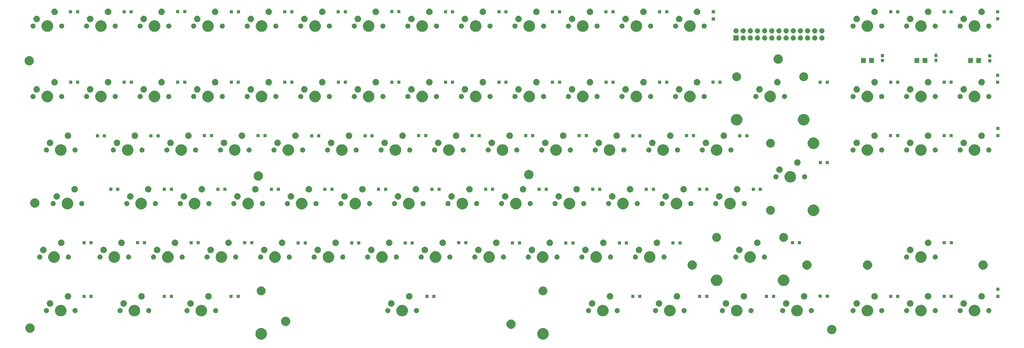
<source format=gts>
G04 #@! TF.GenerationSoftware,KiCad,Pcbnew,(5.1.0)-1*
G04 #@! TF.CreationDate,2022-03-22T21:13:01+01:00*
G04 #@! TF.ProjectId,keyboard,6b657962-6f61-4726-942e-6b696361645f,rev?*
G04 #@! TF.SameCoordinates,Original*
G04 #@! TF.FileFunction,Soldermask,Top*
G04 #@! TF.FilePolarity,Negative*
%FSLAX46Y46*%
G04 Gerber Fmt 4.6, Leading zero omitted, Abs format (unit mm)*
G04 Created by KiCad (PCBNEW (5.1.0)-1) date 2022-03-22 21:13:01*
%MOMM*%
%LPD*%
G04 APERTURE LIST*
%ADD10C,0.100000*%
G04 APERTURE END LIST*
D10*
G36*
X217133254Y-152047818D02*
G01*
X217470604Y-152187553D01*
X217506513Y-152202427D01*
X217842436Y-152426884D01*
X218128116Y-152712564D01*
X218307866Y-152981578D01*
X218352574Y-153048489D01*
X218507182Y-153421746D01*
X218586000Y-153817993D01*
X218586000Y-154222007D01*
X218507182Y-154618254D01*
X218352574Y-154991511D01*
X218352573Y-154991513D01*
X218128116Y-155327436D01*
X217842436Y-155613116D01*
X217506513Y-155837573D01*
X217506512Y-155837574D01*
X217506511Y-155837574D01*
X217133254Y-155992182D01*
X216737007Y-156071000D01*
X216332993Y-156071000D01*
X215936746Y-155992182D01*
X215563489Y-155837574D01*
X215563488Y-155837574D01*
X215563487Y-155837573D01*
X215227564Y-155613116D01*
X214941884Y-155327436D01*
X214717427Y-154991513D01*
X214717426Y-154991511D01*
X214562818Y-154618254D01*
X214484000Y-154222007D01*
X214484000Y-153817993D01*
X214562818Y-153421746D01*
X214717426Y-153048489D01*
X214762135Y-152981578D01*
X214941884Y-152712564D01*
X215227564Y-152426884D01*
X215563487Y-152202427D01*
X215599396Y-152187553D01*
X215936746Y-152047818D01*
X216332993Y-151969000D01*
X216737007Y-151969000D01*
X217133254Y-152047818D01*
X217133254Y-152047818D01*
G37*
G36*
X117133254Y-152047818D02*
G01*
X117470604Y-152187553D01*
X117506513Y-152202427D01*
X117842436Y-152426884D01*
X118128116Y-152712564D01*
X118307866Y-152981578D01*
X118352574Y-153048489D01*
X118507182Y-153421746D01*
X118586000Y-153817993D01*
X118586000Y-154222007D01*
X118507182Y-154618254D01*
X118352574Y-154991511D01*
X118352573Y-154991513D01*
X118128116Y-155327436D01*
X117842436Y-155613116D01*
X117506513Y-155837573D01*
X117506512Y-155837574D01*
X117506511Y-155837574D01*
X117133254Y-155992182D01*
X116737007Y-156071000D01*
X116332993Y-156071000D01*
X115936746Y-155992182D01*
X115563489Y-155837574D01*
X115563488Y-155837574D01*
X115563487Y-155837573D01*
X115227564Y-155613116D01*
X114941884Y-155327436D01*
X114717427Y-154991513D01*
X114717426Y-154991511D01*
X114562818Y-154618254D01*
X114484000Y-154222007D01*
X114484000Y-153817993D01*
X114562818Y-153421746D01*
X114717426Y-153048489D01*
X114762135Y-152981578D01*
X114941884Y-152712564D01*
X115227564Y-152426884D01*
X115563487Y-152202427D01*
X115599396Y-152187553D01*
X115936746Y-152047818D01*
X116332993Y-151969000D01*
X116737007Y-151969000D01*
X117133254Y-152047818D01*
X117133254Y-152047818D01*
G37*
G36*
X319330598Y-150882415D02*
G01*
X319481579Y-150912447D01*
X319782042Y-151036903D01*
X320052451Y-151217585D01*
X320282415Y-151447549D01*
X320463097Y-151717958D01*
X320587553Y-152018421D01*
X320596440Y-152063098D01*
X320651000Y-152337389D01*
X320651000Y-152662611D01*
X320608702Y-152875256D01*
X320587553Y-152981579D01*
X320463097Y-153282042D01*
X320282415Y-153552451D01*
X320052451Y-153782415D01*
X319782042Y-153963097D01*
X319481579Y-154087553D01*
X319375256Y-154108702D01*
X319162611Y-154151000D01*
X318837389Y-154151000D01*
X318624744Y-154108702D01*
X318518421Y-154087553D01*
X318217958Y-153963097D01*
X317947549Y-153782415D01*
X317717585Y-153552451D01*
X317536903Y-153282042D01*
X317412447Y-152981579D01*
X317391298Y-152875256D01*
X317349000Y-152662611D01*
X317349000Y-152337389D01*
X317403560Y-152063098D01*
X317412447Y-152018421D01*
X317536903Y-151717958D01*
X317717585Y-151447549D01*
X317947549Y-151217585D01*
X318217958Y-151036903D01*
X318518421Y-150912447D01*
X318669402Y-150882415D01*
X318837389Y-150849000D01*
X319162611Y-150849000D01*
X319330598Y-150882415D01*
X319330598Y-150882415D01*
G37*
G36*
X34828713Y-150382040D02*
G01*
X34981579Y-150412447D01*
X35282042Y-150536903D01*
X35552451Y-150717585D01*
X35782415Y-150947549D01*
X35963097Y-151217958D01*
X35963098Y-151217960D01*
X35999550Y-151305963D01*
X36058198Y-151447551D01*
X36087553Y-151518422D01*
X36151000Y-151837389D01*
X36151000Y-152162611D01*
X36143080Y-152202426D01*
X36087553Y-152481579D01*
X35963097Y-152782042D01*
X35782415Y-153052451D01*
X35552451Y-153282415D01*
X35282042Y-153463097D01*
X34981579Y-153587553D01*
X34875256Y-153608702D01*
X34662611Y-153651000D01*
X34337389Y-153651000D01*
X34124744Y-153608702D01*
X34018421Y-153587553D01*
X33717958Y-153463097D01*
X33447549Y-153282415D01*
X33217585Y-153052451D01*
X33036903Y-152782042D01*
X32912447Y-152481579D01*
X32856920Y-152202426D01*
X32849000Y-152162611D01*
X32849000Y-151837389D01*
X32912447Y-151518422D01*
X32941803Y-151447551D01*
X33000450Y-151305963D01*
X33036902Y-151217960D01*
X33036903Y-151217958D01*
X33217585Y-150947549D01*
X33447549Y-150717585D01*
X33717958Y-150536903D01*
X34018421Y-150412447D01*
X34171287Y-150382040D01*
X34337389Y-150349000D01*
X34662611Y-150349000D01*
X34828713Y-150382040D01*
X34828713Y-150382040D01*
G37*
G36*
X205575256Y-148991298D02*
G01*
X205681579Y-149012447D01*
X205982042Y-149136903D01*
X206252451Y-149317585D01*
X206482415Y-149547549D01*
X206663097Y-149817958D01*
X206772293Y-150081579D01*
X206787553Y-150118422D01*
X206851000Y-150437389D01*
X206851000Y-150762611D01*
X206814213Y-150947549D01*
X206787553Y-151081579D01*
X206663097Y-151382042D01*
X206482415Y-151652451D01*
X206252451Y-151882415D01*
X205982042Y-152063097D01*
X205681579Y-152187553D01*
X205606807Y-152202426D01*
X205362611Y-152251000D01*
X205037389Y-152251000D01*
X204793193Y-152202426D01*
X204718421Y-152187553D01*
X204417958Y-152063097D01*
X204147549Y-151882415D01*
X203917585Y-151652451D01*
X203736903Y-151382042D01*
X203612447Y-151081579D01*
X203585787Y-150947549D01*
X203549000Y-150762611D01*
X203549000Y-150437389D01*
X203612447Y-150118422D01*
X203627708Y-150081579D01*
X203736903Y-149817958D01*
X203917585Y-149547549D01*
X204147549Y-149317585D01*
X204417958Y-149136903D01*
X204718421Y-149012447D01*
X204824744Y-148991298D01*
X205037389Y-148949000D01*
X205362611Y-148949000D01*
X205575256Y-148991298D01*
X205575256Y-148991298D01*
G37*
G36*
X125575256Y-147991298D02*
G01*
X125681579Y-148012447D01*
X125982042Y-148136903D01*
X126252451Y-148317585D01*
X126482415Y-148547549D01*
X126482416Y-148547551D01*
X126663098Y-148817960D01*
X126787553Y-149118422D01*
X126851000Y-149437389D01*
X126851000Y-149762611D01*
X126839990Y-149817960D01*
X126787553Y-150081579D01*
X126772292Y-150118422D01*
X126676784Y-150349000D01*
X126663097Y-150382042D01*
X126482415Y-150652451D01*
X126252451Y-150882415D01*
X125982042Y-151063097D01*
X125681579Y-151187553D01*
X125575256Y-151208702D01*
X125362611Y-151251000D01*
X125037389Y-151251000D01*
X124824744Y-151208702D01*
X124718421Y-151187553D01*
X124417958Y-151063097D01*
X124147549Y-150882415D01*
X123917585Y-150652451D01*
X123736903Y-150382042D01*
X123723217Y-150349000D01*
X123627708Y-150118422D01*
X123612447Y-150081579D01*
X123560010Y-149817960D01*
X123549000Y-149762611D01*
X123549000Y-149437389D01*
X123612447Y-149118422D01*
X123736902Y-148817960D01*
X123917584Y-148547551D01*
X123917585Y-148547549D01*
X124147549Y-148317585D01*
X124417958Y-148136903D01*
X124718421Y-148012447D01*
X124824744Y-147991298D01*
X125037389Y-147949000D01*
X125362611Y-147949000D01*
X125575256Y-147991298D01*
X125575256Y-147991298D01*
G37*
G36*
X332258254Y-143807818D02*
G01*
X332631511Y-143962426D01*
X332631513Y-143962427D01*
X332967436Y-144186884D01*
X333253116Y-144472564D01*
X333477574Y-144808489D01*
X333632182Y-145181746D01*
X333711000Y-145577993D01*
X333711000Y-145982007D01*
X333632182Y-146378254D01*
X333477574Y-146751511D01*
X333477573Y-146751513D01*
X333253116Y-147087436D01*
X332967436Y-147373116D01*
X332631513Y-147597573D01*
X332631512Y-147597574D01*
X332631511Y-147597574D01*
X332258254Y-147752182D01*
X331862007Y-147831000D01*
X331457993Y-147831000D01*
X331061746Y-147752182D01*
X330688489Y-147597574D01*
X330688488Y-147597574D01*
X330688487Y-147597573D01*
X330352564Y-147373116D01*
X330066884Y-147087436D01*
X329842427Y-146751513D01*
X329842426Y-146751511D01*
X329687818Y-146378254D01*
X329609000Y-145982007D01*
X329609000Y-145577993D01*
X329687818Y-145181746D01*
X329842426Y-144808489D01*
X330066884Y-144472564D01*
X330352564Y-144186884D01*
X330688487Y-143962427D01*
X330688489Y-143962426D01*
X331061746Y-143807818D01*
X331457993Y-143729000D01*
X331862007Y-143729000D01*
X332258254Y-143807818D01*
X332258254Y-143807818D01*
G37*
G36*
X285883254Y-143807818D02*
G01*
X286256511Y-143962426D01*
X286256513Y-143962427D01*
X286592436Y-144186884D01*
X286878116Y-144472564D01*
X287102574Y-144808489D01*
X287257182Y-145181746D01*
X287336000Y-145577993D01*
X287336000Y-145982007D01*
X287257182Y-146378254D01*
X287102574Y-146751511D01*
X287102573Y-146751513D01*
X286878116Y-147087436D01*
X286592436Y-147373116D01*
X286256513Y-147597573D01*
X286256512Y-147597574D01*
X286256511Y-147597574D01*
X285883254Y-147752182D01*
X285487007Y-147831000D01*
X285082993Y-147831000D01*
X284686746Y-147752182D01*
X284313489Y-147597574D01*
X284313488Y-147597574D01*
X284313487Y-147597573D01*
X283977564Y-147373116D01*
X283691884Y-147087436D01*
X283467427Y-146751513D01*
X283467426Y-146751511D01*
X283312818Y-146378254D01*
X283234000Y-145982007D01*
X283234000Y-145577993D01*
X283312818Y-145181746D01*
X283467426Y-144808489D01*
X283691884Y-144472564D01*
X283977564Y-144186884D01*
X284313487Y-143962427D01*
X284313489Y-143962426D01*
X284686746Y-143807818D01*
X285082993Y-143729000D01*
X285487007Y-143729000D01*
X285883254Y-143807818D01*
X285883254Y-143807818D01*
G37*
G36*
X351258254Y-143807818D02*
G01*
X351631511Y-143962426D01*
X351631513Y-143962427D01*
X351967436Y-144186884D01*
X352253116Y-144472564D01*
X352477574Y-144808489D01*
X352632182Y-145181746D01*
X352711000Y-145577993D01*
X352711000Y-145982007D01*
X352632182Y-146378254D01*
X352477574Y-146751511D01*
X352477573Y-146751513D01*
X352253116Y-147087436D01*
X351967436Y-147373116D01*
X351631513Y-147597573D01*
X351631512Y-147597574D01*
X351631511Y-147597574D01*
X351258254Y-147752182D01*
X350862007Y-147831000D01*
X350457993Y-147831000D01*
X350061746Y-147752182D01*
X349688489Y-147597574D01*
X349688488Y-147597574D01*
X349688487Y-147597573D01*
X349352564Y-147373116D01*
X349066884Y-147087436D01*
X348842427Y-146751513D01*
X348842426Y-146751511D01*
X348687818Y-146378254D01*
X348609000Y-145982007D01*
X348609000Y-145577993D01*
X348687818Y-145181746D01*
X348842426Y-144808489D01*
X349066884Y-144472564D01*
X349352564Y-144186884D01*
X349688487Y-143962427D01*
X349688489Y-143962426D01*
X350061746Y-143807818D01*
X350457993Y-143729000D01*
X350862007Y-143729000D01*
X351258254Y-143807818D01*
X351258254Y-143807818D01*
G37*
G36*
X307258254Y-143807818D02*
G01*
X307631511Y-143962426D01*
X307631513Y-143962427D01*
X307967436Y-144186884D01*
X308253116Y-144472564D01*
X308477574Y-144808489D01*
X308632182Y-145181746D01*
X308711000Y-145577993D01*
X308711000Y-145982007D01*
X308632182Y-146378254D01*
X308477574Y-146751511D01*
X308477573Y-146751513D01*
X308253116Y-147087436D01*
X307967436Y-147373116D01*
X307631513Y-147597573D01*
X307631512Y-147597574D01*
X307631511Y-147597574D01*
X307258254Y-147752182D01*
X306862007Y-147831000D01*
X306457993Y-147831000D01*
X306061746Y-147752182D01*
X305688489Y-147597574D01*
X305688488Y-147597574D01*
X305688487Y-147597573D01*
X305352564Y-147373116D01*
X305066884Y-147087436D01*
X304842427Y-146751513D01*
X304842426Y-146751511D01*
X304687818Y-146378254D01*
X304609000Y-145982007D01*
X304609000Y-145577993D01*
X304687818Y-145181746D01*
X304842426Y-144808489D01*
X305066884Y-144472564D01*
X305352564Y-144186884D01*
X305688487Y-143962427D01*
X305688489Y-143962426D01*
X306061746Y-143807818D01*
X306457993Y-143729000D01*
X306862007Y-143729000D01*
X307258254Y-143807818D01*
X307258254Y-143807818D01*
G37*
G36*
X238383254Y-143807818D02*
G01*
X238756511Y-143962426D01*
X238756513Y-143962427D01*
X239092436Y-144186884D01*
X239378116Y-144472564D01*
X239602574Y-144808489D01*
X239757182Y-145181746D01*
X239836000Y-145577993D01*
X239836000Y-145982007D01*
X239757182Y-146378254D01*
X239602574Y-146751511D01*
X239602573Y-146751513D01*
X239378116Y-147087436D01*
X239092436Y-147373116D01*
X238756513Y-147597573D01*
X238756512Y-147597574D01*
X238756511Y-147597574D01*
X238383254Y-147752182D01*
X237987007Y-147831000D01*
X237582993Y-147831000D01*
X237186746Y-147752182D01*
X236813489Y-147597574D01*
X236813488Y-147597574D01*
X236813487Y-147597573D01*
X236477564Y-147373116D01*
X236191884Y-147087436D01*
X235967427Y-146751513D01*
X235967426Y-146751511D01*
X235812818Y-146378254D01*
X235734000Y-145982007D01*
X235734000Y-145577993D01*
X235812818Y-145181746D01*
X235967426Y-144808489D01*
X236191884Y-144472564D01*
X236477564Y-144186884D01*
X236813487Y-143962427D01*
X236813489Y-143962426D01*
X237186746Y-143807818D01*
X237582993Y-143729000D01*
X237987007Y-143729000D01*
X238383254Y-143807818D01*
X238383254Y-143807818D01*
G37*
G36*
X95883254Y-143807818D02*
G01*
X96256511Y-143962426D01*
X96256513Y-143962427D01*
X96592436Y-144186884D01*
X96878116Y-144472564D01*
X97102574Y-144808489D01*
X97257182Y-145181746D01*
X97336000Y-145577993D01*
X97336000Y-145982007D01*
X97257182Y-146378254D01*
X97102574Y-146751511D01*
X97102573Y-146751513D01*
X96878116Y-147087436D01*
X96592436Y-147373116D01*
X96256513Y-147597573D01*
X96256512Y-147597574D01*
X96256511Y-147597574D01*
X95883254Y-147752182D01*
X95487007Y-147831000D01*
X95082993Y-147831000D01*
X94686746Y-147752182D01*
X94313489Y-147597574D01*
X94313488Y-147597574D01*
X94313487Y-147597573D01*
X93977564Y-147373116D01*
X93691884Y-147087436D01*
X93467427Y-146751513D01*
X93467426Y-146751511D01*
X93312818Y-146378254D01*
X93234000Y-145982007D01*
X93234000Y-145577993D01*
X93312818Y-145181746D01*
X93467426Y-144808489D01*
X93691884Y-144472564D01*
X93977564Y-144186884D01*
X94313487Y-143962427D01*
X94313489Y-143962426D01*
X94686746Y-143807818D01*
X95082993Y-143729000D01*
X95487007Y-143729000D01*
X95883254Y-143807818D01*
X95883254Y-143807818D01*
G37*
G36*
X72133254Y-143807818D02*
G01*
X72506511Y-143962426D01*
X72506513Y-143962427D01*
X72842436Y-144186884D01*
X73128116Y-144472564D01*
X73352574Y-144808489D01*
X73507182Y-145181746D01*
X73586000Y-145577993D01*
X73586000Y-145982007D01*
X73507182Y-146378254D01*
X73352574Y-146751511D01*
X73352573Y-146751513D01*
X73128116Y-147087436D01*
X72842436Y-147373116D01*
X72506513Y-147597573D01*
X72506512Y-147597574D01*
X72506511Y-147597574D01*
X72133254Y-147752182D01*
X71737007Y-147831000D01*
X71332993Y-147831000D01*
X70936746Y-147752182D01*
X70563489Y-147597574D01*
X70563488Y-147597574D01*
X70563487Y-147597573D01*
X70227564Y-147373116D01*
X69941884Y-147087436D01*
X69717427Y-146751513D01*
X69717426Y-146751511D01*
X69562818Y-146378254D01*
X69484000Y-145982007D01*
X69484000Y-145577993D01*
X69562818Y-145181746D01*
X69717426Y-144808489D01*
X69941884Y-144472564D01*
X70227564Y-144186884D01*
X70563487Y-143962427D01*
X70563489Y-143962426D01*
X70936746Y-143807818D01*
X71332993Y-143729000D01*
X71737007Y-143729000D01*
X72133254Y-143807818D01*
X72133254Y-143807818D01*
G37*
G36*
X167133254Y-143807818D02*
G01*
X167506511Y-143962426D01*
X167506513Y-143962427D01*
X167842436Y-144186884D01*
X168128116Y-144472564D01*
X168352574Y-144808489D01*
X168507182Y-145181746D01*
X168586000Y-145577993D01*
X168586000Y-145982007D01*
X168507182Y-146378254D01*
X168352574Y-146751511D01*
X168352573Y-146751513D01*
X168128116Y-147087436D01*
X167842436Y-147373116D01*
X167506513Y-147597573D01*
X167506512Y-147597574D01*
X167506511Y-147597574D01*
X167133254Y-147752182D01*
X166737007Y-147831000D01*
X166332993Y-147831000D01*
X165936746Y-147752182D01*
X165563489Y-147597574D01*
X165563488Y-147597574D01*
X165563487Y-147597573D01*
X165227564Y-147373116D01*
X164941884Y-147087436D01*
X164717427Y-146751513D01*
X164717426Y-146751511D01*
X164562818Y-146378254D01*
X164484000Y-145982007D01*
X164484000Y-145577993D01*
X164562818Y-145181746D01*
X164717426Y-144808489D01*
X164941884Y-144472564D01*
X165227564Y-144186884D01*
X165563487Y-143962427D01*
X165563489Y-143962426D01*
X165936746Y-143807818D01*
X166332993Y-143729000D01*
X166737007Y-143729000D01*
X167133254Y-143807818D01*
X167133254Y-143807818D01*
G37*
G36*
X262133254Y-143807818D02*
G01*
X262506511Y-143962426D01*
X262506513Y-143962427D01*
X262842436Y-144186884D01*
X263128116Y-144472564D01*
X263352574Y-144808489D01*
X263507182Y-145181746D01*
X263586000Y-145577993D01*
X263586000Y-145982007D01*
X263507182Y-146378254D01*
X263352574Y-146751511D01*
X263352573Y-146751513D01*
X263128116Y-147087436D01*
X262842436Y-147373116D01*
X262506513Y-147597573D01*
X262506512Y-147597574D01*
X262506511Y-147597574D01*
X262133254Y-147752182D01*
X261737007Y-147831000D01*
X261332993Y-147831000D01*
X260936746Y-147752182D01*
X260563489Y-147597574D01*
X260563488Y-147597574D01*
X260563487Y-147597573D01*
X260227564Y-147373116D01*
X259941884Y-147087436D01*
X259717427Y-146751513D01*
X259717426Y-146751511D01*
X259562818Y-146378254D01*
X259484000Y-145982007D01*
X259484000Y-145577993D01*
X259562818Y-145181746D01*
X259717426Y-144808489D01*
X259941884Y-144472564D01*
X260227564Y-144186884D01*
X260563487Y-143962427D01*
X260563489Y-143962426D01*
X260936746Y-143807818D01*
X261332993Y-143729000D01*
X261737007Y-143729000D01*
X262133254Y-143807818D01*
X262133254Y-143807818D01*
G37*
G36*
X370258254Y-143807818D02*
G01*
X370631511Y-143962426D01*
X370631513Y-143962427D01*
X370967436Y-144186884D01*
X371253116Y-144472564D01*
X371477574Y-144808489D01*
X371632182Y-145181746D01*
X371711000Y-145577993D01*
X371711000Y-145982007D01*
X371632182Y-146378254D01*
X371477574Y-146751511D01*
X371477573Y-146751513D01*
X371253116Y-147087436D01*
X370967436Y-147373116D01*
X370631513Y-147597573D01*
X370631512Y-147597574D01*
X370631511Y-147597574D01*
X370258254Y-147752182D01*
X369862007Y-147831000D01*
X369457993Y-147831000D01*
X369061746Y-147752182D01*
X368688489Y-147597574D01*
X368688488Y-147597574D01*
X368688487Y-147597573D01*
X368352564Y-147373116D01*
X368066884Y-147087436D01*
X367842427Y-146751513D01*
X367842426Y-146751511D01*
X367687818Y-146378254D01*
X367609000Y-145982007D01*
X367609000Y-145577993D01*
X367687818Y-145181746D01*
X367842426Y-144808489D01*
X368066884Y-144472564D01*
X368352564Y-144186884D01*
X368688487Y-143962427D01*
X368688489Y-143962426D01*
X369061746Y-143807818D01*
X369457993Y-143729000D01*
X369862007Y-143729000D01*
X370258254Y-143807818D01*
X370258254Y-143807818D01*
G37*
G36*
X46008254Y-143807818D02*
G01*
X46381511Y-143962426D01*
X46381513Y-143962427D01*
X46717436Y-144186884D01*
X47003116Y-144472564D01*
X47227574Y-144808489D01*
X47382182Y-145181746D01*
X47461000Y-145577993D01*
X47461000Y-145982007D01*
X47382182Y-146378254D01*
X47227574Y-146751511D01*
X47227573Y-146751513D01*
X47003116Y-147087436D01*
X46717436Y-147373116D01*
X46381513Y-147597573D01*
X46381512Y-147597574D01*
X46381511Y-147597574D01*
X46008254Y-147752182D01*
X45612007Y-147831000D01*
X45207993Y-147831000D01*
X44811746Y-147752182D01*
X44438489Y-147597574D01*
X44438488Y-147597574D01*
X44438487Y-147597573D01*
X44102564Y-147373116D01*
X43816884Y-147087436D01*
X43592427Y-146751513D01*
X43592426Y-146751511D01*
X43437818Y-146378254D01*
X43359000Y-145982007D01*
X43359000Y-145577993D01*
X43437818Y-145181746D01*
X43592426Y-144808489D01*
X43816884Y-144472564D01*
X44102564Y-144186884D01*
X44438487Y-143962427D01*
X44438489Y-143962426D01*
X44811746Y-143807818D01*
X45207993Y-143729000D01*
X45612007Y-143729000D01*
X46008254Y-143807818D01*
X46008254Y-143807818D01*
G37*
G36*
X50603512Y-144883927D02*
G01*
X50752812Y-144913624D01*
X50916784Y-144981544D01*
X51064354Y-145080147D01*
X51189853Y-145205646D01*
X51288456Y-145353216D01*
X51356376Y-145517188D01*
X51391000Y-145691259D01*
X51391000Y-145868741D01*
X51356376Y-146042812D01*
X51288456Y-146206784D01*
X51189853Y-146354354D01*
X51064354Y-146479853D01*
X50916784Y-146578456D01*
X50752812Y-146646376D01*
X50603512Y-146676073D01*
X50578742Y-146681000D01*
X50401258Y-146681000D01*
X50376488Y-146676073D01*
X50227188Y-146646376D01*
X50063216Y-146578456D01*
X49915646Y-146479853D01*
X49790147Y-146354354D01*
X49691544Y-146206784D01*
X49623624Y-146042812D01*
X49589000Y-145868741D01*
X49589000Y-145691259D01*
X49623624Y-145517188D01*
X49691544Y-145353216D01*
X49790147Y-145205646D01*
X49915646Y-145080147D01*
X50063216Y-144981544D01*
X50227188Y-144913624D01*
X50376488Y-144883927D01*
X50401258Y-144879000D01*
X50578742Y-144879000D01*
X50603512Y-144883927D01*
X50603512Y-144883927D01*
G37*
G36*
X40443512Y-144883927D02*
G01*
X40592812Y-144913624D01*
X40756784Y-144981544D01*
X40904354Y-145080147D01*
X41029853Y-145205646D01*
X41128456Y-145353216D01*
X41196376Y-145517188D01*
X41231000Y-145691259D01*
X41231000Y-145868741D01*
X41196376Y-146042812D01*
X41128456Y-146206784D01*
X41029853Y-146354354D01*
X40904354Y-146479853D01*
X40756784Y-146578456D01*
X40592812Y-146646376D01*
X40443512Y-146676073D01*
X40418742Y-146681000D01*
X40241258Y-146681000D01*
X40216488Y-146676073D01*
X40067188Y-146646376D01*
X39903216Y-146578456D01*
X39755646Y-146479853D01*
X39630147Y-146354354D01*
X39531544Y-146206784D01*
X39463624Y-146042812D01*
X39429000Y-145868741D01*
X39429000Y-145691259D01*
X39463624Y-145517188D01*
X39531544Y-145353216D01*
X39630147Y-145205646D01*
X39755646Y-145080147D01*
X39903216Y-144981544D01*
X40067188Y-144913624D01*
X40216488Y-144883927D01*
X40241258Y-144879000D01*
X40418742Y-144879000D01*
X40443512Y-144883927D01*
X40443512Y-144883927D01*
G37*
G36*
X290478512Y-144883927D02*
G01*
X290627812Y-144913624D01*
X290791784Y-144981544D01*
X290939354Y-145080147D01*
X291064853Y-145205646D01*
X291163456Y-145353216D01*
X291231376Y-145517188D01*
X291266000Y-145691259D01*
X291266000Y-145868741D01*
X291231376Y-146042812D01*
X291163456Y-146206784D01*
X291064853Y-146354354D01*
X290939354Y-146479853D01*
X290791784Y-146578456D01*
X290627812Y-146646376D01*
X290478512Y-146676073D01*
X290453742Y-146681000D01*
X290276258Y-146681000D01*
X290251488Y-146676073D01*
X290102188Y-146646376D01*
X289938216Y-146578456D01*
X289790646Y-146479853D01*
X289665147Y-146354354D01*
X289566544Y-146206784D01*
X289498624Y-146042812D01*
X289464000Y-145868741D01*
X289464000Y-145691259D01*
X289498624Y-145517188D01*
X289566544Y-145353216D01*
X289665147Y-145205646D01*
X289790646Y-145080147D01*
X289938216Y-144981544D01*
X290102188Y-144913624D01*
X290251488Y-144883927D01*
X290276258Y-144879000D01*
X290453742Y-144879000D01*
X290478512Y-144883927D01*
X290478512Y-144883927D01*
G37*
G36*
X374853512Y-144883927D02*
G01*
X375002812Y-144913624D01*
X375166784Y-144981544D01*
X375314354Y-145080147D01*
X375439853Y-145205646D01*
X375538456Y-145353216D01*
X375606376Y-145517188D01*
X375641000Y-145691259D01*
X375641000Y-145868741D01*
X375606376Y-146042812D01*
X375538456Y-146206784D01*
X375439853Y-146354354D01*
X375314354Y-146479853D01*
X375166784Y-146578456D01*
X375002812Y-146646376D01*
X374853512Y-146676073D01*
X374828742Y-146681000D01*
X374651258Y-146681000D01*
X374626488Y-146676073D01*
X374477188Y-146646376D01*
X374313216Y-146578456D01*
X374165646Y-146479853D01*
X374040147Y-146354354D01*
X373941544Y-146206784D01*
X373873624Y-146042812D01*
X373839000Y-145868741D01*
X373839000Y-145691259D01*
X373873624Y-145517188D01*
X373941544Y-145353216D01*
X374040147Y-145205646D01*
X374165646Y-145080147D01*
X374313216Y-144981544D01*
X374477188Y-144913624D01*
X374626488Y-144883927D01*
X374651258Y-144879000D01*
X374828742Y-144879000D01*
X374853512Y-144883927D01*
X374853512Y-144883927D01*
G37*
G36*
X256568512Y-144883927D02*
G01*
X256717812Y-144913624D01*
X256881784Y-144981544D01*
X257029354Y-145080147D01*
X257154853Y-145205646D01*
X257253456Y-145353216D01*
X257321376Y-145517188D01*
X257356000Y-145691259D01*
X257356000Y-145868741D01*
X257321376Y-146042812D01*
X257253456Y-146206784D01*
X257154853Y-146354354D01*
X257029354Y-146479853D01*
X256881784Y-146578456D01*
X256717812Y-146646376D01*
X256568512Y-146676073D01*
X256543742Y-146681000D01*
X256366258Y-146681000D01*
X256341488Y-146676073D01*
X256192188Y-146646376D01*
X256028216Y-146578456D01*
X255880646Y-146479853D01*
X255755147Y-146354354D01*
X255656544Y-146206784D01*
X255588624Y-146042812D01*
X255554000Y-145868741D01*
X255554000Y-145691259D01*
X255588624Y-145517188D01*
X255656544Y-145353216D01*
X255755147Y-145205646D01*
X255880646Y-145080147D01*
X256028216Y-144981544D01*
X256192188Y-144913624D01*
X256341488Y-144883927D01*
X256366258Y-144879000D01*
X256543742Y-144879000D01*
X256568512Y-144883927D01*
X256568512Y-144883927D01*
G37*
G36*
X266728512Y-144883927D02*
G01*
X266877812Y-144913624D01*
X267041784Y-144981544D01*
X267189354Y-145080147D01*
X267314853Y-145205646D01*
X267413456Y-145353216D01*
X267481376Y-145517188D01*
X267516000Y-145691259D01*
X267516000Y-145868741D01*
X267481376Y-146042812D01*
X267413456Y-146206784D01*
X267314853Y-146354354D01*
X267189354Y-146479853D01*
X267041784Y-146578456D01*
X266877812Y-146646376D01*
X266728512Y-146676073D01*
X266703742Y-146681000D01*
X266526258Y-146681000D01*
X266501488Y-146676073D01*
X266352188Y-146646376D01*
X266188216Y-146578456D01*
X266040646Y-146479853D01*
X265915147Y-146354354D01*
X265816544Y-146206784D01*
X265748624Y-146042812D01*
X265714000Y-145868741D01*
X265714000Y-145691259D01*
X265748624Y-145517188D01*
X265816544Y-145353216D01*
X265915147Y-145205646D01*
X266040646Y-145080147D01*
X266188216Y-144981544D01*
X266352188Y-144913624D01*
X266501488Y-144883927D01*
X266526258Y-144879000D01*
X266703742Y-144879000D01*
X266728512Y-144883927D01*
X266728512Y-144883927D01*
G37*
G36*
X232818512Y-144883927D02*
G01*
X232967812Y-144913624D01*
X233131784Y-144981544D01*
X233279354Y-145080147D01*
X233404853Y-145205646D01*
X233503456Y-145353216D01*
X233571376Y-145517188D01*
X233606000Y-145691259D01*
X233606000Y-145868741D01*
X233571376Y-146042812D01*
X233503456Y-146206784D01*
X233404853Y-146354354D01*
X233279354Y-146479853D01*
X233131784Y-146578456D01*
X232967812Y-146646376D01*
X232818512Y-146676073D01*
X232793742Y-146681000D01*
X232616258Y-146681000D01*
X232591488Y-146676073D01*
X232442188Y-146646376D01*
X232278216Y-146578456D01*
X232130646Y-146479853D01*
X232005147Y-146354354D01*
X231906544Y-146206784D01*
X231838624Y-146042812D01*
X231804000Y-145868741D01*
X231804000Y-145691259D01*
X231838624Y-145517188D01*
X231906544Y-145353216D01*
X232005147Y-145205646D01*
X232130646Y-145080147D01*
X232278216Y-144981544D01*
X232442188Y-144913624D01*
X232591488Y-144883927D01*
X232616258Y-144879000D01*
X232793742Y-144879000D01*
X232818512Y-144883927D01*
X232818512Y-144883927D01*
G37*
G36*
X242978512Y-144883927D02*
G01*
X243127812Y-144913624D01*
X243291784Y-144981544D01*
X243439354Y-145080147D01*
X243564853Y-145205646D01*
X243663456Y-145353216D01*
X243731376Y-145517188D01*
X243766000Y-145691259D01*
X243766000Y-145868741D01*
X243731376Y-146042812D01*
X243663456Y-146206784D01*
X243564853Y-146354354D01*
X243439354Y-146479853D01*
X243291784Y-146578456D01*
X243127812Y-146646376D01*
X242978512Y-146676073D01*
X242953742Y-146681000D01*
X242776258Y-146681000D01*
X242751488Y-146676073D01*
X242602188Y-146646376D01*
X242438216Y-146578456D01*
X242290646Y-146479853D01*
X242165147Y-146354354D01*
X242066544Y-146206784D01*
X241998624Y-146042812D01*
X241964000Y-145868741D01*
X241964000Y-145691259D01*
X241998624Y-145517188D01*
X242066544Y-145353216D01*
X242165147Y-145205646D01*
X242290646Y-145080147D01*
X242438216Y-144981544D01*
X242602188Y-144913624D01*
X242751488Y-144883927D01*
X242776258Y-144879000D01*
X242953742Y-144879000D01*
X242978512Y-144883927D01*
X242978512Y-144883927D01*
G37*
G36*
X301693512Y-144883927D02*
G01*
X301842812Y-144913624D01*
X302006784Y-144981544D01*
X302154354Y-145080147D01*
X302279853Y-145205646D01*
X302378456Y-145353216D01*
X302446376Y-145517188D01*
X302481000Y-145691259D01*
X302481000Y-145868741D01*
X302446376Y-146042812D01*
X302378456Y-146206784D01*
X302279853Y-146354354D01*
X302154354Y-146479853D01*
X302006784Y-146578456D01*
X301842812Y-146646376D01*
X301693512Y-146676073D01*
X301668742Y-146681000D01*
X301491258Y-146681000D01*
X301466488Y-146676073D01*
X301317188Y-146646376D01*
X301153216Y-146578456D01*
X301005646Y-146479853D01*
X300880147Y-146354354D01*
X300781544Y-146206784D01*
X300713624Y-146042812D01*
X300679000Y-145868741D01*
X300679000Y-145691259D01*
X300713624Y-145517188D01*
X300781544Y-145353216D01*
X300880147Y-145205646D01*
X301005646Y-145080147D01*
X301153216Y-144981544D01*
X301317188Y-144913624D01*
X301466488Y-144883927D01*
X301491258Y-144879000D01*
X301668742Y-144879000D01*
X301693512Y-144883927D01*
X301693512Y-144883927D01*
G37*
G36*
X280318512Y-144883927D02*
G01*
X280467812Y-144913624D01*
X280631784Y-144981544D01*
X280779354Y-145080147D01*
X280904853Y-145205646D01*
X281003456Y-145353216D01*
X281071376Y-145517188D01*
X281106000Y-145691259D01*
X281106000Y-145868741D01*
X281071376Y-146042812D01*
X281003456Y-146206784D01*
X280904853Y-146354354D01*
X280779354Y-146479853D01*
X280631784Y-146578456D01*
X280467812Y-146646376D01*
X280318512Y-146676073D01*
X280293742Y-146681000D01*
X280116258Y-146681000D01*
X280091488Y-146676073D01*
X279942188Y-146646376D01*
X279778216Y-146578456D01*
X279630646Y-146479853D01*
X279505147Y-146354354D01*
X279406544Y-146206784D01*
X279338624Y-146042812D01*
X279304000Y-145868741D01*
X279304000Y-145691259D01*
X279338624Y-145517188D01*
X279406544Y-145353216D01*
X279505147Y-145205646D01*
X279630646Y-145080147D01*
X279778216Y-144981544D01*
X279942188Y-144913624D01*
X280091488Y-144883927D01*
X280116258Y-144879000D01*
X280293742Y-144879000D01*
X280318512Y-144883927D01*
X280318512Y-144883927D01*
G37*
G36*
X355853512Y-144883927D02*
G01*
X356002812Y-144913624D01*
X356166784Y-144981544D01*
X356314354Y-145080147D01*
X356439853Y-145205646D01*
X356538456Y-145353216D01*
X356606376Y-145517188D01*
X356641000Y-145691259D01*
X356641000Y-145868741D01*
X356606376Y-146042812D01*
X356538456Y-146206784D01*
X356439853Y-146354354D01*
X356314354Y-146479853D01*
X356166784Y-146578456D01*
X356002812Y-146646376D01*
X355853512Y-146676073D01*
X355828742Y-146681000D01*
X355651258Y-146681000D01*
X355626488Y-146676073D01*
X355477188Y-146646376D01*
X355313216Y-146578456D01*
X355165646Y-146479853D01*
X355040147Y-146354354D01*
X354941544Y-146206784D01*
X354873624Y-146042812D01*
X354839000Y-145868741D01*
X354839000Y-145691259D01*
X354873624Y-145517188D01*
X354941544Y-145353216D01*
X355040147Y-145205646D01*
X355165646Y-145080147D01*
X355313216Y-144981544D01*
X355477188Y-144913624D01*
X355626488Y-144883927D01*
X355651258Y-144879000D01*
X355828742Y-144879000D01*
X355853512Y-144883927D01*
X355853512Y-144883927D01*
G37*
G36*
X161568512Y-144883927D02*
G01*
X161717812Y-144913624D01*
X161881784Y-144981544D01*
X162029354Y-145080147D01*
X162154853Y-145205646D01*
X162253456Y-145353216D01*
X162321376Y-145517188D01*
X162356000Y-145691259D01*
X162356000Y-145868741D01*
X162321376Y-146042812D01*
X162253456Y-146206784D01*
X162154853Y-146354354D01*
X162029354Y-146479853D01*
X161881784Y-146578456D01*
X161717812Y-146646376D01*
X161568512Y-146676073D01*
X161543742Y-146681000D01*
X161366258Y-146681000D01*
X161341488Y-146676073D01*
X161192188Y-146646376D01*
X161028216Y-146578456D01*
X160880646Y-146479853D01*
X160755147Y-146354354D01*
X160656544Y-146206784D01*
X160588624Y-146042812D01*
X160554000Y-145868741D01*
X160554000Y-145691259D01*
X160588624Y-145517188D01*
X160656544Y-145353216D01*
X160755147Y-145205646D01*
X160880646Y-145080147D01*
X161028216Y-144981544D01*
X161192188Y-144913624D01*
X161341488Y-144883927D01*
X161366258Y-144879000D01*
X161543742Y-144879000D01*
X161568512Y-144883927D01*
X161568512Y-144883927D01*
G37*
G36*
X90318512Y-144883927D02*
G01*
X90467812Y-144913624D01*
X90631784Y-144981544D01*
X90779354Y-145080147D01*
X90904853Y-145205646D01*
X91003456Y-145353216D01*
X91071376Y-145517188D01*
X91106000Y-145691259D01*
X91106000Y-145868741D01*
X91071376Y-146042812D01*
X91003456Y-146206784D01*
X90904853Y-146354354D01*
X90779354Y-146479853D01*
X90631784Y-146578456D01*
X90467812Y-146646376D01*
X90318512Y-146676073D01*
X90293742Y-146681000D01*
X90116258Y-146681000D01*
X90091488Y-146676073D01*
X89942188Y-146646376D01*
X89778216Y-146578456D01*
X89630646Y-146479853D01*
X89505147Y-146354354D01*
X89406544Y-146206784D01*
X89338624Y-146042812D01*
X89304000Y-145868741D01*
X89304000Y-145691259D01*
X89338624Y-145517188D01*
X89406544Y-145353216D01*
X89505147Y-145205646D01*
X89630646Y-145080147D01*
X89778216Y-144981544D01*
X89942188Y-144913624D01*
X90091488Y-144883927D01*
X90116258Y-144879000D01*
X90293742Y-144879000D01*
X90318512Y-144883927D01*
X90318512Y-144883927D01*
G37*
G36*
X311853512Y-144883927D02*
G01*
X312002812Y-144913624D01*
X312166784Y-144981544D01*
X312314354Y-145080147D01*
X312439853Y-145205646D01*
X312538456Y-145353216D01*
X312606376Y-145517188D01*
X312641000Y-145691259D01*
X312641000Y-145868741D01*
X312606376Y-146042812D01*
X312538456Y-146206784D01*
X312439853Y-146354354D01*
X312314354Y-146479853D01*
X312166784Y-146578456D01*
X312002812Y-146646376D01*
X311853512Y-146676073D01*
X311828742Y-146681000D01*
X311651258Y-146681000D01*
X311626488Y-146676073D01*
X311477188Y-146646376D01*
X311313216Y-146578456D01*
X311165646Y-146479853D01*
X311040147Y-146354354D01*
X310941544Y-146206784D01*
X310873624Y-146042812D01*
X310839000Y-145868741D01*
X310839000Y-145691259D01*
X310873624Y-145517188D01*
X310941544Y-145353216D01*
X311040147Y-145205646D01*
X311165646Y-145080147D01*
X311313216Y-144981544D01*
X311477188Y-144913624D01*
X311626488Y-144883927D01*
X311651258Y-144879000D01*
X311828742Y-144879000D01*
X311853512Y-144883927D01*
X311853512Y-144883927D01*
G37*
G36*
X100478512Y-144883927D02*
G01*
X100627812Y-144913624D01*
X100791784Y-144981544D01*
X100939354Y-145080147D01*
X101064853Y-145205646D01*
X101163456Y-145353216D01*
X101231376Y-145517188D01*
X101266000Y-145691259D01*
X101266000Y-145868741D01*
X101231376Y-146042812D01*
X101163456Y-146206784D01*
X101064853Y-146354354D01*
X100939354Y-146479853D01*
X100791784Y-146578456D01*
X100627812Y-146646376D01*
X100478512Y-146676073D01*
X100453742Y-146681000D01*
X100276258Y-146681000D01*
X100251488Y-146676073D01*
X100102188Y-146646376D01*
X99938216Y-146578456D01*
X99790646Y-146479853D01*
X99665147Y-146354354D01*
X99566544Y-146206784D01*
X99498624Y-146042812D01*
X99464000Y-145868741D01*
X99464000Y-145691259D01*
X99498624Y-145517188D01*
X99566544Y-145353216D01*
X99665147Y-145205646D01*
X99790646Y-145080147D01*
X99938216Y-144981544D01*
X100102188Y-144913624D01*
X100251488Y-144883927D01*
X100276258Y-144879000D01*
X100453742Y-144879000D01*
X100478512Y-144883927D01*
X100478512Y-144883927D01*
G37*
G36*
X364693512Y-144883927D02*
G01*
X364842812Y-144913624D01*
X365006784Y-144981544D01*
X365154354Y-145080147D01*
X365279853Y-145205646D01*
X365378456Y-145353216D01*
X365446376Y-145517188D01*
X365481000Y-145691259D01*
X365481000Y-145868741D01*
X365446376Y-146042812D01*
X365378456Y-146206784D01*
X365279853Y-146354354D01*
X365154354Y-146479853D01*
X365006784Y-146578456D01*
X364842812Y-146646376D01*
X364693512Y-146676073D01*
X364668742Y-146681000D01*
X364491258Y-146681000D01*
X364466488Y-146676073D01*
X364317188Y-146646376D01*
X364153216Y-146578456D01*
X364005646Y-146479853D01*
X363880147Y-146354354D01*
X363781544Y-146206784D01*
X363713624Y-146042812D01*
X363679000Y-145868741D01*
X363679000Y-145691259D01*
X363713624Y-145517188D01*
X363781544Y-145353216D01*
X363880147Y-145205646D01*
X364005646Y-145080147D01*
X364153216Y-144981544D01*
X364317188Y-144913624D01*
X364466488Y-144883927D01*
X364491258Y-144879000D01*
X364668742Y-144879000D01*
X364693512Y-144883927D01*
X364693512Y-144883927D01*
G37*
G36*
X76728512Y-144883927D02*
G01*
X76877812Y-144913624D01*
X77041784Y-144981544D01*
X77189354Y-145080147D01*
X77314853Y-145205646D01*
X77413456Y-145353216D01*
X77481376Y-145517188D01*
X77516000Y-145691259D01*
X77516000Y-145868741D01*
X77481376Y-146042812D01*
X77413456Y-146206784D01*
X77314853Y-146354354D01*
X77189354Y-146479853D01*
X77041784Y-146578456D01*
X76877812Y-146646376D01*
X76728512Y-146676073D01*
X76703742Y-146681000D01*
X76526258Y-146681000D01*
X76501488Y-146676073D01*
X76352188Y-146646376D01*
X76188216Y-146578456D01*
X76040646Y-146479853D01*
X75915147Y-146354354D01*
X75816544Y-146206784D01*
X75748624Y-146042812D01*
X75714000Y-145868741D01*
X75714000Y-145691259D01*
X75748624Y-145517188D01*
X75816544Y-145353216D01*
X75915147Y-145205646D01*
X76040646Y-145080147D01*
X76188216Y-144981544D01*
X76352188Y-144913624D01*
X76501488Y-144883927D01*
X76526258Y-144879000D01*
X76703742Y-144879000D01*
X76728512Y-144883927D01*
X76728512Y-144883927D01*
G37*
G36*
X66568512Y-144883927D02*
G01*
X66717812Y-144913624D01*
X66881784Y-144981544D01*
X67029354Y-145080147D01*
X67154853Y-145205646D01*
X67253456Y-145353216D01*
X67321376Y-145517188D01*
X67356000Y-145691259D01*
X67356000Y-145868741D01*
X67321376Y-146042812D01*
X67253456Y-146206784D01*
X67154853Y-146354354D01*
X67029354Y-146479853D01*
X66881784Y-146578456D01*
X66717812Y-146646376D01*
X66568512Y-146676073D01*
X66543742Y-146681000D01*
X66366258Y-146681000D01*
X66341488Y-146676073D01*
X66192188Y-146646376D01*
X66028216Y-146578456D01*
X65880646Y-146479853D01*
X65755147Y-146354354D01*
X65656544Y-146206784D01*
X65588624Y-146042812D01*
X65554000Y-145868741D01*
X65554000Y-145691259D01*
X65588624Y-145517188D01*
X65656544Y-145353216D01*
X65755147Y-145205646D01*
X65880646Y-145080147D01*
X66028216Y-144981544D01*
X66192188Y-144913624D01*
X66341488Y-144883927D01*
X66366258Y-144879000D01*
X66543742Y-144879000D01*
X66568512Y-144883927D01*
X66568512Y-144883927D01*
G37*
G36*
X345693512Y-144883927D02*
G01*
X345842812Y-144913624D01*
X346006784Y-144981544D01*
X346154354Y-145080147D01*
X346279853Y-145205646D01*
X346378456Y-145353216D01*
X346446376Y-145517188D01*
X346481000Y-145691259D01*
X346481000Y-145868741D01*
X346446376Y-146042812D01*
X346378456Y-146206784D01*
X346279853Y-146354354D01*
X346154354Y-146479853D01*
X346006784Y-146578456D01*
X345842812Y-146646376D01*
X345693512Y-146676073D01*
X345668742Y-146681000D01*
X345491258Y-146681000D01*
X345466488Y-146676073D01*
X345317188Y-146646376D01*
X345153216Y-146578456D01*
X345005646Y-146479853D01*
X344880147Y-146354354D01*
X344781544Y-146206784D01*
X344713624Y-146042812D01*
X344679000Y-145868741D01*
X344679000Y-145691259D01*
X344713624Y-145517188D01*
X344781544Y-145353216D01*
X344880147Y-145205646D01*
X345005646Y-145080147D01*
X345153216Y-144981544D01*
X345317188Y-144913624D01*
X345466488Y-144883927D01*
X345491258Y-144879000D01*
X345668742Y-144879000D01*
X345693512Y-144883927D01*
X345693512Y-144883927D01*
G37*
G36*
X336853512Y-144883927D02*
G01*
X337002812Y-144913624D01*
X337166784Y-144981544D01*
X337314354Y-145080147D01*
X337439853Y-145205646D01*
X337538456Y-145353216D01*
X337606376Y-145517188D01*
X337641000Y-145691259D01*
X337641000Y-145868741D01*
X337606376Y-146042812D01*
X337538456Y-146206784D01*
X337439853Y-146354354D01*
X337314354Y-146479853D01*
X337166784Y-146578456D01*
X337002812Y-146646376D01*
X336853512Y-146676073D01*
X336828742Y-146681000D01*
X336651258Y-146681000D01*
X336626488Y-146676073D01*
X336477188Y-146646376D01*
X336313216Y-146578456D01*
X336165646Y-146479853D01*
X336040147Y-146354354D01*
X335941544Y-146206784D01*
X335873624Y-146042812D01*
X335839000Y-145868741D01*
X335839000Y-145691259D01*
X335873624Y-145517188D01*
X335941544Y-145353216D01*
X336040147Y-145205646D01*
X336165646Y-145080147D01*
X336313216Y-144981544D01*
X336477188Y-144913624D01*
X336626488Y-144883927D01*
X336651258Y-144879000D01*
X336828742Y-144879000D01*
X336853512Y-144883927D01*
X336853512Y-144883927D01*
G37*
G36*
X171728512Y-144883927D02*
G01*
X171877812Y-144913624D01*
X172041784Y-144981544D01*
X172189354Y-145080147D01*
X172314853Y-145205646D01*
X172413456Y-145353216D01*
X172481376Y-145517188D01*
X172516000Y-145691259D01*
X172516000Y-145868741D01*
X172481376Y-146042812D01*
X172413456Y-146206784D01*
X172314853Y-146354354D01*
X172189354Y-146479853D01*
X172041784Y-146578456D01*
X171877812Y-146646376D01*
X171728512Y-146676073D01*
X171703742Y-146681000D01*
X171526258Y-146681000D01*
X171501488Y-146676073D01*
X171352188Y-146646376D01*
X171188216Y-146578456D01*
X171040646Y-146479853D01*
X170915147Y-146354354D01*
X170816544Y-146206784D01*
X170748624Y-146042812D01*
X170714000Y-145868741D01*
X170714000Y-145691259D01*
X170748624Y-145517188D01*
X170816544Y-145353216D01*
X170915147Y-145205646D01*
X171040646Y-145080147D01*
X171188216Y-144981544D01*
X171352188Y-144913624D01*
X171501488Y-144883927D01*
X171526258Y-144879000D01*
X171703742Y-144879000D01*
X171728512Y-144883927D01*
X171728512Y-144883927D01*
G37*
G36*
X326693512Y-144883927D02*
G01*
X326842812Y-144913624D01*
X327006784Y-144981544D01*
X327154354Y-145080147D01*
X327279853Y-145205646D01*
X327378456Y-145353216D01*
X327446376Y-145517188D01*
X327481000Y-145691259D01*
X327481000Y-145868741D01*
X327446376Y-146042812D01*
X327378456Y-146206784D01*
X327279853Y-146354354D01*
X327154354Y-146479853D01*
X327006784Y-146578456D01*
X326842812Y-146646376D01*
X326693512Y-146676073D01*
X326668742Y-146681000D01*
X326491258Y-146681000D01*
X326466488Y-146676073D01*
X326317188Y-146646376D01*
X326153216Y-146578456D01*
X326005646Y-146479853D01*
X325880147Y-146354354D01*
X325781544Y-146206784D01*
X325713624Y-146042812D01*
X325679000Y-145868741D01*
X325679000Y-145691259D01*
X325713624Y-145517188D01*
X325781544Y-145353216D01*
X325880147Y-145205646D01*
X326005646Y-145080147D01*
X326153216Y-144981544D01*
X326317188Y-144913624D01*
X326466488Y-144883927D01*
X326491258Y-144879000D01*
X326668742Y-144879000D01*
X326693512Y-144883927D01*
X326693512Y-144883927D01*
G37*
G36*
X67949549Y-142111116D02*
G01*
X68060734Y-142133232D01*
X68270203Y-142219997D01*
X68458720Y-142345960D01*
X68619040Y-142506280D01*
X68745003Y-142694797D01*
X68831768Y-142904266D01*
X68876000Y-143126636D01*
X68876000Y-143353364D01*
X68831768Y-143575734D01*
X68745003Y-143785203D01*
X68619040Y-143973720D01*
X68458720Y-144134040D01*
X68270203Y-144260003D01*
X68060734Y-144346768D01*
X67949549Y-144368884D01*
X67838365Y-144391000D01*
X67611635Y-144391000D01*
X67500451Y-144368884D01*
X67389266Y-144346768D01*
X67179797Y-144260003D01*
X66991280Y-144134040D01*
X66830960Y-143973720D01*
X66704997Y-143785203D01*
X66618232Y-143575734D01*
X66574000Y-143353364D01*
X66574000Y-143126636D01*
X66618232Y-142904266D01*
X66704997Y-142694797D01*
X66830960Y-142506280D01*
X66991280Y-142345960D01*
X67179797Y-142219997D01*
X67389266Y-142133232D01*
X67500451Y-142111116D01*
X67611635Y-142089000D01*
X67838365Y-142089000D01*
X67949549Y-142111116D01*
X67949549Y-142111116D01*
G37*
G36*
X234199549Y-142111116D02*
G01*
X234310734Y-142133232D01*
X234520203Y-142219997D01*
X234708720Y-142345960D01*
X234869040Y-142506280D01*
X234995003Y-142694797D01*
X235081768Y-142904266D01*
X235126000Y-143126636D01*
X235126000Y-143353364D01*
X235081768Y-143575734D01*
X234995003Y-143785203D01*
X234869040Y-143973720D01*
X234708720Y-144134040D01*
X234520203Y-144260003D01*
X234310734Y-144346768D01*
X234199549Y-144368884D01*
X234088365Y-144391000D01*
X233861635Y-144391000D01*
X233750451Y-144368884D01*
X233639266Y-144346768D01*
X233429797Y-144260003D01*
X233241280Y-144134040D01*
X233080960Y-143973720D01*
X232954997Y-143785203D01*
X232868232Y-143575734D01*
X232824000Y-143353364D01*
X232824000Y-143126636D01*
X232868232Y-142904266D01*
X232954997Y-142694797D01*
X233080960Y-142506280D01*
X233241280Y-142345960D01*
X233429797Y-142219997D01*
X233639266Y-142133232D01*
X233750451Y-142111116D01*
X233861635Y-142089000D01*
X234088365Y-142089000D01*
X234199549Y-142111116D01*
X234199549Y-142111116D01*
G37*
G36*
X281699549Y-142111116D02*
G01*
X281810734Y-142133232D01*
X282020203Y-142219997D01*
X282208720Y-142345960D01*
X282369040Y-142506280D01*
X282495003Y-142694797D01*
X282581768Y-142904266D01*
X282626000Y-143126636D01*
X282626000Y-143353364D01*
X282581768Y-143575734D01*
X282495003Y-143785203D01*
X282369040Y-143973720D01*
X282208720Y-144134040D01*
X282020203Y-144260003D01*
X281810734Y-144346768D01*
X281699549Y-144368884D01*
X281588365Y-144391000D01*
X281361635Y-144391000D01*
X281250451Y-144368884D01*
X281139266Y-144346768D01*
X280929797Y-144260003D01*
X280741280Y-144134040D01*
X280580960Y-143973720D01*
X280454997Y-143785203D01*
X280368232Y-143575734D01*
X280324000Y-143353364D01*
X280324000Y-143126636D01*
X280368232Y-142904266D01*
X280454997Y-142694797D01*
X280580960Y-142506280D01*
X280741280Y-142345960D01*
X280929797Y-142219997D01*
X281139266Y-142133232D01*
X281250451Y-142111116D01*
X281361635Y-142089000D01*
X281588365Y-142089000D01*
X281699549Y-142111116D01*
X281699549Y-142111116D01*
G37*
G36*
X303074549Y-142111116D02*
G01*
X303185734Y-142133232D01*
X303395203Y-142219997D01*
X303583720Y-142345960D01*
X303744040Y-142506280D01*
X303870003Y-142694797D01*
X303956768Y-142904266D01*
X304001000Y-143126636D01*
X304001000Y-143353364D01*
X303956768Y-143575734D01*
X303870003Y-143785203D01*
X303744040Y-143973720D01*
X303583720Y-144134040D01*
X303395203Y-144260003D01*
X303185734Y-144346768D01*
X303074549Y-144368884D01*
X302963365Y-144391000D01*
X302736635Y-144391000D01*
X302625451Y-144368884D01*
X302514266Y-144346768D01*
X302304797Y-144260003D01*
X302116280Y-144134040D01*
X301955960Y-143973720D01*
X301829997Y-143785203D01*
X301743232Y-143575734D01*
X301699000Y-143353364D01*
X301699000Y-143126636D01*
X301743232Y-142904266D01*
X301829997Y-142694797D01*
X301955960Y-142506280D01*
X302116280Y-142345960D01*
X302304797Y-142219997D01*
X302514266Y-142133232D01*
X302625451Y-142111116D01*
X302736635Y-142089000D01*
X302963365Y-142089000D01*
X303074549Y-142111116D01*
X303074549Y-142111116D01*
G37*
G36*
X328074549Y-142111116D02*
G01*
X328185734Y-142133232D01*
X328395203Y-142219997D01*
X328583720Y-142345960D01*
X328744040Y-142506280D01*
X328870003Y-142694797D01*
X328956768Y-142904266D01*
X329001000Y-143126636D01*
X329001000Y-143353364D01*
X328956768Y-143575734D01*
X328870003Y-143785203D01*
X328744040Y-143973720D01*
X328583720Y-144134040D01*
X328395203Y-144260003D01*
X328185734Y-144346768D01*
X328074549Y-144368884D01*
X327963365Y-144391000D01*
X327736635Y-144391000D01*
X327625451Y-144368884D01*
X327514266Y-144346768D01*
X327304797Y-144260003D01*
X327116280Y-144134040D01*
X326955960Y-143973720D01*
X326829997Y-143785203D01*
X326743232Y-143575734D01*
X326699000Y-143353364D01*
X326699000Y-143126636D01*
X326743232Y-142904266D01*
X326829997Y-142694797D01*
X326955960Y-142506280D01*
X327116280Y-142345960D01*
X327304797Y-142219997D01*
X327514266Y-142133232D01*
X327625451Y-142111116D01*
X327736635Y-142089000D01*
X327963365Y-142089000D01*
X328074549Y-142111116D01*
X328074549Y-142111116D01*
G37*
G36*
X257949549Y-142111116D02*
G01*
X258060734Y-142133232D01*
X258270203Y-142219997D01*
X258458720Y-142345960D01*
X258619040Y-142506280D01*
X258745003Y-142694797D01*
X258831768Y-142904266D01*
X258876000Y-143126636D01*
X258876000Y-143353364D01*
X258831768Y-143575734D01*
X258745003Y-143785203D01*
X258619040Y-143973720D01*
X258458720Y-144134040D01*
X258270203Y-144260003D01*
X258060734Y-144346768D01*
X257949549Y-144368884D01*
X257838365Y-144391000D01*
X257611635Y-144391000D01*
X257500451Y-144368884D01*
X257389266Y-144346768D01*
X257179797Y-144260003D01*
X256991280Y-144134040D01*
X256830960Y-143973720D01*
X256704997Y-143785203D01*
X256618232Y-143575734D01*
X256574000Y-143353364D01*
X256574000Y-143126636D01*
X256618232Y-142904266D01*
X256704997Y-142694797D01*
X256830960Y-142506280D01*
X256991280Y-142345960D01*
X257179797Y-142219997D01*
X257389266Y-142133232D01*
X257500451Y-142111116D01*
X257611635Y-142089000D01*
X257838365Y-142089000D01*
X257949549Y-142111116D01*
X257949549Y-142111116D01*
G37*
G36*
X162949549Y-142111116D02*
G01*
X163060734Y-142133232D01*
X163270203Y-142219997D01*
X163458720Y-142345960D01*
X163619040Y-142506280D01*
X163745003Y-142694797D01*
X163831768Y-142904266D01*
X163876000Y-143126636D01*
X163876000Y-143353364D01*
X163831768Y-143575734D01*
X163745003Y-143785203D01*
X163619040Y-143973720D01*
X163458720Y-144134040D01*
X163270203Y-144260003D01*
X163060734Y-144346768D01*
X162949549Y-144368884D01*
X162838365Y-144391000D01*
X162611635Y-144391000D01*
X162500451Y-144368884D01*
X162389266Y-144346768D01*
X162179797Y-144260003D01*
X161991280Y-144134040D01*
X161830960Y-143973720D01*
X161704997Y-143785203D01*
X161618232Y-143575734D01*
X161574000Y-143353364D01*
X161574000Y-143126636D01*
X161618232Y-142904266D01*
X161704997Y-142694797D01*
X161830960Y-142506280D01*
X161991280Y-142345960D01*
X162179797Y-142219997D01*
X162389266Y-142133232D01*
X162500451Y-142111116D01*
X162611635Y-142089000D01*
X162838365Y-142089000D01*
X162949549Y-142111116D01*
X162949549Y-142111116D01*
G37*
G36*
X41824549Y-142111116D02*
G01*
X41935734Y-142133232D01*
X42145203Y-142219997D01*
X42333720Y-142345960D01*
X42494040Y-142506280D01*
X42620003Y-142694797D01*
X42706768Y-142904266D01*
X42751000Y-143126636D01*
X42751000Y-143353364D01*
X42706768Y-143575734D01*
X42620003Y-143785203D01*
X42494040Y-143973720D01*
X42333720Y-144134040D01*
X42145203Y-144260003D01*
X41935734Y-144346768D01*
X41824549Y-144368884D01*
X41713365Y-144391000D01*
X41486635Y-144391000D01*
X41375451Y-144368884D01*
X41264266Y-144346768D01*
X41054797Y-144260003D01*
X40866280Y-144134040D01*
X40705960Y-143973720D01*
X40579997Y-143785203D01*
X40493232Y-143575734D01*
X40449000Y-143353364D01*
X40449000Y-143126636D01*
X40493232Y-142904266D01*
X40579997Y-142694797D01*
X40705960Y-142506280D01*
X40866280Y-142345960D01*
X41054797Y-142219997D01*
X41264266Y-142133232D01*
X41375451Y-142111116D01*
X41486635Y-142089000D01*
X41713365Y-142089000D01*
X41824549Y-142111116D01*
X41824549Y-142111116D01*
G37*
G36*
X366074549Y-142111116D02*
G01*
X366185734Y-142133232D01*
X366395203Y-142219997D01*
X366583720Y-142345960D01*
X366744040Y-142506280D01*
X366870003Y-142694797D01*
X366956768Y-142904266D01*
X367001000Y-143126636D01*
X367001000Y-143353364D01*
X366956768Y-143575734D01*
X366870003Y-143785203D01*
X366744040Y-143973720D01*
X366583720Y-144134040D01*
X366395203Y-144260003D01*
X366185734Y-144346768D01*
X366074549Y-144368884D01*
X365963365Y-144391000D01*
X365736635Y-144391000D01*
X365625451Y-144368884D01*
X365514266Y-144346768D01*
X365304797Y-144260003D01*
X365116280Y-144134040D01*
X364955960Y-143973720D01*
X364829997Y-143785203D01*
X364743232Y-143575734D01*
X364699000Y-143353364D01*
X364699000Y-143126636D01*
X364743232Y-142904266D01*
X364829997Y-142694797D01*
X364955960Y-142506280D01*
X365116280Y-142345960D01*
X365304797Y-142219997D01*
X365514266Y-142133232D01*
X365625451Y-142111116D01*
X365736635Y-142089000D01*
X365963365Y-142089000D01*
X366074549Y-142111116D01*
X366074549Y-142111116D01*
G37*
G36*
X347074549Y-142111116D02*
G01*
X347185734Y-142133232D01*
X347395203Y-142219997D01*
X347583720Y-142345960D01*
X347744040Y-142506280D01*
X347870003Y-142694797D01*
X347956768Y-142904266D01*
X348001000Y-143126636D01*
X348001000Y-143353364D01*
X347956768Y-143575734D01*
X347870003Y-143785203D01*
X347744040Y-143973720D01*
X347583720Y-144134040D01*
X347395203Y-144260003D01*
X347185734Y-144346768D01*
X347074549Y-144368884D01*
X346963365Y-144391000D01*
X346736635Y-144391000D01*
X346625451Y-144368884D01*
X346514266Y-144346768D01*
X346304797Y-144260003D01*
X346116280Y-144134040D01*
X345955960Y-143973720D01*
X345829997Y-143785203D01*
X345743232Y-143575734D01*
X345699000Y-143353364D01*
X345699000Y-143126636D01*
X345743232Y-142904266D01*
X345829997Y-142694797D01*
X345955960Y-142506280D01*
X346116280Y-142345960D01*
X346304797Y-142219997D01*
X346514266Y-142133232D01*
X346625451Y-142111116D01*
X346736635Y-142089000D01*
X346963365Y-142089000D01*
X347074549Y-142111116D01*
X347074549Y-142111116D01*
G37*
G36*
X91699549Y-142111116D02*
G01*
X91810734Y-142133232D01*
X92020203Y-142219997D01*
X92208720Y-142345960D01*
X92369040Y-142506280D01*
X92495003Y-142694797D01*
X92581768Y-142904266D01*
X92626000Y-143126636D01*
X92626000Y-143353364D01*
X92581768Y-143575734D01*
X92495003Y-143785203D01*
X92369040Y-143973720D01*
X92208720Y-144134040D01*
X92020203Y-144260003D01*
X91810734Y-144346768D01*
X91699549Y-144368884D01*
X91588365Y-144391000D01*
X91361635Y-144391000D01*
X91250451Y-144368884D01*
X91139266Y-144346768D01*
X90929797Y-144260003D01*
X90741280Y-144134040D01*
X90580960Y-143973720D01*
X90454997Y-143785203D01*
X90368232Y-143575734D01*
X90324000Y-143353364D01*
X90324000Y-143126636D01*
X90368232Y-142904266D01*
X90454997Y-142694797D01*
X90580960Y-142506280D01*
X90741280Y-142345960D01*
X90929797Y-142219997D01*
X91139266Y-142133232D01*
X91250451Y-142111116D01*
X91361635Y-142089000D01*
X91588365Y-142089000D01*
X91699549Y-142111116D01*
X91699549Y-142111116D01*
G37*
G36*
X74299549Y-139571116D02*
G01*
X74410734Y-139593232D01*
X74620203Y-139679997D01*
X74808720Y-139805960D01*
X74969040Y-139966280D01*
X75095003Y-140154797D01*
X75153258Y-140295436D01*
X75181768Y-140364267D01*
X75226000Y-140586635D01*
X75226000Y-140813365D01*
X75181768Y-141035733D01*
X75099644Y-141234000D01*
X75095003Y-141245203D01*
X74969040Y-141433720D01*
X74808720Y-141594040D01*
X74620203Y-141720003D01*
X74410734Y-141806768D01*
X74299549Y-141828884D01*
X74188365Y-141851000D01*
X73961635Y-141851000D01*
X73850451Y-141828884D01*
X73739266Y-141806768D01*
X73529797Y-141720003D01*
X73341280Y-141594040D01*
X73180960Y-141433720D01*
X73054997Y-141245203D01*
X73050357Y-141234000D01*
X72968232Y-141035733D01*
X72924000Y-140813365D01*
X72924000Y-140586635D01*
X72968232Y-140364267D01*
X72996743Y-140295436D01*
X73054997Y-140154797D01*
X73180960Y-139966280D01*
X73341280Y-139805960D01*
X73529797Y-139679997D01*
X73739266Y-139593232D01*
X73850451Y-139571116D01*
X73961635Y-139549000D01*
X74188365Y-139549000D01*
X74299549Y-139571116D01*
X74299549Y-139571116D01*
G37*
G36*
X169299549Y-139571116D02*
G01*
X169410734Y-139593232D01*
X169620203Y-139679997D01*
X169808720Y-139805960D01*
X169969040Y-139966280D01*
X170095003Y-140154797D01*
X170153258Y-140295436D01*
X170181768Y-140364267D01*
X170226000Y-140586635D01*
X170226000Y-140813365D01*
X170181768Y-141035733D01*
X170099644Y-141234000D01*
X170095003Y-141245203D01*
X169969040Y-141433720D01*
X169808720Y-141594040D01*
X169620203Y-141720003D01*
X169410734Y-141806768D01*
X169299549Y-141828884D01*
X169188365Y-141851000D01*
X168961635Y-141851000D01*
X168850451Y-141828884D01*
X168739266Y-141806768D01*
X168529797Y-141720003D01*
X168341280Y-141594040D01*
X168180960Y-141433720D01*
X168054997Y-141245203D01*
X168050357Y-141234000D01*
X167968232Y-141035733D01*
X167924000Y-140813365D01*
X167924000Y-140586635D01*
X167968232Y-140364267D01*
X167996743Y-140295436D01*
X168054997Y-140154797D01*
X168180960Y-139966280D01*
X168341280Y-139805960D01*
X168529797Y-139679997D01*
X168739266Y-139593232D01*
X168850451Y-139571116D01*
X168961635Y-139549000D01*
X169188365Y-139549000D01*
X169299549Y-139571116D01*
X169299549Y-139571116D01*
G37*
G36*
X240549549Y-139571116D02*
G01*
X240660734Y-139593232D01*
X240870203Y-139679997D01*
X241058720Y-139805960D01*
X241219040Y-139966280D01*
X241345003Y-140154797D01*
X241403258Y-140295436D01*
X241431768Y-140364267D01*
X241476000Y-140586635D01*
X241476000Y-140813365D01*
X241431768Y-141035733D01*
X241349644Y-141234000D01*
X241345003Y-141245203D01*
X241219040Y-141433720D01*
X241058720Y-141594040D01*
X240870203Y-141720003D01*
X240660734Y-141806768D01*
X240549549Y-141828884D01*
X240438365Y-141851000D01*
X240211635Y-141851000D01*
X240100451Y-141828884D01*
X239989266Y-141806768D01*
X239779797Y-141720003D01*
X239591280Y-141594040D01*
X239430960Y-141433720D01*
X239304997Y-141245203D01*
X239300357Y-141234000D01*
X239218232Y-141035733D01*
X239174000Y-140813365D01*
X239174000Y-140586635D01*
X239218232Y-140364267D01*
X239246743Y-140295436D01*
X239304997Y-140154797D01*
X239430960Y-139966280D01*
X239591280Y-139805960D01*
X239779797Y-139679997D01*
X239989266Y-139593232D01*
X240100451Y-139571116D01*
X240211635Y-139549000D01*
X240438365Y-139549000D01*
X240549549Y-139571116D01*
X240549549Y-139571116D01*
G37*
G36*
X288049549Y-139571116D02*
G01*
X288160734Y-139593232D01*
X288370203Y-139679997D01*
X288558720Y-139805960D01*
X288719040Y-139966280D01*
X288845003Y-140154797D01*
X288903258Y-140295436D01*
X288931768Y-140364267D01*
X288976000Y-140586635D01*
X288976000Y-140813365D01*
X288931768Y-141035733D01*
X288849644Y-141234000D01*
X288845003Y-141245203D01*
X288719040Y-141433720D01*
X288558720Y-141594040D01*
X288370203Y-141720003D01*
X288160734Y-141806768D01*
X288049549Y-141828884D01*
X287938365Y-141851000D01*
X287711635Y-141851000D01*
X287600451Y-141828884D01*
X287489266Y-141806768D01*
X287279797Y-141720003D01*
X287091280Y-141594040D01*
X286930960Y-141433720D01*
X286804997Y-141245203D01*
X286800357Y-141234000D01*
X286718232Y-141035733D01*
X286674000Y-140813365D01*
X286674000Y-140586635D01*
X286718232Y-140364267D01*
X286746743Y-140295436D01*
X286804997Y-140154797D01*
X286930960Y-139966280D01*
X287091280Y-139805960D01*
X287279797Y-139679997D01*
X287489266Y-139593232D01*
X287600451Y-139571116D01*
X287711635Y-139549000D01*
X287938365Y-139549000D01*
X288049549Y-139571116D01*
X288049549Y-139571116D01*
G37*
G36*
X309424549Y-139571116D02*
G01*
X309535734Y-139593232D01*
X309745203Y-139679997D01*
X309933720Y-139805960D01*
X310094040Y-139966280D01*
X310220003Y-140154797D01*
X310278258Y-140295436D01*
X310306768Y-140364267D01*
X310351000Y-140586635D01*
X310351000Y-140813365D01*
X310306768Y-141035733D01*
X310224644Y-141234000D01*
X310220003Y-141245203D01*
X310094040Y-141433720D01*
X309933720Y-141594040D01*
X309745203Y-141720003D01*
X309535734Y-141806768D01*
X309424549Y-141828884D01*
X309313365Y-141851000D01*
X309086635Y-141851000D01*
X308975451Y-141828884D01*
X308864266Y-141806768D01*
X308654797Y-141720003D01*
X308466280Y-141594040D01*
X308305960Y-141433720D01*
X308179997Y-141245203D01*
X308175357Y-141234000D01*
X308093232Y-141035733D01*
X308049000Y-140813365D01*
X308049000Y-140586635D01*
X308093232Y-140364267D01*
X308121743Y-140295436D01*
X308179997Y-140154797D01*
X308305960Y-139966280D01*
X308466280Y-139805960D01*
X308654797Y-139679997D01*
X308864266Y-139593232D01*
X308975451Y-139571116D01*
X309086635Y-139549000D01*
X309313365Y-139549000D01*
X309424549Y-139571116D01*
X309424549Y-139571116D01*
G37*
G36*
X334424549Y-139571116D02*
G01*
X334535734Y-139593232D01*
X334745203Y-139679997D01*
X334933720Y-139805960D01*
X335094040Y-139966280D01*
X335220003Y-140154797D01*
X335278258Y-140295436D01*
X335306768Y-140364267D01*
X335351000Y-140586635D01*
X335351000Y-140813365D01*
X335306768Y-141035733D01*
X335224644Y-141234000D01*
X335220003Y-141245203D01*
X335094040Y-141433720D01*
X334933720Y-141594040D01*
X334745203Y-141720003D01*
X334535734Y-141806768D01*
X334424549Y-141828884D01*
X334313365Y-141851000D01*
X334086635Y-141851000D01*
X333975451Y-141828884D01*
X333864266Y-141806768D01*
X333654797Y-141720003D01*
X333466280Y-141594040D01*
X333305960Y-141433720D01*
X333179997Y-141245203D01*
X333175357Y-141234000D01*
X333093232Y-141035733D01*
X333049000Y-140813365D01*
X333049000Y-140586635D01*
X333093232Y-140364267D01*
X333121743Y-140295436D01*
X333179997Y-140154797D01*
X333305960Y-139966280D01*
X333466280Y-139805960D01*
X333654797Y-139679997D01*
X333864266Y-139593232D01*
X333975451Y-139571116D01*
X334086635Y-139549000D01*
X334313365Y-139549000D01*
X334424549Y-139571116D01*
X334424549Y-139571116D01*
G37*
G36*
X353424549Y-139571116D02*
G01*
X353535734Y-139593232D01*
X353745203Y-139679997D01*
X353933720Y-139805960D01*
X354094040Y-139966280D01*
X354220003Y-140154797D01*
X354278258Y-140295436D01*
X354306768Y-140364267D01*
X354351000Y-140586635D01*
X354351000Y-140813365D01*
X354306768Y-141035733D01*
X354224644Y-141234000D01*
X354220003Y-141245203D01*
X354094040Y-141433720D01*
X353933720Y-141594040D01*
X353745203Y-141720003D01*
X353535734Y-141806768D01*
X353424549Y-141828884D01*
X353313365Y-141851000D01*
X353086635Y-141851000D01*
X352975451Y-141828884D01*
X352864266Y-141806768D01*
X352654797Y-141720003D01*
X352466280Y-141594040D01*
X352305960Y-141433720D01*
X352179997Y-141245203D01*
X352175357Y-141234000D01*
X352093232Y-141035733D01*
X352049000Y-140813365D01*
X352049000Y-140586635D01*
X352093232Y-140364267D01*
X352121743Y-140295436D01*
X352179997Y-140154797D01*
X352305960Y-139966280D01*
X352466280Y-139805960D01*
X352654797Y-139679997D01*
X352864266Y-139593232D01*
X352975451Y-139571116D01*
X353086635Y-139549000D01*
X353313365Y-139549000D01*
X353424549Y-139571116D01*
X353424549Y-139571116D01*
G37*
G36*
X264299549Y-139571116D02*
G01*
X264410734Y-139593232D01*
X264620203Y-139679997D01*
X264808720Y-139805960D01*
X264969040Y-139966280D01*
X265095003Y-140154797D01*
X265153258Y-140295436D01*
X265181768Y-140364267D01*
X265226000Y-140586635D01*
X265226000Y-140813365D01*
X265181768Y-141035733D01*
X265099644Y-141234000D01*
X265095003Y-141245203D01*
X264969040Y-141433720D01*
X264808720Y-141594040D01*
X264620203Y-141720003D01*
X264410734Y-141806768D01*
X264299549Y-141828884D01*
X264188365Y-141851000D01*
X263961635Y-141851000D01*
X263850451Y-141828884D01*
X263739266Y-141806768D01*
X263529797Y-141720003D01*
X263341280Y-141594040D01*
X263180960Y-141433720D01*
X263054997Y-141245203D01*
X263050357Y-141234000D01*
X262968232Y-141035733D01*
X262924000Y-140813365D01*
X262924000Y-140586635D01*
X262968232Y-140364267D01*
X262996743Y-140295436D01*
X263054997Y-140154797D01*
X263180960Y-139966280D01*
X263341280Y-139805960D01*
X263529797Y-139679997D01*
X263739266Y-139593232D01*
X263850451Y-139571116D01*
X263961635Y-139549000D01*
X264188365Y-139549000D01*
X264299549Y-139571116D01*
X264299549Y-139571116D01*
G37*
G36*
X372424549Y-139571116D02*
G01*
X372535734Y-139593232D01*
X372745203Y-139679997D01*
X372933720Y-139805960D01*
X373094040Y-139966280D01*
X373220003Y-140154797D01*
X373278258Y-140295436D01*
X373306768Y-140364267D01*
X373351000Y-140586635D01*
X373351000Y-140813365D01*
X373306768Y-141035733D01*
X373224644Y-141234000D01*
X373220003Y-141245203D01*
X373094040Y-141433720D01*
X372933720Y-141594040D01*
X372745203Y-141720003D01*
X372535734Y-141806768D01*
X372424549Y-141828884D01*
X372313365Y-141851000D01*
X372086635Y-141851000D01*
X371975451Y-141828884D01*
X371864266Y-141806768D01*
X371654797Y-141720003D01*
X371466280Y-141594040D01*
X371305960Y-141433720D01*
X371179997Y-141245203D01*
X371175357Y-141234000D01*
X371093232Y-141035733D01*
X371049000Y-140813365D01*
X371049000Y-140586635D01*
X371093232Y-140364267D01*
X371121743Y-140295436D01*
X371179997Y-140154797D01*
X371305960Y-139966280D01*
X371466280Y-139805960D01*
X371654797Y-139679997D01*
X371864266Y-139593232D01*
X371975451Y-139571116D01*
X372086635Y-139549000D01*
X372313365Y-139549000D01*
X372424549Y-139571116D01*
X372424549Y-139571116D01*
G37*
G36*
X48174549Y-139571116D02*
G01*
X48285734Y-139593232D01*
X48495203Y-139679997D01*
X48683720Y-139805960D01*
X48844040Y-139966280D01*
X48970003Y-140154797D01*
X49028258Y-140295436D01*
X49056768Y-140364267D01*
X49101000Y-140586635D01*
X49101000Y-140813365D01*
X49056768Y-141035733D01*
X48974644Y-141234000D01*
X48970003Y-141245203D01*
X48844040Y-141433720D01*
X48683720Y-141594040D01*
X48495203Y-141720003D01*
X48285734Y-141806768D01*
X48174549Y-141828884D01*
X48063365Y-141851000D01*
X47836635Y-141851000D01*
X47725451Y-141828884D01*
X47614266Y-141806768D01*
X47404797Y-141720003D01*
X47216280Y-141594040D01*
X47055960Y-141433720D01*
X46929997Y-141245203D01*
X46925357Y-141234000D01*
X46843232Y-141035733D01*
X46799000Y-140813365D01*
X46799000Y-140586635D01*
X46843232Y-140364267D01*
X46871743Y-140295436D01*
X46929997Y-140154797D01*
X47055960Y-139966280D01*
X47216280Y-139805960D01*
X47404797Y-139679997D01*
X47614266Y-139593232D01*
X47725451Y-139571116D01*
X47836635Y-139549000D01*
X48063365Y-139549000D01*
X48174549Y-139571116D01*
X48174549Y-139571116D01*
G37*
G36*
X98049549Y-139571116D02*
G01*
X98160734Y-139593232D01*
X98370203Y-139679997D01*
X98558720Y-139805960D01*
X98719040Y-139966280D01*
X98845003Y-140154797D01*
X98903258Y-140295436D01*
X98931768Y-140364267D01*
X98976000Y-140586635D01*
X98976000Y-140813365D01*
X98931768Y-141035733D01*
X98849644Y-141234000D01*
X98845003Y-141245203D01*
X98719040Y-141433720D01*
X98558720Y-141594040D01*
X98370203Y-141720003D01*
X98160734Y-141806768D01*
X98049549Y-141828884D01*
X97938365Y-141851000D01*
X97711635Y-141851000D01*
X97600451Y-141828884D01*
X97489266Y-141806768D01*
X97279797Y-141720003D01*
X97091280Y-141594040D01*
X96930960Y-141433720D01*
X96804997Y-141245203D01*
X96800357Y-141234000D01*
X96718232Y-141035733D01*
X96674000Y-140813365D01*
X96674000Y-140586635D01*
X96718232Y-140364267D01*
X96746743Y-140295436D01*
X96804997Y-140154797D01*
X96930960Y-139966280D01*
X97091280Y-139805960D01*
X97279797Y-139679997D01*
X97489266Y-139593232D01*
X97600451Y-139571116D01*
X97711635Y-139549000D01*
X97938365Y-139549000D01*
X98049549Y-139571116D01*
X98049549Y-139571116D01*
G37*
G36*
X56729400Y-141284800D02*
G01*
X55627400Y-141284800D01*
X55627400Y-140182800D01*
X56729400Y-140182800D01*
X56729400Y-141284800D01*
X56729400Y-141284800D01*
G37*
G36*
X54229400Y-141284800D02*
G01*
X53127400Y-141284800D01*
X53127400Y-140182800D01*
X54229400Y-140182800D01*
X54229400Y-141284800D01*
X54229400Y-141284800D01*
G37*
G36*
X378491200Y-141264800D02*
G01*
X377389200Y-141264800D01*
X377389200Y-140162800D01*
X378491200Y-140162800D01*
X378491200Y-141264800D01*
X378491200Y-141264800D01*
G37*
G36*
X178395400Y-141259400D02*
G01*
X177293400Y-141259400D01*
X177293400Y-140157400D01*
X178395400Y-140157400D01*
X178395400Y-141259400D01*
X178395400Y-141259400D01*
G37*
G36*
X298918400Y-141259400D02*
G01*
X297816400Y-141259400D01*
X297816400Y-140157400D01*
X298918400Y-140157400D01*
X298918400Y-141259400D01*
X298918400Y-141259400D01*
G37*
G36*
X175895400Y-141259400D02*
G01*
X174793400Y-141259400D01*
X174793400Y-140157400D01*
X175895400Y-140157400D01*
X175895400Y-141259400D01*
X175895400Y-141259400D01*
G37*
G36*
X361961200Y-141259400D02*
G01*
X360859200Y-141259400D01*
X360859200Y-140157400D01*
X361961200Y-140157400D01*
X361961200Y-141259400D01*
X361961200Y-141259400D01*
G37*
G36*
X108921000Y-141259400D02*
G01*
X107819000Y-141259400D01*
X107819000Y-140157400D01*
X108921000Y-140157400D01*
X108921000Y-141259400D01*
X108921000Y-141259400D01*
G37*
G36*
X251471200Y-141259400D02*
G01*
X250369200Y-141259400D01*
X250369200Y-140157400D01*
X251471200Y-140157400D01*
X251471200Y-141259400D01*
X251471200Y-141259400D01*
G37*
G36*
X106421000Y-141259400D02*
G01*
X105319000Y-141259400D01*
X105319000Y-140157400D01*
X106421000Y-140157400D01*
X106421000Y-141259400D01*
X106421000Y-141259400D01*
G37*
G36*
X85202800Y-141259400D02*
G01*
X84100800Y-141259400D01*
X84100800Y-140157400D01*
X85202800Y-140157400D01*
X85202800Y-141259400D01*
X85202800Y-141259400D01*
G37*
G36*
X248971200Y-141259400D02*
G01*
X247869200Y-141259400D01*
X247869200Y-140157400D01*
X248971200Y-140157400D01*
X248971200Y-141259400D01*
X248971200Y-141259400D01*
G37*
G36*
X82702800Y-141259400D02*
G01*
X81600800Y-141259400D01*
X81600800Y-140157400D01*
X82702800Y-140157400D01*
X82702800Y-141259400D01*
X82702800Y-141259400D01*
G37*
G36*
X272720200Y-141259400D02*
G01*
X271618200Y-141259400D01*
X271618200Y-140157400D01*
X272720200Y-140157400D01*
X272720200Y-141259400D01*
X272720200Y-141259400D01*
G37*
G36*
X275220200Y-141259400D02*
G01*
X274118200Y-141259400D01*
X274118200Y-140157400D01*
X275220200Y-140157400D01*
X275220200Y-141259400D01*
X275220200Y-141259400D01*
G37*
G36*
X296418400Y-141259400D02*
G01*
X295316400Y-141259400D01*
X295316400Y-140157400D01*
X296418400Y-140157400D01*
X296418400Y-141259400D01*
X296418400Y-141259400D01*
G37*
G36*
X342987400Y-141259400D02*
G01*
X341885400Y-141259400D01*
X341885400Y-140157400D01*
X342987400Y-140157400D01*
X342987400Y-141259400D01*
X342987400Y-141259400D01*
G37*
G36*
X340487400Y-141259400D02*
G01*
X339385400Y-141259400D01*
X339385400Y-140157400D01*
X340487400Y-140157400D01*
X340487400Y-141259400D01*
X340487400Y-141259400D01*
G37*
G36*
X359461200Y-141259400D02*
G01*
X358359200Y-141259400D01*
X358359200Y-140157400D01*
X359461200Y-140157400D01*
X359461200Y-141259400D01*
X359461200Y-141259400D01*
G37*
G36*
X317968400Y-141234000D02*
G01*
X316866400Y-141234000D01*
X316866400Y-140132000D01*
X317968400Y-140132000D01*
X317968400Y-141234000D01*
X317968400Y-141234000D01*
G37*
G36*
X315468400Y-141234000D02*
G01*
X314366400Y-141234000D01*
X314366400Y-140132000D01*
X315468400Y-140132000D01*
X315468400Y-141234000D01*
X315468400Y-141234000D01*
G37*
G36*
X216766083Y-137219090D02*
G01*
X216994702Y-137264564D01*
X217281516Y-137383367D01*
X217539642Y-137555841D01*
X217759159Y-137775358D01*
X217931633Y-138033484D01*
X218050436Y-138320298D01*
X218111000Y-138624778D01*
X218111000Y-138935222D01*
X218050436Y-139239702D01*
X217931633Y-139526516D01*
X217759159Y-139784642D01*
X217539642Y-140004159D01*
X217281516Y-140176633D01*
X216994702Y-140295436D01*
X216766083Y-140340910D01*
X216690224Y-140356000D01*
X216379776Y-140356000D01*
X216303917Y-140340910D01*
X216075298Y-140295436D01*
X215788484Y-140176633D01*
X215530358Y-140004159D01*
X215310841Y-139784642D01*
X215138367Y-139526516D01*
X215019564Y-139239702D01*
X214959000Y-138935222D01*
X214959000Y-138624778D01*
X215019564Y-138320298D01*
X215138367Y-138033484D01*
X215310841Y-137775358D01*
X215530358Y-137555841D01*
X215788484Y-137383367D01*
X216075298Y-137264564D01*
X216303917Y-137219090D01*
X216379776Y-137204000D01*
X216690224Y-137204000D01*
X216766083Y-137219090D01*
X216766083Y-137219090D01*
G37*
G36*
X116766083Y-137219090D02*
G01*
X116994702Y-137264564D01*
X117281516Y-137383367D01*
X117539642Y-137555841D01*
X117759159Y-137775358D01*
X117931633Y-138033484D01*
X118050436Y-138320298D01*
X118111000Y-138624778D01*
X118111000Y-138935222D01*
X118050436Y-139239702D01*
X117931633Y-139526516D01*
X117759159Y-139784642D01*
X117539642Y-140004159D01*
X117281516Y-140176633D01*
X116994702Y-140295436D01*
X116766083Y-140340910D01*
X116690224Y-140356000D01*
X116379776Y-140356000D01*
X116303917Y-140340910D01*
X116075298Y-140295436D01*
X115788484Y-140176633D01*
X115530358Y-140004159D01*
X115310841Y-139784642D01*
X115138367Y-139526516D01*
X115019564Y-139239702D01*
X114959000Y-138935222D01*
X114959000Y-138624778D01*
X115019564Y-138320298D01*
X115138367Y-138033484D01*
X115310841Y-137775358D01*
X115530358Y-137555841D01*
X115788484Y-137383367D01*
X116075298Y-137264564D01*
X116303917Y-137219090D01*
X116379776Y-137204000D01*
X116690224Y-137204000D01*
X116766083Y-137219090D01*
X116766083Y-137219090D01*
G37*
G36*
X378491200Y-138764800D02*
G01*
X377389200Y-138764800D01*
X377389200Y-137662800D01*
X378491200Y-137662800D01*
X378491200Y-138764800D01*
X378491200Y-138764800D01*
G37*
G36*
X278733254Y-133047818D02*
G01*
X279106511Y-133202426D01*
X279106513Y-133202427D01*
X279442436Y-133426884D01*
X279728116Y-133712564D01*
X279952574Y-134048489D01*
X280107182Y-134421746D01*
X280186000Y-134817993D01*
X280186000Y-135222007D01*
X280107182Y-135618254D01*
X279952574Y-135991511D01*
X279952573Y-135991513D01*
X279728116Y-136327436D01*
X279442436Y-136613116D01*
X279106513Y-136837573D01*
X279106512Y-136837574D01*
X279106511Y-136837574D01*
X278733254Y-136992182D01*
X278337007Y-137071000D01*
X277932993Y-137071000D01*
X277536746Y-136992182D01*
X277163489Y-136837574D01*
X277163488Y-136837574D01*
X277163487Y-136837573D01*
X276827564Y-136613116D01*
X276541884Y-136327436D01*
X276317427Y-135991513D01*
X276317426Y-135991511D01*
X276162818Y-135618254D01*
X276084000Y-135222007D01*
X276084000Y-134817993D01*
X276162818Y-134421746D01*
X276317426Y-134048489D01*
X276541884Y-133712564D01*
X276827564Y-133426884D01*
X277163487Y-133202427D01*
X277163489Y-133202426D01*
X277536746Y-133047818D01*
X277932993Y-132969000D01*
X278337007Y-132969000D01*
X278733254Y-133047818D01*
X278733254Y-133047818D01*
G37*
G36*
X302533254Y-133047818D02*
G01*
X302906511Y-133202426D01*
X302906513Y-133202427D01*
X303242436Y-133426884D01*
X303528116Y-133712564D01*
X303752574Y-134048489D01*
X303907182Y-134421746D01*
X303986000Y-134817993D01*
X303986000Y-135222007D01*
X303907182Y-135618254D01*
X303752574Y-135991511D01*
X303752573Y-135991513D01*
X303528116Y-136327436D01*
X303242436Y-136613116D01*
X302906513Y-136837573D01*
X302906512Y-136837574D01*
X302906511Y-136837574D01*
X302533254Y-136992182D01*
X302137007Y-137071000D01*
X301732993Y-137071000D01*
X301336746Y-136992182D01*
X300963489Y-136837574D01*
X300963488Y-136837574D01*
X300963487Y-136837573D01*
X300627564Y-136613116D01*
X300341884Y-136327436D01*
X300117427Y-135991513D01*
X300117426Y-135991511D01*
X299962818Y-135618254D01*
X299884000Y-135222007D01*
X299884000Y-134817993D01*
X299962818Y-134421746D01*
X300117426Y-134048489D01*
X300341884Y-133712564D01*
X300627564Y-133426884D01*
X300963487Y-133202427D01*
X300963489Y-133202426D01*
X301336746Y-133047818D01*
X301732993Y-132969000D01*
X302137007Y-132969000D01*
X302533254Y-133047818D01*
X302533254Y-133047818D01*
G37*
G36*
X310575256Y-127991298D02*
G01*
X310681579Y-128012447D01*
X310982042Y-128136903D01*
X311252451Y-128317585D01*
X311482415Y-128547549D01*
X311663097Y-128817958D01*
X311787553Y-129118421D01*
X311851000Y-129437391D01*
X311851000Y-129762609D01*
X311787553Y-130081579D01*
X311663097Y-130382042D01*
X311482415Y-130652451D01*
X311252451Y-130882415D01*
X310982042Y-131063097D01*
X310681579Y-131187553D01*
X310575256Y-131208702D01*
X310362611Y-131251000D01*
X310037389Y-131251000D01*
X309824744Y-131208702D01*
X309718421Y-131187553D01*
X309417958Y-131063097D01*
X309147549Y-130882415D01*
X308917585Y-130652451D01*
X308736903Y-130382042D01*
X308612447Y-130081579D01*
X308549000Y-129762609D01*
X308549000Y-129437391D01*
X308612447Y-129118421D01*
X308736903Y-128817958D01*
X308917585Y-128547549D01*
X309147549Y-128317585D01*
X309417958Y-128136903D01*
X309718421Y-128012447D01*
X309824744Y-127991298D01*
X310037389Y-127949000D01*
X310362611Y-127949000D01*
X310575256Y-127991298D01*
X310575256Y-127991298D01*
G37*
G36*
X332075256Y-127991298D02*
G01*
X332181579Y-128012447D01*
X332482042Y-128136903D01*
X332752451Y-128317585D01*
X332982415Y-128547549D01*
X333163097Y-128817958D01*
X333287553Y-129118421D01*
X333351000Y-129437391D01*
X333351000Y-129762609D01*
X333287553Y-130081579D01*
X333163097Y-130382042D01*
X332982415Y-130652451D01*
X332752451Y-130882415D01*
X332482042Y-131063097D01*
X332181579Y-131187553D01*
X332075256Y-131208702D01*
X331862611Y-131251000D01*
X331537389Y-131251000D01*
X331324744Y-131208702D01*
X331218421Y-131187553D01*
X330917958Y-131063097D01*
X330647549Y-130882415D01*
X330417585Y-130652451D01*
X330236903Y-130382042D01*
X330112447Y-130081579D01*
X330049000Y-129762609D01*
X330049000Y-129437391D01*
X330112447Y-129118421D01*
X330236903Y-128817958D01*
X330417585Y-128547549D01*
X330647549Y-128317585D01*
X330917958Y-128136903D01*
X331218421Y-128012447D01*
X331324744Y-127991298D01*
X331537389Y-127949000D01*
X331862611Y-127949000D01*
X332075256Y-127991298D01*
X332075256Y-127991298D01*
G37*
G36*
X269875256Y-127991298D02*
G01*
X269981579Y-128012447D01*
X270282042Y-128136903D01*
X270552451Y-128317585D01*
X270782415Y-128547549D01*
X270963097Y-128817958D01*
X271087553Y-129118421D01*
X271151000Y-129437391D01*
X271151000Y-129762609D01*
X271087553Y-130081579D01*
X270963097Y-130382042D01*
X270782415Y-130652451D01*
X270552451Y-130882415D01*
X270282042Y-131063097D01*
X269981579Y-131187553D01*
X269875256Y-131208702D01*
X269662611Y-131251000D01*
X269337389Y-131251000D01*
X269124744Y-131208702D01*
X269018421Y-131187553D01*
X268717958Y-131063097D01*
X268447549Y-130882415D01*
X268217585Y-130652451D01*
X268036903Y-130382042D01*
X267912447Y-130081579D01*
X267849000Y-129762609D01*
X267849000Y-129437391D01*
X267912447Y-129118421D01*
X268036903Y-128817958D01*
X268217585Y-128547549D01*
X268447549Y-128317585D01*
X268717958Y-128136903D01*
X269018421Y-128012447D01*
X269124744Y-127991298D01*
X269337389Y-127949000D01*
X269662611Y-127949000D01*
X269875256Y-127991298D01*
X269875256Y-127991298D01*
G37*
G36*
X373075256Y-127991298D02*
G01*
X373181579Y-128012447D01*
X373482042Y-128136903D01*
X373752451Y-128317585D01*
X373982415Y-128547549D01*
X374163097Y-128817958D01*
X374287553Y-129118421D01*
X374351000Y-129437391D01*
X374351000Y-129762609D01*
X374287553Y-130081579D01*
X374163097Y-130382042D01*
X373982415Y-130652451D01*
X373752451Y-130882415D01*
X373482042Y-131063097D01*
X373181579Y-131187553D01*
X373075256Y-131208702D01*
X372862611Y-131251000D01*
X372537389Y-131251000D01*
X372324744Y-131208702D01*
X372218421Y-131187553D01*
X371917958Y-131063097D01*
X371647549Y-130882415D01*
X371417585Y-130652451D01*
X371236903Y-130382042D01*
X371112447Y-130081579D01*
X371049000Y-129762609D01*
X371049000Y-129437391D01*
X371112447Y-129118421D01*
X371236903Y-128817958D01*
X371417585Y-128547549D01*
X371647549Y-128317585D01*
X371917958Y-128136903D01*
X372218421Y-128012447D01*
X372324744Y-127991298D01*
X372537389Y-127949000D01*
X372862611Y-127949000D01*
X373075256Y-127991298D01*
X373075256Y-127991298D01*
G37*
G36*
X122008254Y-124807818D02*
G01*
X122381511Y-124962426D01*
X122381513Y-124962427D01*
X122717436Y-125186884D01*
X123003116Y-125472564D01*
X123227574Y-125808489D01*
X123382182Y-126181746D01*
X123461000Y-126577993D01*
X123461000Y-126982007D01*
X123382182Y-127378254D01*
X123227574Y-127751511D01*
X123227573Y-127751513D01*
X123003116Y-128087436D01*
X122717436Y-128373116D01*
X122381513Y-128597573D01*
X122381512Y-128597574D01*
X122381511Y-128597574D01*
X122008254Y-128752182D01*
X121612007Y-128831000D01*
X121207993Y-128831000D01*
X120811746Y-128752182D01*
X120438489Y-128597574D01*
X120438488Y-128597574D01*
X120438487Y-128597573D01*
X120102564Y-128373116D01*
X119816884Y-128087436D01*
X119592427Y-127751513D01*
X119592426Y-127751511D01*
X119437818Y-127378254D01*
X119359000Y-126982007D01*
X119359000Y-126577993D01*
X119437818Y-126181746D01*
X119592426Y-125808489D01*
X119816884Y-125472564D01*
X120102564Y-125186884D01*
X120438487Y-124962427D01*
X120438489Y-124962426D01*
X120811746Y-124807818D01*
X121207993Y-124729000D01*
X121612007Y-124729000D01*
X122008254Y-124807818D01*
X122008254Y-124807818D01*
G37*
G36*
X103008254Y-124807818D02*
G01*
X103381511Y-124962426D01*
X103381513Y-124962427D01*
X103717436Y-125186884D01*
X104003116Y-125472564D01*
X104227574Y-125808489D01*
X104382182Y-126181746D01*
X104461000Y-126577993D01*
X104461000Y-126982007D01*
X104382182Y-127378254D01*
X104227574Y-127751511D01*
X104227573Y-127751513D01*
X104003116Y-128087436D01*
X103717436Y-128373116D01*
X103381513Y-128597573D01*
X103381512Y-128597574D01*
X103381511Y-128597574D01*
X103008254Y-128752182D01*
X102612007Y-128831000D01*
X102207993Y-128831000D01*
X101811746Y-128752182D01*
X101438489Y-128597574D01*
X101438488Y-128597574D01*
X101438487Y-128597573D01*
X101102564Y-128373116D01*
X100816884Y-128087436D01*
X100592427Y-127751513D01*
X100592426Y-127751511D01*
X100437818Y-127378254D01*
X100359000Y-126982007D01*
X100359000Y-126577993D01*
X100437818Y-126181746D01*
X100592426Y-125808489D01*
X100816884Y-125472564D01*
X101102564Y-125186884D01*
X101438487Y-124962427D01*
X101438489Y-124962426D01*
X101811746Y-124807818D01*
X102207993Y-124729000D01*
X102612007Y-124729000D01*
X103008254Y-124807818D01*
X103008254Y-124807818D01*
G37*
G36*
X84008254Y-124807818D02*
G01*
X84381511Y-124962426D01*
X84381513Y-124962427D01*
X84717436Y-125186884D01*
X85003116Y-125472564D01*
X85227574Y-125808489D01*
X85382182Y-126181746D01*
X85461000Y-126577993D01*
X85461000Y-126982007D01*
X85382182Y-127378254D01*
X85227574Y-127751511D01*
X85227573Y-127751513D01*
X85003116Y-128087436D01*
X84717436Y-128373116D01*
X84381513Y-128597573D01*
X84381512Y-128597574D01*
X84381511Y-128597574D01*
X84008254Y-128752182D01*
X83612007Y-128831000D01*
X83207993Y-128831000D01*
X82811746Y-128752182D01*
X82438489Y-128597574D01*
X82438488Y-128597574D01*
X82438487Y-128597573D01*
X82102564Y-128373116D01*
X81816884Y-128087436D01*
X81592427Y-127751513D01*
X81592426Y-127751511D01*
X81437818Y-127378254D01*
X81359000Y-126982007D01*
X81359000Y-126577993D01*
X81437818Y-126181746D01*
X81592426Y-125808489D01*
X81816884Y-125472564D01*
X82102564Y-125186884D01*
X82438487Y-124962427D01*
X82438489Y-124962426D01*
X82811746Y-124807818D01*
X83207993Y-124729000D01*
X83612007Y-124729000D01*
X84008254Y-124807818D01*
X84008254Y-124807818D01*
G37*
G36*
X65008254Y-124807818D02*
G01*
X65381511Y-124962426D01*
X65381513Y-124962427D01*
X65717436Y-125186884D01*
X66003116Y-125472564D01*
X66227574Y-125808489D01*
X66382182Y-126181746D01*
X66461000Y-126577993D01*
X66461000Y-126982007D01*
X66382182Y-127378254D01*
X66227574Y-127751511D01*
X66227573Y-127751513D01*
X66003116Y-128087436D01*
X65717436Y-128373116D01*
X65381513Y-128597573D01*
X65381512Y-128597574D01*
X65381511Y-128597574D01*
X65008254Y-128752182D01*
X64612007Y-128831000D01*
X64207993Y-128831000D01*
X63811746Y-128752182D01*
X63438489Y-128597574D01*
X63438488Y-128597574D01*
X63438487Y-128597573D01*
X63102564Y-128373116D01*
X62816884Y-128087436D01*
X62592427Y-127751513D01*
X62592426Y-127751511D01*
X62437818Y-127378254D01*
X62359000Y-126982007D01*
X62359000Y-126577993D01*
X62437818Y-126181746D01*
X62592426Y-125808489D01*
X62816884Y-125472564D01*
X63102564Y-125186884D01*
X63438487Y-124962427D01*
X63438489Y-124962426D01*
X63811746Y-124807818D01*
X64207993Y-124729000D01*
X64612007Y-124729000D01*
X65008254Y-124807818D01*
X65008254Y-124807818D01*
G37*
G36*
X351258254Y-124807818D02*
G01*
X351631511Y-124962426D01*
X351631513Y-124962427D01*
X351967436Y-125186884D01*
X352253116Y-125472564D01*
X352477574Y-125808489D01*
X352632182Y-126181746D01*
X352711000Y-126577993D01*
X352711000Y-126982007D01*
X352632182Y-127378254D01*
X352477574Y-127751511D01*
X352477573Y-127751513D01*
X352253116Y-128087436D01*
X351967436Y-128373116D01*
X351631513Y-128597573D01*
X351631512Y-128597574D01*
X351631511Y-128597574D01*
X351258254Y-128752182D01*
X350862007Y-128831000D01*
X350457993Y-128831000D01*
X350061746Y-128752182D01*
X349688489Y-128597574D01*
X349688488Y-128597574D01*
X349688487Y-128597573D01*
X349352564Y-128373116D01*
X349066884Y-128087436D01*
X348842427Y-127751513D01*
X348842426Y-127751511D01*
X348687818Y-127378254D01*
X348609000Y-126982007D01*
X348609000Y-126577993D01*
X348687818Y-126181746D01*
X348842426Y-125808489D01*
X349066884Y-125472564D01*
X349352564Y-125186884D01*
X349688487Y-124962427D01*
X349688489Y-124962426D01*
X350061746Y-124807818D01*
X350457993Y-124729000D01*
X350862007Y-124729000D01*
X351258254Y-124807818D01*
X351258254Y-124807818D01*
G37*
G36*
X43633254Y-124807818D02*
G01*
X44006511Y-124962426D01*
X44006513Y-124962427D01*
X44342436Y-125186884D01*
X44628116Y-125472564D01*
X44852574Y-125808489D01*
X45007182Y-126181746D01*
X45086000Y-126577993D01*
X45086000Y-126982007D01*
X45007182Y-127378254D01*
X44852574Y-127751511D01*
X44852573Y-127751513D01*
X44628116Y-128087436D01*
X44342436Y-128373116D01*
X44006513Y-128597573D01*
X44006512Y-128597574D01*
X44006511Y-128597574D01*
X43633254Y-128752182D01*
X43237007Y-128831000D01*
X42832993Y-128831000D01*
X42436746Y-128752182D01*
X42063489Y-128597574D01*
X42063488Y-128597574D01*
X42063487Y-128597573D01*
X41727564Y-128373116D01*
X41441884Y-128087436D01*
X41217427Y-127751513D01*
X41217426Y-127751511D01*
X41062818Y-127378254D01*
X40984000Y-126982007D01*
X40984000Y-126577993D01*
X41062818Y-126181746D01*
X41217426Y-125808489D01*
X41441884Y-125472564D01*
X41727564Y-125186884D01*
X42063487Y-124962427D01*
X42063489Y-124962426D01*
X42436746Y-124807818D01*
X42832993Y-124729000D01*
X43237007Y-124729000D01*
X43633254Y-124807818D01*
X43633254Y-124807818D01*
G37*
G36*
X255008254Y-124807818D02*
G01*
X255381511Y-124962426D01*
X255381513Y-124962427D01*
X255717436Y-125186884D01*
X256003116Y-125472564D01*
X256227574Y-125808489D01*
X256382182Y-126181746D01*
X256461000Y-126577993D01*
X256461000Y-126982007D01*
X256382182Y-127378254D01*
X256227574Y-127751511D01*
X256227573Y-127751513D01*
X256003116Y-128087436D01*
X255717436Y-128373116D01*
X255381513Y-128597573D01*
X255381512Y-128597574D01*
X255381511Y-128597574D01*
X255008254Y-128752182D01*
X254612007Y-128831000D01*
X254207993Y-128831000D01*
X253811746Y-128752182D01*
X253438489Y-128597574D01*
X253438488Y-128597574D01*
X253438487Y-128597573D01*
X253102564Y-128373116D01*
X252816884Y-128087436D01*
X252592427Y-127751513D01*
X252592426Y-127751511D01*
X252437818Y-127378254D01*
X252359000Y-126982007D01*
X252359000Y-126577993D01*
X252437818Y-126181746D01*
X252592426Y-125808489D01*
X252816884Y-125472564D01*
X253102564Y-125186884D01*
X253438487Y-124962427D01*
X253438489Y-124962426D01*
X253811746Y-124807818D01*
X254207993Y-124729000D01*
X254612007Y-124729000D01*
X255008254Y-124807818D01*
X255008254Y-124807818D01*
G37*
G36*
X198008254Y-124807818D02*
G01*
X198381511Y-124962426D01*
X198381513Y-124962427D01*
X198717436Y-125186884D01*
X199003116Y-125472564D01*
X199227574Y-125808489D01*
X199382182Y-126181746D01*
X199461000Y-126577993D01*
X199461000Y-126982007D01*
X199382182Y-127378254D01*
X199227574Y-127751511D01*
X199227573Y-127751513D01*
X199003116Y-128087436D01*
X198717436Y-128373116D01*
X198381513Y-128597573D01*
X198381512Y-128597574D01*
X198381511Y-128597574D01*
X198008254Y-128752182D01*
X197612007Y-128831000D01*
X197207993Y-128831000D01*
X196811746Y-128752182D01*
X196438489Y-128597574D01*
X196438488Y-128597574D01*
X196438487Y-128597573D01*
X196102564Y-128373116D01*
X195816884Y-128087436D01*
X195592427Y-127751513D01*
X195592426Y-127751511D01*
X195437818Y-127378254D01*
X195359000Y-126982007D01*
X195359000Y-126577993D01*
X195437818Y-126181746D01*
X195592426Y-125808489D01*
X195816884Y-125472564D01*
X196102564Y-125186884D01*
X196438487Y-124962427D01*
X196438489Y-124962426D01*
X196811746Y-124807818D01*
X197207993Y-124729000D01*
X197612007Y-124729000D01*
X198008254Y-124807818D01*
X198008254Y-124807818D01*
G37*
G36*
X179008254Y-124807818D02*
G01*
X179381511Y-124962426D01*
X179381513Y-124962427D01*
X179717436Y-125186884D01*
X180003116Y-125472564D01*
X180227574Y-125808489D01*
X180382182Y-126181746D01*
X180461000Y-126577993D01*
X180461000Y-126982007D01*
X180382182Y-127378254D01*
X180227574Y-127751511D01*
X180227573Y-127751513D01*
X180003116Y-128087436D01*
X179717436Y-128373116D01*
X179381513Y-128597573D01*
X179381512Y-128597574D01*
X179381511Y-128597574D01*
X179008254Y-128752182D01*
X178612007Y-128831000D01*
X178207993Y-128831000D01*
X177811746Y-128752182D01*
X177438489Y-128597574D01*
X177438488Y-128597574D01*
X177438487Y-128597573D01*
X177102564Y-128373116D01*
X176816884Y-128087436D01*
X176592427Y-127751513D01*
X176592426Y-127751511D01*
X176437818Y-127378254D01*
X176359000Y-126982007D01*
X176359000Y-126577993D01*
X176437818Y-126181746D01*
X176592426Y-125808489D01*
X176816884Y-125472564D01*
X177102564Y-125186884D01*
X177438487Y-124962427D01*
X177438489Y-124962426D01*
X177811746Y-124807818D01*
X178207993Y-124729000D01*
X178612007Y-124729000D01*
X179008254Y-124807818D01*
X179008254Y-124807818D01*
G37*
G36*
X290633254Y-124807818D02*
G01*
X291006511Y-124962426D01*
X291006513Y-124962427D01*
X291342436Y-125186884D01*
X291628116Y-125472564D01*
X291852574Y-125808489D01*
X292007182Y-126181746D01*
X292086000Y-126577993D01*
X292086000Y-126982007D01*
X292007182Y-127378254D01*
X291852574Y-127751511D01*
X291852573Y-127751513D01*
X291628116Y-128087436D01*
X291342436Y-128373116D01*
X291006513Y-128597573D01*
X291006512Y-128597574D01*
X291006511Y-128597574D01*
X290633254Y-128752182D01*
X290237007Y-128831000D01*
X289832993Y-128831000D01*
X289436746Y-128752182D01*
X289063489Y-128597574D01*
X289063488Y-128597574D01*
X289063487Y-128597573D01*
X288727564Y-128373116D01*
X288441884Y-128087436D01*
X288217427Y-127751513D01*
X288217426Y-127751511D01*
X288062818Y-127378254D01*
X287984000Y-126982007D01*
X287984000Y-126577993D01*
X288062818Y-126181746D01*
X288217426Y-125808489D01*
X288441884Y-125472564D01*
X288727564Y-125186884D01*
X289063487Y-124962427D01*
X289063489Y-124962426D01*
X289436746Y-124807818D01*
X289832993Y-124729000D01*
X290237007Y-124729000D01*
X290633254Y-124807818D01*
X290633254Y-124807818D01*
G37*
G36*
X217008254Y-124807818D02*
G01*
X217381511Y-124962426D01*
X217381513Y-124962427D01*
X217717436Y-125186884D01*
X218003116Y-125472564D01*
X218227574Y-125808489D01*
X218382182Y-126181746D01*
X218461000Y-126577993D01*
X218461000Y-126982007D01*
X218382182Y-127378254D01*
X218227574Y-127751511D01*
X218227573Y-127751513D01*
X218003116Y-128087436D01*
X217717436Y-128373116D01*
X217381513Y-128597573D01*
X217381512Y-128597574D01*
X217381511Y-128597574D01*
X217008254Y-128752182D01*
X216612007Y-128831000D01*
X216207993Y-128831000D01*
X215811746Y-128752182D01*
X215438489Y-128597574D01*
X215438488Y-128597574D01*
X215438487Y-128597573D01*
X215102564Y-128373116D01*
X214816884Y-128087436D01*
X214592427Y-127751513D01*
X214592426Y-127751511D01*
X214437818Y-127378254D01*
X214359000Y-126982007D01*
X214359000Y-126577993D01*
X214437818Y-126181746D01*
X214592426Y-125808489D01*
X214816884Y-125472564D01*
X215102564Y-125186884D01*
X215438487Y-124962427D01*
X215438489Y-124962426D01*
X215811746Y-124807818D01*
X216207993Y-124729000D01*
X216612007Y-124729000D01*
X217008254Y-124807818D01*
X217008254Y-124807818D01*
G37*
G36*
X160008254Y-124807818D02*
G01*
X160381511Y-124962426D01*
X160381513Y-124962427D01*
X160717436Y-125186884D01*
X161003116Y-125472564D01*
X161227574Y-125808489D01*
X161382182Y-126181746D01*
X161461000Y-126577993D01*
X161461000Y-126982007D01*
X161382182Y-127378254D01*
X161227574Y-127751511D01*
X161227573Y-127751513D01*
X161003116Y-128087436D01*
X160717436Y-128373116D01*
X160381513Y-128597573D01*
X160381512Y-128597574D01*
X160381511Y-128597574D01*
X160008254Y-128752182D01*
X159612007Y-128831000D01*
X159207993Y-128831000D01*
X158811746Y-128752182D01*
X158438489Y-128597574D01*
X158438488Y-128597574D01*
X158438487Y-128597573D01*
X158102564Y-128373116D01*
X157816884Y-128087436D01*
X157592427Y-127751513D01*
X157592426Y-127751511D01*
X157437818Y-127378254D01*
X157359000Y-126982007D01*
X157359000Y-126577993D01*
X157437818Y-126181746D01*
X157592426Y-125808489D01*
X157816884Y-125472564D01*
X158102564Y-125186884D01*
X158438487Y-124962427D01*
X158438489Y-124962426D01*
X158811746Y-124807818D01*
X159207993Y-124729000D01*
X159612007Y-124729000D01*
X160008254Y-124807818D01*
X160008254Y-124807818D01*
G37*
G36*
X141008254Y-124807818D02*
G01*
X141381511Y-124962426D01*
X141381513Y-124962427D01*
X141717436Y-125186884D01*
X142003116Y-125472564D01*
X142227574Y-125808489D01*
X142382182Y-126181746D01*
X142461000Y-126577993D01*
X142461000Y-126982007D01*
X142382182Y-127378254D01*
X142227574Y-127751511D01*
X142227573Y-127751513D01*
X142003116Y-128087436D01*
X141717436Y-128373116D01*
X141381513Y-128597573D01*
X141381512Y-128597574D01*
X141381511Y-128597574D01*
X141008254Y-128752182D01*
X140612007Y-128831000D01*
X140207993Y-128831000D01*
X139811746Y-128752182D01*
X139438489Y-128597574D01*
X139438488Y-128597574D01*
X139438487Y-128597573D01*
X139102564Y-128373116D01*
X138816884Y-128087436D01*
X138592427Y-127751513D01*
X138592426Y-127751511D01*
X138437818Y-127378254D01*
X138359000Y-126982007D01*
X138359000Y-126577993D01*
X138437818Y-126181746D01*
X138592426Y-125808489D01*
X138816884Y-125472564D01*
X139102564Y-125186884D01*
X139438487Y-124962427D01*
X139438489Y-124962426D01*
X139811746Y-124807818D01*
X140207993Y-124729000D01*
X140612007Y-124729000D01*
X141008254Y-124807818D01*
X141008254Y-124807818D01*
G37*
G36*
X236008254Y-124807818D02*
G01*
X236381511Y-124962426D01*
X236381513Y-124962427D01*
X236717436Y-125186884D01*
X237003116Y-125472564D01*
X237227574Y-125808489D01*
X237382182Y-126181746D01*
X237461000Y-126577993D01*
X237461000Y-126982007D01*
X237382182Y-127378254D01*
X237227574Y-127751511D01*
X237227573Y-127751513D01*
X237003116Y-128087436D01*
X236717436Y-128373116D01*
X236381513Y-128597573D01*
X236381512Y-128597574D01*
X236381511Y-128597574D01*
X236008254Y-128752182D01*
X235612007Y-128831000D01*
X235207993Y-128831000D01*
X234811746Y-128752182D01*
X234438489Y-128597574D01*
X234438488Y-128597574D01*
X234438487Y-128597573D01*
X234102564Y-128373116D01*
X233816884Y-128087436D01*
X233592427Y-127751513D01*
X233592426Y-127751511D01*
X233437818Y-127378254D01*
X233359000Y-126982007D01*
X233359000Y-126577993D01*
X233437818Y-126181746D01*
X233592426Y-125808489D01*
X233816884Y-125472564D01*
X234102564Y-125186884D01*
X234438487Y-124962427D01*
X234438489Y-124962426D01*
X234811746Y-124807818D01*
X235207993Y-124729000D01*
X235612007Y-124729000D01*
X236008254Y-124807818D01*
X236008254Y-124807818D01*
G37*
G36*
X88603512Y-125883927D02*
G01*
X88752812Y-125913624D01*
X88916784Y-125981544D01*
X89064354Y-126080147D01*
X89189853Y-126205646D01*
X89288456Y-126353216D01*
X89356376Y-126517188D01*
X89391000Y-126691259D01*
X89391000Y-126868741D01*
X89356376Y-127042812D01*
X89288456Y-127206784D01*
X89189853Y-127354354D01*
X89064354Y-127479853D01*
X88916784Y-127578456D01*
X88752812Y-127646376D01*
X88603512Y-127676073D01*
X88578742Y-127681000D01*
X88401258Y-127681000D01*
X88376488Y-127676073D01*
X88227188Y-127646376D01*
X88063216Y-127578456D01*
X87915646Y-127479853D01*
X87790147Y-127354354D01*
X87691544Y-127206784D01*
X87623624Y-127042812D01*
X87589000Y-126868741D01*
X87589000Y-126691259D01*
X87623624Y-126517188D01*
X87691544Y-126353216D01*
X87790147Y-126205646D01*
X87915646Y-126080147D01*
X88063216Y-125981544D01*
X88227188Y-125913624D01*
X88376488Y-125883927D01*
X88401258Y-125879000D01*
X88578742Y-125879000D01*
X88603512Y-125883927D01*
X88603512Y-125883927D01*
G37*
G36*
X97443512Y-125883927D02*
G01*
X97592812Y-125913624D01*
X97756784Y-125981544D01*
X97904354Y-126080147D01*
X98029853Y-126205646D01*
X98128456Y-126353216D01*
X98196376Y-126517188D01*
X98231000Y-126691259D01*
X98231000Y-126868741D01*
X98196376Y-127042812D01*
X98128456Y-127206784D01*
X98029853Y-127354354D01*
X97904354Y-127479853D01*
X97756784Y-127578456D01*
X97592812Y-127646376D01*
X97443512Y-127676073D01*
X97418742Y-127681000D01*
X97241258Y-127681000D01*
X97216488Y-127676073D01*
X97067188Y-127646376D01*
X96903216Y-127578456D01*
X96755646Y-127479853D01*
X96630147Y-127354354D01*
X96531544Y-127206784D01*
X96463624Y-127042812D01*
X96429000Y-126868741D01*
X96429000Y-126691259D01*
X96463624Y-126517188D01*
X96531544Y-126353216D01*
X96630147Y-126205646D01*
X96755646Y-126080147D01*
X96903216Y-125981544D01*
X97067188Y-125913624D01*
X97216488Y-125883927D01*
X97241258Y-125879000D01*
X97418742Y-125879000D01*
X97443512Y-125883927D01*
X97443512Y-125883927D01*
G37*
G36*
X107603512Y-125883927D02*
G01*
X107752812Y-125913624D01*
X107916784Y-125981544D01*
X108064354Y-126080147D01*
X108189853Y-126205646D01*
X108288456Y-126353216D01*
X108356376Y-126517188D01*
X108391000Y-126691259D01*
X108391000Y-126868741D01*
X108356376Y-127042812D01*
X108288456Y-127206784D01*
X108189853Y-127354354D01*
X108064354Y-127479853D01*
X107916784Y-127578456D01*
X107752812Y-127646376D01*
X107603512Y-127676073D01*
X107578742Y-127681000D01*
X107401258Y-127681000D01*
X107376488Y-127676073D01*
X107227188Y-127646376D01*
X107063216Y-127578456D01*
X106915646Y-127479853D01*
X106790147Y-127354354D01*
X106691544Y-127206784D01*
X106623624Y-127042812D01*
X106589000Y-126868741D01*
X106589000Y-126691259D01*
X106623624Y-126517188D01*
X106691544Y-126353216D01*
X106790147Y-126205646D01*
X106915646Y-126080147D01*
X107063216Y-125981544D01*
X107227188Y-125913624D01*
X107376488Y-125883927D01*
X107401258Y-125879000D01*
X107578742Y-125879000D01*
X107603512Y-125883927D01*
X107603512Y-125883927D01*
G37*
G36*
X116443512Y-125883927D02*
G01*
X116592812Y-125913624D01*
X116756784Y-125981544D01*
X116904354Y-126080147D01*
X117029853Y-126205646D01*
X117128456Y-126353216D01*
X117196376Y-126517188D01*
X117231000Y-126691259D01*
X117231000Y-126868741D01*
X117196376Y-127042812D01*
X117128456Y-127206784D01*
X117029853Y-127354354D01*
X116904354Y-127479853D01*
X116756784Y-127578456D01*
X116592812Y-127646376D01*
X116443512Y-127676073D01*
X116418742Y-127681000D01*
X116241258Y-127681000D01*
X116216488Y-127676073D01*
X116067188Y-127646376D01*
X115903216Y-127578456D01*
X115755646Y-127479853D01*
X115630147Y-127354354D01*
X115531544Y-127206784D01*
X115463624Y-127042812D01*
X115429000Y-126868741D01*
X115429000Y-126691259D01*
X115463624Y-126517188D01*
X115531544Y-126353216D01*
X115630147Y-126205646D01*
X115755646Y-126080147D01*
X115903216Y-125981544D01*
X116067188Y-125913624D01*
X116216488Y-125883927D01*
X116241258Y-125879000D01*
X116418742Y-125879000D01*
X116443512Y-125883927D01*
X116443512Y-125883927D01*
G37*
G36*
X211443512Y-125883927D02*
G01*
X211592812Y-125913624D01*
X211756784Y-125981544D01*
X211904354Y-126080147D01*
X212029853Y-126205646D01*
X212128456Y-126353216D01*
X212196376Y-126517188D01*
X212231000Y-126691259D01*
X212231000Y-126868741D01*
X212196376Y-127042812D01*
X212128456Y-127206784D01*
X212029853Y-127354354D01*
X211904354Y-127479853D01*
X211756784Y-127578456D01*
X211592812Y-127646376D01*
X211443512Y-127676073D01*
X211418742Y-127681000D01*
X211241258Y-127681000D01*
X211216488Y-127676073D01*
X211067188Y-127646376D01*
X210903216Y-127578456D01*
X210755646Y-127479853D01*
X210630147Y-127354354D01*
X210531544Y-127206784D01*
X210463624Y-127042812D01*
X210429000Y-126868741D01*
X210429000Y-126691259D01*
X210463624Y-126517188D01*
X210531544Y-126353216D01*
X210630147Y-126205646D01*
X210755646Y-126080147D01*
X210903216Y-125981544D01*
X211067188Y-125913624D01*
X211216488Y-125883927D01*
X211241258Y-125879000D01*
X211418742Y-125879000D01*
X211443512Y-125883927D01*
X211443512Y-125883927D01*
G37*
G36*
X135443512Y-125883927D02*
G01*
X135592812Y-125913624D01*
X135756784Y-125981544D01*
X135904354Y-126080147D01*
X136029853Y-126205646D01*
X136128456Y-126353216D01*
X136196376Y-126517188D01*
X136231000Y-126691259D01*
X136231000Y-126868741D01*
X136196376Y-127042812D01*
X136128456Y-127206784D01*
X136029853Y-127354354D01*
X135904354Y-127479853D01*
X135756784Y-127578456D01*
X135592812Y-127646376D01*
X135443512Y-127676073D01*
X135418742Y-127681000D01*
X135241258Y-127681000D01*
X135216488Y-127676073D01*
X135067188Y-127646376D01*
X134903216Y-127578456D01*
X134755646Y-127479853D01*
X134630147Y-127354354D01*
X134531544Y-127206784D01*
X134463624Y-127042812D01*
X134429000Y-126868741D01*
X134429000Y-126691259D01*
X134463624Y-126517188D01*
X134531544Y-126353216D01*
X134630147Y-126205646D01*
X134755646Y-126080147D01*
X134903216Y-125981544D01*
X135067188Y-125913624D01*
X135216488Y-125883927D01*
X135241258Y-125879000D01*
X135418742Y-125879000D01*
X135443512Y-125883927D01*
X135443512Y-125883927D01*
G37*
G36*
X145603512Y-125883927D02*
G01*
X145752812Y-125913624D01*
X145916784Y-125981544D01*
X146064354Y-126080147D01*
X146189853Y-126205646D01*
X146288456Y-126353216D01*
X146356376Y-126517188D01*
X146391000Y-126691259D01*
X146391000Y-126868741D01*
X146356376Y-127042812D01*
X146288456Y-127206784D01*
X146189853Y-127354354D01*
X146064354Y-127479853D01*
X145916784Y-127578456D01*
X145752812Y-127646376D01*
X145603512Y-127676073D01*
X145578742Y-127681000D01*
X145401258Y-127681000D01*
X145376488Y-127676073D01*
X145227188Y-127646376D01*
X145063216Y-127578456D01*
X144915646Y-127479853D01*
X144790147Y-127354354D01*
X144691544Y-127206784D01*
X144623624Y-127042812D01*
X144589000Y-126868741D01*
X144589000Y-126691259D01*
X144623624Y-126517188D01*
X144691544Y-126353216D01*
X144790147Y-126205646D01*
X144915646Y-126080147D01*
X145063216Y-125981544D01*
X145227188Y-125913624D01*
X145376488Y-125883927D01*
X145401258Y-125879000D01*
X145578742Y-125879000D01*
X145603512Y-125883927D01*
X145603512Y-125883927D01*
G37*
G36*
X164603512Y-125883927D02*
G01*
X164752812Y-125913624D01*
X164916784Y-125981544D01*
X165064354Y-126080147D01*
X165189853Y-126205646D01*
X165288456Y-126353216D01*
X165356376Y-126517188D01*
X165391000Y-126691259D01*
X165391000Y-126868741D01*
X165356376Y-127042812D01*
X165288456Y-127206784D01*
X165189853Y-127354354D01*
X165064354Y-127479853D01*
X164916784Y-127578456D01*
X164752812Y-127646376D01*
X164603512Y-127676073D01*
X164578742Y-127681000D01*
X164401258Y-127681000D01*
X164376488Y-127676073D01*
X164227188Y-127646376D01*
X164063216Y-127578456D01*
X163915646Y-127479853D01*
X163790147Y-127354354D01*
X163691544Y-127206784D01*
X163623624Y-127042812D01*
X163589000Y-126868741D01*
X163589000Y-126691259D01*
X163623624Y-126517188D01*
X163691544Y-126353216D01*
X163790147Y-126205646D01*
X163915646Y-126080147D01*
X164063216Y-125981544D01*
X164227188Y-125913624D01*
X164376488Y-125883927D01*
X164401258Y-125879000D01*
X164578742Y-125879000D01*
X164603512Y-125883927D01*
X164603512Y-125883927D01*
G37*
G36*
X173443512Y-125883927D02*
G01*
X173592812Y-125913624D01*
X173756784Y-125981544D01*
X173904354Y-126080147D01*
X174029853Y-126205646D01*
X174128456Y-126353216D01*
X174196376Y-126517188D01*
X174231000Y-126691259D01*
X174231000Y-126868741D01*
X174196376Y-127042812D01*
X174128456Y-127206784D01*
X174029853Y-127354354D01*
X173904354Y-127479853D01*
X173756784Y-127578456D01*
X173592812Y-127646376D01*
X173443512Y-127676073D01*
X173418742Y-127681000D01*
X173241258Y-127681000D01*
X173216488Y-127676073D01*
X173067188Y-127646376D01*
X172903216Y-127578456D01*
X172755646Y-127479853D01*
X172630147Y-127354354D01*
X172531544Y-127206784D01*
X172463624Y-127042812D01*
X172429000Y-126868741D01*
X172429000Y-126691259D01*
X172463624Y-126517188D01*
X172531544Y-126353216D01*
X172630147Y-126205646D01*
X172755646Y-126080147D01*
X172903216Y-125981544D01*
X173067188Y-125913624D01*
X173216488Y-125883927D01*
X173241258Y-125879000D01*
X173418742Y-125879000D01*
X173443512Y-125883927D01*
X173443512Y-125883927D01*
G37*
G36*
X183603512Y-125883927D02*
G01*
X183752812Y-125913624D01*
X183916784Y-125981544D01*
X184064354Y-126080147D01*
X184189853Y-126205646D01*
X184288456Y-126353216D01*
X184356376Y-126517188D01*
X184391000Y-126691259D01*
X184391000Y-126868741D01*
X184356376Y-127042812D01*
X184288456Y-127206784D01*
X184189853Y-127354354D01*
X184064354Y-127479853D01*
X183916784Y-127578456D01*
X183752812Y-127646376D01*
X183603512Y-127676073D01*
X183578742Y-127681000D01*
X183401258Y-127681000D01*
X183376488Y-127676073D01*
X183227188Y-127646376D01*
X183063216Y-127578456D01*
X182915646Y-127479853D01*
X182790147Y-127354354D01*
X182691544Y-127206784D01*
X182623624Y-127042812D01*
X182589000Y-126868741D01*
X182589000Y-126691259D01*
X182623624Y-126517188D01*
X182691544Y-126353216D01*
X182790147Y-126205646D01*
X182915646Y-126080147D01*
X183063216Y-125981544D01*
X183227188Y-125913624D01*
X183376488Y-125883927D01*
X183401258Y-125879000D01*
X183578742Y-125879000D01*
X183603512Y-125883927D01*
X183603512Y-125883927D01*
G37*
G36*
X192443512Y-125883927D02*
G01*
X192592812Y-125913624D01*
X192756784Y-125981544D01*
X192904354Y-126080147D01*
X193029853Y-126205646D01*
X193128456Y-126353216D01*
X193196376Y-126517188D01*
X193231000Y-126691259D01*
X193231000Y-126868741D01*
X193196376Y-127042812D01*
X193128456Y-127206784D01*
X193029853Y-127354354D01*
X192904354Y-127479853D01*
X192756784Y-127578456D01*
X192592812Y-127646376D01*
X192443512Y-127676073D01*
X192418742Y-127681000D01*
X192241258Y-127681000D01*
X192216488Y-127676073D01*
X192067188Y-127646376D01*
X191903216Y-127578456D01*
X191755646Y-127479853D01*
X191630147Y-127354354D01*
X191531544Y-127206784D01*
X191463624Y-127042812D01*
X191429000Y-126868741D01*
X191429000Y-126691259D01*
X191463624Y-126517188D01*
X191531544Y-126353216D01*
X191630147Y-126205646D01*
X191755646Y-126080147D01*
X191903216Y-125981544D01*
X192067188Y-125913624D01*
X192216488Y-125883927D01*
X192241258Y-125879000D01*
X192418742Y-125879000D01*
X192443512Y-125883927D01*
X192443512Y-125883927D01*
G37*
G36*
X202603512Y-125883927D02*
G01*
X202752812Y-125913624D01*
X202916784Y-125981544D01*
X203064354Y-126080147D01*
X203189853Y-126205646D01*
X203288456Y-126353216D01*
X203356376Y-126517188D01*
X203391000Y-126691259D01*
X203391000Y-126868741D01*
X203356376Y-127042812D01*
X203288456Y-127206784D01*
X203189853Y-127354354D01*
X203064354Y-127479853D01*
X202916784Y-127578456D01*
X202752812Y-127646376D01*
X202603512Y-127676073D01*
X202578742Y-127681000D01*
X202401258Y-127681000D01*
X202376488Y-127676073D01*
X202227188Y-127646376D01*
X202063216Y-127578456D01*
X201915646Y-127479853D01*
X201790147Y-127354354D01*
X201691544Y-127206784D01*
X201623624Y-127042812D01*
X201589000Y-126868741D01*
X201589000Y-126691259D01*
X201623624Y-126517188D01*
X201691544Y-126353216D01*
X201790147Y-126205646D01*
X201915646Y-126080147D01*
X202063216Y-125981544D01*
X202227188Y-125913624D01*
X202376488Y-125883927D01*
X202401258Y-125879000D01*
X202578742Y-125879000D01*
X202603512Y-125883927D01*
X202603512Y-125883927D01*
G37*
G36*
X355853512Y-125883927D02*
G01*
X356002812Y-125913624D01*
X356166784Y-125981544D01*
X356314354Y-126080147D01*
X356439853Y-126205646D01*
X356538456Y-126353216D01*
X356606376Y-126517188D01*
X356641000Y-126691259D01*
X356641000Y-126868741D01*
X356606376Y-127042812D01*
X356538456Y-127206784D01*
X356439853Y-127354354D01*
X356314354Y-127479853D01*
X356166784Y-127578456D01*
X356002812Y-127646376D01*
X355853512Y-127676073D01*
X355828742Y-127681000D01*
X355651258Y-127681000D01*
X355626488Y-127676073D01*
X355477188Y-127646376D01*
X355313216Y-127578456D01*
X355165646Y-127479853D01*
X355040147Y-127354354D01*
X354941544Y-127206784D01*
X354873624Y-127042812D01*
X354839000Y-126868741D01*
X354839000Y-126691259D01*
X354873624Y-126517188D01*
X354941544Y-126353216D01*
X355040147Y-126205646D01*
X355165646Y-126080147D01*
X355313216Y-125981544D01*
X355477188Y-125913624D01*
X355626488Y-125883927D01*
X355651258Y-125879000D01*
X355828742Y-125879000D01*
X355853512Y-125883927D01*
X355853512Y-125883927D01*
G37*
G36*
X154443512Y-125883927D02*
G01*
X154592812Y-125913624D01*
X154756784Y-125981544D01*
X154904354Y-126080147D01*
X155029853Y-126205646D01*
X155128456Y-126353216D01*
X155196376Y-126517188D01*
X155231000Y-126691259D01*
X155231000Y-126868741D01*
X155196376Y-127042812D01*
X155128456Y-127206784D01*
X155029853Y-127354354D01*
X154904354Y-127479853D01*
X154756784Y-127578456D01*
X154592812Y-127646376D01*
X154443512Y-127676073D01*
X154418742Y-127681000D01*
X154241258Y-127681000D01*
X154216488Y-127676073D01*
X154067188Y-127646376D01*
X153903216Y-127578456D01*
X153755646Y-127479853D01*
X153630147Y-127354354D01*
X153531544Y-127206784D01*
X153463624Y-127042812D01*
X153429000Y-126868741D01*
X153429000Y-126691259D01*
X153463624Y-126517188D01*
X153531544Y-126353216D01*
X153630147Y-126205646D01*
X153755646Y-126080147D01*
X153903216Y-125981544D01*
X154067188Y-125913624D01*
X154216488Y-125883927D01*
X154241258Y-125879000D01*
X154418742Y-125879000D01*
X154443512Y-125883927D01*
X154443512Y-125883927D01*
G37*
G36*
X69603512Y-125883927D02*
G01*
X69752812Y-125913624D01*
X69916784Y-125981544D01*
X70064354Y-126080147D01*
X70189853Y-126205646D01*
X70288456Y-126353216D01*
X70356376Y-126517188D01*
X70391000Y-126691259D01*
X70391000Y-126868741D01*
X70356376Y-127042812D01*
X70288456Y-127206784D01*
X70189853Y-127354354D01*
X70064354Y-127479853D01*
X69916784Y-127578456D01*
X69752812Y-127646376D01*
X69603512Y-127676073D01*
X69578742Y-127681000D01*
X69401258Y-127681000D01*
X69376488Y-127676073D01*
X69227188Y-127646376D01*
X69063216Y-127578456D01*
X68915646Y-127479853D01*
X68790147Y-127354354D01*
X68691544Y-127206784D01*
X68623624Y-127042812D01*
X68589000Y-126868741D01*
X68589000Y-126691259D01*
X68623624Y-126517188D01*
X68691544Y-126353216D01*
X68790147Y-126205646D01*
X68915646Y-126080147D01*
X69063216Y-125981544D01*
X69227188Y-125913624D01*
X69376488Y-125883927D01*
X69401258Y-125879000D01*
X69578742Y-125879000D01*
X69603512Y-125883927D01*
X69603512Y-125883927D01*
G37*
G36*
X78443512Y-125883927D02*
G01*
X78592812Y-125913624D01*
X78756784Y-125981544D01*
X78904354Y-126080147D01*
X79029853Y-126205646D01*
X79128456Y-126353216D01*
X79196376Y-126517188D01*
X79231000Y-126691259D01*
X79231000Y-126868741D01*
X79196376Y-127042812D01*
X79128456Y-127206784D01*
X79029853Y-127354354D01*
X78904354Y-127479853D01*
X78756784Y-127578456D01*
X78592812Y-127646376D01*
X78443512Y-127676073D01*
X78418742Y-127681000D01*
X78241258Y-127681000D01*
X78216488Y-127676073D01*
X78067188Y-127646376D01*
X77903216Y-127578456D01*
X77755646Y-127479853D01*
X77630147Y-127354354D01*
X77531544Y-127206784D01*
X77463624Y-127042812D01*
X77429000Y-126868741D01*
X77429000Y-126691259D01*
X77463624Y-126517188D01*
X77531544Y-126353216D01*
X77630147Y-126205646D01*
X77755646Y-126080147D01*
X77903216Y-125981544D01*
X78067188Y-125913624D01*
X78216488Y-125883927D01*
X78241258Y-125879000D01*
X78418742Y-125879000D01*
X78443512Y-125883927D01*
X78443512Y-125883927D01*
G37*
G36*
X295228512Y-125883927D02*
G01*
X295377812Y-125913624D01*
X295541784Y-125981544D01*
X295689354Y-126080147D01*
X295814853Y-126205646D01*
X295913456Y-126353216D01*
X295981376Y-126517188D01*
X296016000Y-126691259D01*
X296016000Y-126868741D01*
X295981376Y-127042812D01*
X295913456Y-127206784D01*
X295814853Y-127354354D01*
X295689354Y-127479853D01*
X295541784Y-127578456D01*
X295377812Y-127646376D01*
X295228512Y-127676073D01*
X295203742Y-127681000D01*
X295026258Y-127681000D01*
X295001488Y-127676073D01*
X294852188Y-127646376D01*
X294688216Y-127578456D01*
X294540646Y-127479853D01*
X294415147Y-127354354D01*
X294316544Y-127206784D01*
X294248624Y-127042812D01*
X294214000Y-126868741D01*
X294214000Y-126691259D01*
X294248624Y-126517188D01*
X294316544Y-126353216D01*
X294415147Y-126205646D01*
X294540646Y-126080147D01*
X294688216Y-125981544D01*
X294852188Y-125913624D01*
X295001488Y-125883927D01*
X295026258Y-125879000D01*
X295203742Y-125879000D01*
X295228512Y-125883927D01*
X295228512Y-125883927D01*
G37*
G36*
X285068512Y-125883927D02*
G01*
X285217812Y-125913624D01*
X285381784Y-125981544D01*
X285529354Y-126080147D01*
X285654853Y-126205646D01*
X285753456Y-126353216D01*
X285821376Y-126517188D01*
X285856000Y-126691259D01*
X285856000Y-126868741D01*
X285821376Y-127042812D01*
X285753456Y-127206784D01*
X285654853Y-127354354D01*
X285529354Y-127479853D01*
X285381784Y-127578456D01*
X285217812Y-127646376D01*
X285068512Y-127676073D01*
X285043742Y-127681000D01*
X284866258Y-127681000D01*
X284841488Y-127676073D01*
X284692188Y-127646376D01*
X284528216Y-127578456D01*
X284380646Y-127479853D01*
X284255147Y-127354354D01*
X284156544Y-127206784D01*
X284088624Y-127042812D01*
X284054000Y-126868741D01*
X284054000Y-126691259D01*
X284088624Y-126517188D01*
X284156544Y-126353216D01*
X284255147Y-126205646D01*
X284380646Y-126080147D01*
X284528216Y-125981544D01*
X284692188Y-125913624D01*
X284841488Y-125883927D01*
X284866258Y-125879000D01*
X285043742Y-125879000D01*
X285068512Y-125883927D01*
X285068512Y-125883927D01*
G37*
G36*
X230443512Y-125883927D02*
G01*
X230592812Y-125913624D01*
X230756784Y-125981544D01*
X230904354Y-126080147D01*
X231029853Y-126205646D01*
X231128456Y-126353216D01*
X231196376Y-126517188D01*
X231231000Y-126691259D01*
X231231000Y-126868741D01*
X231196376Y-127042812D01*
X231128456Y-127206784D01*
X231029853Y-127354354D01*
X230904354Y-127479853D01*
X230756784Y-127578456D01*
X230592812Y-127646376D01*
X230443512Y-127676073D01*
X230418742Y-127681000D01*
X230241258Y-127681000D01*
X230216488Y-127676073D01*
X230067188Y-127646376D01*
X229903216Y-127578456D01*
X229755646Y-127479853D01*
X229630147Y-127354354D01*
X229531544Y-127206784D01*
X229463624Y-127042812D01*
X229429000Y-126868741D01*
X229429000Y-126691259D01*
X229463624Y-126517188D01*
X229531544Y-126353216D01*
X229630147Y-126205646D01*
X229755646Y-126080147D01*
X229903216Y-125981544D01*
X230067188Y-125913624D01*
X230216488Y-125883927D01*
X230241258Y-125879000D01*
X230418742Y-125879000D01*
X230443512Y-125883927D01*
X230443512Y-125883927D01*
G37*
G36*
X259603512Y-125883927D02*
G01*
X259752812Y-125913624D01*
X259916784Y-125981544D01*
X260064354Y-126080147D01*
X260189853Y-126205646D01*
X260288456Y-126353216D01*
X260356376Y-126517188D01*
X260391000Y-126691259D01*
X260391000Y-126868741D01*
X260356376Y-127042812D01*
X260288456Y-127206784D01*
X260189853Y-127354354D01*
X260064354Y-127479853D01*
X259916784Y-127578456D01*
X259752812Y-127646376D01*
X259603512Y-127676073D01*
X259578742Y-127681000D01*
X259401258Y-127681000D01*
X259376488Y-127676073D01*
X259227188Y-127646376D01*
X259063216Y-127578456D01*
X258915646Y-127479853D01*
X258790147Y-127354354D01*
X258691544Y-127206784D01*
X258623624Y-127042812D01*
X258589000Y-126868741D01*
X258589000Y-126691259D01*
X258623624Y-126517188D01*
X258691544Y-126353216D01*
X258790147Y-126205646D01*
X258915646Y-126080147D01*
X259063216Y-125981544D01*
X259227188Y-125913624D01*
X259376488Y-125883927D01*
X259401258Y-125879000D01*
X259578742Y-125879000D01*
X259603512Y-125883927D01*
X259603512Y-125883927D01*
G37*
G36*
X249443512Y-125883927D02*
G01*
X249592812Y-125913624D01*
X249756784Y-125981544D01*
X249904354Y-126080147D01*
X250029853Y-126205646D01*
X250128456Y-126353216D01*
X250196376Y-126517188D01*
X250231000Y-126691259D01*
X250231000Y-126868741D01*
X250196376Y-127042812D01*
X250128456Y-127206784D01*
X250029853Y-127354354D01*
X249904354Y-127479853D01*
X249756784Y-127578456D01*
X249592812Y-127646376D01*
X249443512Y-127676073D01*
X249418742Y-127681000D01*
X249241258Y-127681000D01*
X249216488Y-127676073D01*
X249067188Y-127646376D01*
X248903216Y-127578456D01*
X248755646Y-127479853D01*
X248630147Y-127354354D01*
X248531544Y-127206784D01*
X248463624Y-127042812D01*
X248429000Y-126868741D01*
X248429000Y-126691259D01*
X248463624Y-126517188D01*
X248531544Y-126353216D01*
X248630147Y-126205646D01*
X248755646Y-126080147D01*
X248903216Y-125981544D01*
X249067188Y-125913624D01*
X249216488Y-125883927D01*
X249241258Y-125879000D01*
X249418742Y-125879000D01*
X249443512Y-125883927D01*
X249443512Y-125883927D01*
G37*
G36*
X345693512Y-125883927D02*
G01*
X345842812Y-125913624D01*
X346006784Y-125981544D01*
X346154354Y-126080147D01*
X346279853Y-126205646D01*
X346378456Y-126353216D01*
X346446376Y-126517188D01*
X346481000Y-126691259D01*
X346481000Y-126868741D01*
X346446376Y-127042812D01*
X346378456Y-127206784D01*
X346279853Y-127354354D01*
X346154354Y-127479853D01*
X346006784Y-127578456D01*
X345842812Y-127646376D01*
X345693512Y-127676073D01*
X345668742Y-127681000D01*
X345491258Y-127681000D01*
X345466488Y-127676073D01*
X345317188Y-127646376D01*
X345153216Y-127578456D01*
X345005646Y-127479853D01*
X344880147Y-127354354D01*
X344781544Y-127206784D01*
X344713624Y-127042812D01*
X344679000Y-126868741D01*
X344679000Y-126691259D01*
X344713624Y-126517188D01*
X344781544Y-126353216D01*
X344880147Y-126205646D01*
X345005646Y-126080147D01*
X345153216Y-125981544D01*
X345317188Y-125913624D01*
X345466488Y-125883927D01*
X345491258Y-125879000D01*
X345668742Y-125879000D01*
X345693512Y-125883927D01*
X345693512Y-125883927D01*
G37*
G36*
X240603512Y-125883927D02*
G01*
X240752812Y-125913624D01*
X240916784Y-125981544D01*
X241064354Y-126080147D01*
X241189853Y-126205646D01*
X241288456Y-126353216D01*
X241356376Y-126517188D01*
X241391000Y-126691259D01*
X241391000Y-126868741D01*
X241356376Y-127042812D01*
X241288456Y-127206784D01*
X241189853Y-127354354D01*
X241064354Y-127479853D01*
X240916784Y-127578456D01*
X240752812Y-127646376D01*
X240603512Y-127676073D01*
X240578742Y-127681000D01*
X240401258Y-127681000D01*
X240376488Y-127676073D01*
X240227188Y-127646376D01*
X240063216Y-127578456D01*
X239915646Y-127479853D01*
X239790147Y-127354354D01*
X239691544Y-127206784D01*
X239623624Y-127042812D01*
X239589000Y-126868741D01*
X239589000Y-126691259D01*
X239623624Y-126517188D01*
X239691544Y-126353216D01*
X239790147Y-126205646D01*
X239915646Y-126080147D01*
X240063216Y-125981544D01*
X240227188Y-125913624D01*
X240376488Y-125883927D01*
X240401258Y-125879000D01*
X240578742Y-125879000D01*
X240603512Y-125883927D01*
X240603512Y-125883927D01*
G37*
G36*
X221603512Y-125883927D02*
G01*
X221752812Y-125913624D01*
X221916784Y-125981544D01*
X222064354Y-126080147D01*
X222189853Y-126205646D01*
X222288456Y-126353216D01*
X222356376Y-126517188D01*
X222391000Y-126691259D01*
X222391000Y-126868741D01*
X222356376Y-127042812D01*
X222288456Y-127206784D01*
X222189853Y-127354354D01*
X222064354Y-127479853D01*
X221916784Y-127578456D01*
X221752812Y-127646376D01*
X221603512Y-127676073D01*
X221578742Y-127681000D01*
X221401258Y-127681000D01*
X221376488Y-127676073D01*
X221227188Y-127646376D01*
X221063216Y-127578456D01*
X220915646Y-127479853D01*
X220790147Y-127354354D01*
X220691544Y-127206784D01*
X220623624Y-127042812D01*
X220589000Y-126868741D01*
X220589000Y-126691259D01*
X220623624Y-126517188D01*
X220691544Y-126353216D01*
X220790147Y-126205646D01*
X220915646Y-126080147D01*
X221063216Y-125981544D01*
X221227188Y-125913624D01*
X221376488Y-125883927D01*
X221401258Y-125879000D01*
X221578742Y-125879000D01*
X221603512Y-125883927D01*
X221603512Y-125883927D01*
G37*
G36*
X126603512Y-125883927D02*
G01*
X126752812Y-125913624D01*
X126916784Y-125981544D01*
X127064354Y-126080147D01*
X127189853Y-126205646D01*
X127288456Y-126353216D01*
X127356376Y-126517188D01*
X127391000Y-126691259D01*
X127391000Y-126868741D01*
X127356376Y-127042812D01*
X127288456Y-127206784D01*
X127189853Y-127354354D01*
X127064354Y-127479853D01*
X126916784Y-127578456D01*
X126752812Y-127646376D01*
X126603512Y-127676073D01*
X126578742Y-127681000D01*
X126401258Y-127681000D01*
X126376488Y-127676073D01*
X126227188Y-127646376D01*
X126063216Y-127578456D01*
X125915646Y-127479853D01*
X125790147Y-127354354D01*
X125691544Y-127206784D01*
X125623624Y-127042812D01*
X125589000Y-126868741D01*
X125589000Y-126691259D01*
X125623624Y-126517188D01*
X125691544Y-126353216D01*
X125790147Y-126205646D01*
X125915646Y-126080147D01*
X126063216Y-125981544D01*
X126227188Y-125913624D01*
X126376488Y-125883927D01*
X126401258Y-125879000D01*
X126578742Y-125879000D01*
X126603512Y-125883927D01*
X126603512Y-125883927D01*
G37*
G36*
X38068512Y-125883927D02*
G01*
X38217812Y-125913624D01*
X38381784Y-125981544D01*
X38529354Y-126080147D01*
X38654853Y-126205646D01*
X38753456Y-126353216D01*
X38821376Y-126517188D01*
X38856000Y-126691259D01*
X38856000Y-126868741D01*
X38821376Y-127042812D01*
X38753456Y-127206784D01*
X38654853Y-127354354D01*
X38529354Y-127479853D01*
X38381784Y-127578456D01*
X38217812Y-127646376D01*
X38068512Y-127676073D01*
X38043742Y-127681000D01*
X37866258Y-127681000D01*
X37841488Y-127676073D01*
X37692188Y-127646376D01*
X37528216Y-127578456D01*
X37380646Y-127479853D01*
X37255147Y-127354354D01*
X37156544Y-127206784D01*
X37088624Y-127042812D01*
X37054000Y-126868741D01*
X37054000Y-126691259D01*
X37088624Y-126517188D01*
X37156544Y-126353216D01*
X37255147Y-126205646D01*
X37380646Y-126080147D01*
X37528216Y-125981544D01*
X37692188Y-125913624D01*
X37841488Y-125883927D01*
X37866258Y-125879000D01*
X38043742Y-125879000D01*
X38068512Y-125883927D01*
X38068512Y-125883927D01*
G37*
G36*
X48228512Y-125883927D02*
G01*
X48377812Y-125913624D01*
X48541784Y-125981544D01*
X48689354Y-126080147D01*
X48814853Y-126205646D01*
X48913456Y-126353216D01*
X48981376Y-126517188D01*
X49016000Y-126691259D01*
X49016000Y-126868741D01*
X48981376Y-127042812D01*
X48913456Y-127206784D01*
X48814853Y-127354354D01*
X48689354Y-127479853D01*
X48541784Y-127578456D01*
X48377812Y-127646376D01*
X48228512Y-127676073D01*
X48203742Y-127681000D01*
X48026258Y-127681000D01*
X48001488Y-127676073D01*
X47852188Y-127646376D01*
X47688216Y-127578456D01*
X47540646Y-127479853D01*
X47415147Y-127354354D01*
X47316544Y-127206784D01*
X47248624Y-127042812D01*
X47214000Y-126868741D01*
X47214000Y-126691259D01*
X47248624Y-126517188D01*
X47316544Y-126353216D01*
X47415147Y-126205646D01*
X47540646Y-126080147D01*
X47688216Y-125981544D01*
X47852188Y-125913624D01*
X48001488Y-125883927D01*
X48026258Y-125879000D01*
X48203742Y-125879000D01*
X48228512Y-125883927D01*
X48228512Y-125883927D01*
G37*
G36*
X59443512Y-125883927D02*
G01*
X59592812Y-125913624D01*
X59756784Y-125981544D01*
X59904354Y-126080147D01*
X60029853Y-126205646D01*
X60128456Y-126353216D01*
X60196376Y-126517188D01*
X60231000Y-126691259D01*
X60231000Y-126868741D01*
X60196376Y-127042812D01*
X60128456Y-127206784D01*
X60029853Y-127354354D01*
X59904354Y-127479853D01*
X59756784Y-127578456D01*
X59592812Y-127646376D01*
X59443512Y-127676073D01*
X59418742Y-127681000D01*
X59241258Y-127681000D01*
X59216488Y-127676073D01*
X59067188Y-127646376D01*
X58903216Y-127578456D01*
X58755646Y-127479853D01*
X58630147Y-127354354D01*
X58531544Y-127206784D01*
X58463624Y-127042812D01*
X58429000Y-126868741D01*
X58429000Y-126691259D01*
X58463624Y-126517188D01*
X58531544Y-126353216D01*
X58630147Y-126205646D01*
X58755646Y-126080147D01*
X58903216Y-125981544D01*
X59067188Y-125913624D01*
X59216488Y-125883927D01*
X59241258Y-125879000D01*
X59418742Y-125879000D01*
X59443512Y-125883927D01*
X59443512Y-125883927D01*
G37*
G36*
X79824549Y-123111116D02*
G01*
X79935734Y-123133232D01*
X80145203Y-123219997D01*
X80333720Y-123345960D01*
X80494040Y-123506280D01*
X80620003Y-123694797D01*
X80706768Y-123904266D01*
X80751000Y-124126636D01*
X80751000Y-124353364D01*
X80706768Y-124575734D01*
X80620003Y-124785203D01*
X80494040Y-124973720D01*
X80333720Y-125134040D01*
X80145203Y-125260003D01*
X79935734Y-125346768D01*
X79824549Y-125368884D01*
X79713365Y-125391000D01*
X79486635Y-125391000D01*
X79375451Y-125368884D01*
X79264266Y-125346768D01*
X79054797Y-125260003D01*
X78866280Y-125134040D01*
X78705960Y-124973720D01*
X78579997Y-124785203D01*
X78493232Y-124575734D01*
X78449000Y-124353364D01*
X78449000Y-124126636D01*
X78493232Y-123904266D01*
X78579997Y-123694797D01*
X78705960Y-123506280D01*
X78866280Y-123345960D01*
X79054797Y-123219997D01*
X79264266Y-123133232D01*
X79375451Y-123111116D01*
X79486635Y-123089000D01*
X79713365Y-123089000D01*
X79824549Y-123111116D01*
X79824549Y-123111116D01*
G37*
G36*
X60824549Y-123111116D02*
G01*
X60935734Y-123133232D01*
X61145203Y-123219997D01*
X61333720Y-123345960D01*
X61494040Y-123506280D01*
X61620003Y-123694797D01*
X61706768Y-123904266D01*
X61751000Y-124126636D01*
X61751000Y-124353364D01*
X61706768Y-124575734D01*
X61620003Y-124785203D01*
X61494040Y-124973720D01*
X61333720Y-125134040D01*
X61145203Y-125260003D01*
X60935734Y-125346768D01*
X60824549Y-125368884D01*
X60713365Y-125391000D01*
X60486635Y-125391000D01*
X60375451Y-125368884D01*
X60264266Y-125346768D01*
X60054797Y-125260003D01*
X59866280Y-125134040D01*
X59705960Y-124973720D01*
X59579997Y-124785203D01*
X59493232Y-124575734D01*
X59449000Y-124353364D01*
X59449000Y-124126636D01*
X59493232Y-123904266D01*
X59579997Y-123694797D01*
X59705960Y-123506280D01*
X59866280Y-123345960D01*
X60054797Y-123219997D01*
X60264266Y-123133232D01*
X60375451Y-123111116D01*
X60486635Y-123089000D01*
X60713365Y-123089000D01*
X60824549Y-123111116D01*
X60824549Y-123111116D01*
G37*
G36*
X212824549Y-123111116D02*
G01*
X212935734Y-123133232D01*
X213145203Y-123219997D01*
X213333720Y-123345960D01*
X213494040Y-123506280D01*
X213620003Y-123694797D01*
X213706768Y-123904266D01*
X213751000Y-124126636D01*
X213751000Y-124353364D01*
X213706768Y-124575734D01*
X213620003Y-124785203D01*
X213494040Y-124973720D01*
X213333720Y-125134040D01*
X213145203Y-125260003D01*
X212935734Y-125346768D01*
X212824549Y-125368884D01*
X212713365Y-125391000D01*
X212486635Y-125391000D01*
X212375451Y-125368884D01*
X212264266Y-125346768D01*
X212054797Y-125260003D01*
X211866280Y-125134040D01*
X211705960Y-124973720D01*
X211579997Y-124785203D01*
X211493232Y-124575734D01*
X211449000Y-124353364D01*
X211449000Y-124126636D01*
X211493232Y-123904266D01*
X211579997Y-123694797D01*
X211705960Y-123506280D01*
X211866280Y-123345960D01*
X212054797Y-123219997D01*
X212264266Y-123133232D01*
X212375451Y-123111116D01*
X212486635Y-123089000D01*
X212713365Y-123089000D01*
X212824549Y-123111116D01*
X212824549Y-123111116D01*
G37*
G36*
X193824549Y-123111116D02*
G01*
X193935734Y-123133232D01*
X194145203Y-123219997D01*
X194333720Y-123345960D01*
X194494040Y-123506280D01*
X194620003Y-123694797D01*
X194706768Y-123904266D01*
X194751000Y-124126636D01*
X194751000Y-124353364D01*
X194706768Y-124575734D01*
X194620003Y-124785203D01*
X194494040Y-124973720D01*
X194333720Y-125134040D01*
X194145203Y-125260003D01*
X193935734Y-125346768D01*
X193824549Y-125368884D01*
X193713365Y-125391000D01*
X193486635Y-125391000D01*
X193375451Y-125368884D01*
X193264266Y-125346768D01*
X193054797Y-125260003D01*
X192866280Y-125134040D01*
X192705960Y-124973720D01*
X192579997Y-124785203D01*
X192493232Y-124575734D01*
X192449000Y-124353364D01*
X192449000Y-124126636D01*
X192493232Y-123904266D01*
X192579997Y-123694797D01*
X192705960Y-123506280D01*
X192866280Y-123345960D01*
X193054797Y-123219997D01*
X193264266Y-123133232D01*
X193375451Y-123111116D01*
X193486635Y-123089000D01*
X193713365Y-123089000D01*
X193824549Y-123111116D01*
X193824549Y-123111116D01*
G37*
G36*
X231824549Y-123111116D02*
G01*
X231935734Y-123133232D01*
X232145203Y-123219997D01*
X232333720Y-123345960D01*
X232494040Y-123506280D01*
X232620003Y-123694797D01*
X232706768Y-123904266D01*
X232751000Y-124126636D01*
X232751000Y-124353364D01*
X232706768Y-124575734D01*
X232620003Y-124785203D01*
X232494040Y-124973720D01*
X232333720Y-125134040D01*
X232145203Y-125260003D01*
X231935734Y-125346768D01*
X231824549Y-125368884D01*
X231713365Y-125391000D01*
X231486635Y-125391000D01*
X231375451Y-125368884D01*
X231264266Y-125346768D01*
X231054797Y-125260003D01*
X230866280Y-125134040D01*
X230705960Y-124973720D01*
X230579997Y-124785203D01*
X230493232Y-124575734D01*
X230449000Y-124353364D01*
X230449000Y-124126636D01*
X230493232Y-123904266D01*
X230579997Y-123694797D01*
X230705960Y-123506280D01*
X230866280Y-123345960D01*
X231054797Y-123219997D01*
X231264266Y-123133232D01*
X231375451Y-123111116D01*
X231486635Y-123089000D01*
X231713365Y-123089000D01*
X231824549Y-123111116D01*
X231824549Y-123111116D01*
G37*
G36*
X250824549Y-123111116D02*
G01*
X250935734Y-123133232D01*
X251145203Y-123219997D01*
X251333720Y-123345960D01*
X251494040Y-123506280D01*
X251620003Y-123694797D01*
X251706768Y-123904266D01*
X251751000Y-124126636D01*
X251751000Y-124353364D01*
X251706768Y-124575734D01*
X251620003Y-124785203D01*
X251494040Y-124973720D01*
X251333720Y-125134040D01*
X251145203Y-125260003D01*
X250935734Y-125346768D01*
X250824549Y-125368884D01*
X250713365Y-125391000D01*
X250486635Y-125391000D01*
X250375451Y-125368884D01*
X250264266Y-125346768D01*
X250054797Y-125260003D01*
X249866280Y-125134040D01*
X249705960Y-124973720D01*
X249579997Y-124785203D01*
X249493232Y-124575734D01*
X249449000Y-124353364D01*
X249449000Y-124126636D01*
X249493232Y-123904266D01*
X249579997Y-123694797D01*
X249705960Y-123506280D01*
X249866280Y-123345960D01*
X250054797Y-123219997D01*
X250264266Y-123133232D01*
X250375451Y-123111116D01*
X250486635Y-123089000D01*
X250713365Y-123089000D01*
X250824549Y-123111116D01*
X250824549Y-123111116D01*
G37*
G36*
X286449549Y-123111116D02*
G01*
X286560734Y-123133232D01*
X286770203Y-123219997D01*
X286958720Y-123345960D01*
X287119040Y-123506280D01*
X287245003Y-123694797D01*
X287331768Y-123904266D01*
X287376000Y-124126636D01*
X287376000Y-124353364D01*
X287331768Y-124575734D01*
X287245003Y-124785203D01*
X287119040Y-124973720D01*
X286958720Y-125134040D01*
X286770203Y-125260003D01*
X286560734Y-125346768D01*
X286449549Y-125368884D01*
X286338365Y-125391000D01*
X286111635Y-125391000D01*
X286000451Y-125368884D01*
X285889266Y-125346768D01*
X285679797Y-125260003D01*
X285491280Y-125134040D01*
X285330960Y-124973720D01*
X285204997Y-124785203D01*
X285118232Y-124575734D01*
X285074000Y-124353364D01*
X285074000Y-124126636D01*
X285118232Y-123904266D01*
X285204997Y-123694797D01*
X285330960Y-123506280D01*
X285491280Y-123345960D01*
X285679797Y-123219997D01*
X285889266Y-123133232D01*
X286000451Y-123111116D01*
X286111635Y-123089000D01*
X286338365Y-123089000D01*
X286449549Y-123111116D01*
X286449549Y-123111116D01*
G37*
G36*
X347074549Y-123111116D02*
G01*
X347185734Y-123133232D01*
X347395203Y-123219997D01*
X347583720Y-123345960D01*
X347744040Y-123506280D01*
X347870003Y-123694797D01*
X347956768Y-123904266D01*
X348001000Y-124126636D01*
X348001000Y-124353364D01*
X347956768Y-124575734D01*
X347870003Y-124785203D01*
X347744040Y-124973720D01*
X347583720Y-125134040D01*
X347395203Y-125260003D01*
X347185734Y-125346768D01*
X347074549Y-125368884D01*
X346963365Y-125391000D01*
X346736635Y-125391000D01*
X346625451Y-125368884D01*
X346514266Y-125346768D01*
X346304797Y-125260003D01*
X346116280Y-125134040D01*
X345955960Y-124973720D01*
X345829997Y-124785203D01*
X345743232Y-124575734D01*
X345699000Y-124353364D01*
X345699000Y-124126636D01*
X345743232Y-123904266D01*
X345829997Y-123694797D01*
X345955960Y-123506280D01*
X346116280Y-123345960D01*
X346304797Y-123219997D01*
X346514266Y-123133232D01*
X346625451Y-123111116D01*
X346736635Y-123089000D01*
X346963365Y-123089000D01*
X347074549Y-123111116D01*
X347074549Y-123111116D01*
G37*
G36*
X155824549Y-123111116D02*
G01*
X155935734Y-123133232D01*
X156145203Y-123219997D01*
X156333720Y-123345960D01*
X156494040Y-123506280D01*
X156620003Y-123694797D01*
X156706768Y-123904266D01*
X156751000Y-124126636D01*
X156751000Y-124353364D01*
X156706768Y-124575734D01*
X156620003Y-124785203D01*
X156494040Y-124973720D01*
X156333720Y-125134040D01*
X156145203Y-125260003D01*
X155935734Y-125346768D01*
X155824549Y-125368884D01*
X155713365Y-125391000D01*
X155486635Y-125391000D01*
X155375451Y-125368884D01*
X155264266Y-125346768D01*
X155054797Y-125260003D01*
X154866280Y-125134040D01*
X154705960Y-124973720D01*
X154579997Y-124785203D01*
X154493232Y-124575734D01*
X154449000Y-124353364D01*
X154449000Y-124126636D01*
X154493232Y-123904266D01*
X154579997Y-123694797D01*
X154705960Y-123506280D01*
X154866280Y-123345960D01*
X155054797Y-123219997D01*
X155264266Y-123133232D01*
X155375451Y-123111116D01*
X155486635Y-123089000D01*
X155713365Y-123089000D01*
X155824549Y-123111116D01*
X155824549Y-123111116D01*
G37*
G36*
X136824549Y-123111116D02*
G01*
X136935734Y-123133232D01*
X137145203Y-123219997D01*
X137333720Y-123345960D01*
X137494040Y-123506280D01*
X137620003Y-123694797D01*
X137706768Y-123904266D01*
X137751000Y-124126636D01*
X137751000Y-124353364D01*
X137706768Y-124575734D01*
X137620003Y-124785203D01*
X137494040Y-124973720D01*
X137333720Y-125134040D01*
X137145203Y-125260003D01*
X136935734Y-125346768D01*
X136824549Y-125368884D01*
X136713365Y-125391000D01*
X136486635Y-125391000D01*
X136375451Y-125368884D01*
X136264266Y-125346768D01*
X136054797Y-125260003D01*
X135866280Y-125134040D01*
X135705960Y-124973720D01*
X135579997Y-124785203D01*
X135493232Y-124575734D01*
X135449000Y-124353364D01*
X135449000Y-124126636D01*
X135493232Y-123904266D01*
X135579997Y-123694797D01*
X135705960Y-123506280D01*
X135866280Y-123345960D01*
X136054797Y-123219997D01*
X136264266Y-123133232D01*
X136375451Y-123111116D01*
X136486635Y-123089000D01*
X136713365Y-123089000D01*
X136824549Y-123111116D01*
X136824549Y-123111116D01*
G37*
G36*
X117824549Y-123111116D02*
G01*
X117935734Y-123133232D01*
X118145203Y-123219997D01*
X118333720Y-123345960D01*
X118494040Y-123506280D01*
X118620003Y-123694797D01*
X118706768Y-123904266D01*
X118751000Y-124126636D01*
X118751000Y-124353364D01*
X118706768Y-124575734D01*
X118620003Y-124785203D01*
X118494040Y-124973720D01*
X118333720Y-125134040D01*
X118145203Y-125260003D01*
X117935734Y-125346768D01*
X117824549Y-125368884D01*
X117713365Y-125391000D01*
X117486635Y-125391000D01*
X117375451Y-125368884D01*
X117264266Y-125346768D01*
X117054797Y-125260003D01*
X116866280Y-125134040D01*
X116705960Y-124973720D01*
X116579997Y-124785203D01*
X116493232Y-124575734D01*
X116449000Y-124353364D01*
X116449000Y-124126636D01*
X116493232Y-123904266D01*
X116579997Y-123694797D01*
X116705960Y-123506280D01*
X116866280Y-123345960D01*
X117054797Y-123219997D01*
X117264266Y-123133232D01*
X117375451Y-123111116D01*
X117486635Y-123089000D01*
X117713365Y-123089000D01*
X117824549Y-123111116D01*
X117824549Y-123111116D01*
G37*
G36*
X98824549Y-123111116D02*
G01*
X98935734Y-123133232D01*
X99145203Y-123219997D01*
X99333720Y-123345960D01*
X99494040Y-123506280D01*
X99620003Y-123694797D01*
X99706768Y-123904266D01*
X99751000Y-124126636D01*
X99751000Y-124353364D01*
X99706768Y-124575734D01*
X99620003Y-124785203D01*
X99494040Y-124973720D01*
X99333720Y-125134040D01*
X99145203Y-125260003D01*
X98935734Y-125346768D01*
X98824549Y-125368884D01*
X98713365Y-125391000D01*
X98486635Y-125391000D01*
X98375451Y-125368884D01*
X98264266Y-125346768D01*
X98054797Y-125260003D01*
X97866280Y-125134040D01*
X97705960Y-124973720D01*
X97579997Y-124785203D01*
X97493232Y-124575734D01*
X97449000Y-124353364D01*
X97449000Y-124126636D01*
X97493232Y-123904266D01*
X97579997Y-123694797D01*
X97705960Y-123506280D01*
X97866280Y-123345960D01*
X98054797Y-123219997D01*
X98264266Y-123133232D01*
X98375451Y-123111116D01*
X98486635Y-123089000D01*
X98713365Y-123089000D01*
X98824549Y-123111116D01*
X98824549Y-123111116D01*
G37*
G36*
X39449549Y-123111116D02*
G01*
X39560734Y-123133232D01*
X39770203Y-123219997D01*
X39958720Y-123345960D01*
X40119040Y-123506280D01*
X40245003Y-123694797D01*
X40331768Y-123904266D01*
X40376000Y-124126636D01*
X40376000Y-124353364D01*
X40331768Y-124575734D01*
X40245003Y-124785203D01*
X40119040Y-124973720D01*
X39958720Y-125134040D01*
X39770203Y-125260003D01*
X39560734Y-125346768D01*
X39449549Y-125368884D01*
X39338365Y-125391000D01*
X39111635Y-125391000D01*
X39000451Y-125368884D01*
X38889266Y-125346768D01*
X38679797Y-125260003D01*
X38491280Y-125134040D01*
X38330960Y-124973720D01*
X38204997Y-124785203D01*
X38118232Y-124575734D01*
X38074000Y-124353364D01*
X38074000Y-124126636D01*
X38118232Y-123904266D01*
X38204997Y-123694797D01*
X38330960Y-123506280D01*
X38491280Y-123345960D01*
X38679797Y-123219997D01*
X38889266Y-123133232D01*
X39000451Y-123111116D01*
X39111635Y-123089000D01*
X39338365Y-123089000D01*
X39449549Y-123111116D01*
X39449549Y-123111116D01*
G37*
G36*
X174824549Y-123111116D02*
G01*
X174935734Y-123133232D01*
X175145203Y-123219997D01*
X175333720Y-123345960D01*
X175494040Y-123506280D01*
X175620003Y-123694797D01*
X175706768Y-123904266D01*
X175751000Y-124126636D01*
X175751000Y-124353364D01*
X175706768Y-124575734D01*
X175620003Y-124785203D01*
X175494040Y-124973720D01*
X175333720Y-125134040D01*
X175145203Y-125260003D01*
X174935734Y-125346768D01*
X174824549Y-125368884D01*
X174713365Y-125391000D01*
X174486635Y-125391000D01*
X174375451Y-125368884D01*
X174264266Y-125346768D01*
X174054797Y-125260003D01*
X173866280Y-125134040D01*
X173705960Y-124973720D01*
X173579997Y-124785203D01*
X173493232Y-124575734D01*
X173449000Y-124353364D01*
X173449000Y-124126636D01*
X173493232Y-123904266D01*
X173579997Y-123694797D01*
X173705960Y-123506280D01*
X173866280Y-123345960D01*
X174054797Y-123219997D01*
X174264266Y-123133232D01*
X174375451Y-123111116D01*
X174486635Y-123089000D01*
X174713365Y-123089000D01*
X174824549Y-123111116D01*
X174824549Y-123111116D01*
G37*
G36*
X105174549Y-120571116D02*
G01*
X105285734Y-120593232D01*
X105495203Y-120679997D01*
X105683720Y-120805960D01*
X105844040Y-120966280D01*
X105970003Y-121154797D01*
X106056768Y-121364266D01*
X106101000Y-121586636D01*
X106101000Y-121813364D01*
X106056768Y-122035734D01*
X105970003Y-122245203D01*
X105844040Y-122433720D01*
X105683720Y-122594040D01*
X105495203Y-122720003D01*
X105285734Y-122806768D01*
X105174549Y-122828884D01*
X105063365Y-122851000D01*
X104836635Y-122851000D01*
X104725451Y-122828884D01*
X104614266Y-122806768D01*
X104404797Y-122720003D01*
X104216280Y-122594040D01*
X104055960Y-122433720D01*
X103929997Y-122245203D01*
X103843232Y-122035734D01*
X103799000Y-121813364D01*
X103799000Y-121586636D01*
X103843232Y-121364266D01*
X103929997Y-121154797D01*
X104055960Y-120966280D01*
X104216280Y-120805960D01*
X104404797Y-120679997D01*
X104614266Y-120593232D01*
X104725451Y-120571116D01*
X104836635Y-120549000D01*
X105063365Y-120549000D01*
X105174549Y-120571116D01*
X105174549Y-120571116D01*
G37*
G36*
X143174549Y-120571116D02*
G01*
X143285734Y-120593232D01*
X143495203Y-120679997D01*
X143683720Y-120805960D01*
X143844040Y-120966280D01*
X143970003Y-121154797D01*
X144056768Y-121364266D01*
X144101000Y-121586636D01*
X144101000Y-121813364D01*
X144056768Y-122035734D01*
X143970003Y-122245203D01*
X143844040Y-122433720D01*
X143683720Y-122594040D01*
X143495203Y-122720003D01*
X143285734Y-122806768D01*
X143174549Y-122828884D01*
X143063365Y-122851000D01*
X142836635Y-122851000D01*
X142725451Y-122828884D01*
X142614266Y-122806768D01*
X142404797Y-122720003D01*
X142216280Y-122594040D01*
X142055960Y-122433720D01*
X141929997Y-122245203D01*
X141843232Y-122035734D01*
X141799000Y-121813364D01*
X141799000Y-121586636D01*
X141843232Y-121364266D01*
X141929997Y-121154797D01*
X142055960Y-120966280D01*
X142216280Y-120805960D01*
X142404797Y-120679997D01*
X142614266Y-120593232D01*
X142725451Y-120571116D01*
X142836635Y-120549000D01*
X143063365Y-120549000D01*
X143174549Y-120571116D01*
X143174549Y-120571116D01*
G37*
G36*
X162174549Y-120571116D02*
G01*
X162285734Y-120593232D01*
X162495203Y-120679997D01*
X162683720Y-120805960D01*
X162844040Y-120966280D01*
X162970003Y-121154797D01*
X163056768Y-121364266D01*
X163101000Y-121586636D01*
X163101000Y-121813364D01*
X163056768Y-122035734D01*
X162970003Y-122245203D01*
X162844040Y-122433720D01*
X162683720Y-122594040D01*
X162495203Y-122720003D01*
X162285734Y-122806768D01*
X162174549Y-122828884D01*
X162063365Y-122851000D01*
X161836635Y-122851000D01*
X161725451Y-122828884D01*
X161614266Y-122806768D01*
X161404797Y-122720003D01*
X161216280Y-122594040D01*
X161055960Y-122433720D01*
X160929997Y-122245203D01*
X160843232Y-122035734D01*
X160799000Y-121813364D01*
X160799000Y-121586636D01*
X160843232Y-121364266D01*
X160929997Y-121154797D01*
X161055960Y-120966280D01*
X161216280Y-120805960D01*
X161404797Y-120679997D01*
X161614266Y-120593232D01*
X161725451Y-120571116D01*
X161836635Y-120549000D01*
X162063365Y-120549000D01*
X162174549Y-120571116D01*
X162174549Y-120571116D01*
G37*
G36*
X181174549Y-120571116D02*
G01*
X181285734Y-120593232D01*
X181495203Y-120679997D01*
X181683720Y-120805960D01*
X181844040Y-120966280D01*
X181970003Y-121154797D01*
X182056768Y-121364266D01*
X182101000Y-121586636D01*
X182101000Y-121813364D01*
X182056768Y-122035734D01*
X181970003Y-122245203D01*
X181844040Y-122433720D01*
X181683720Y-122594040D01*
X181495203Y-122720003D01*
X181285734Y-122806768D01*
X181174549Y-122828884D01*
X181063365Y-122851000D01*
X180836635Y-122851000D01*
X180725451Y-122828884D01*
X180614266Y-122806768D01*
X180404797Y-122720003D01*
X180216280Y-122594040D01*
X180055960Y-122433720D01*
X179929997Y-122245203D01*
X179843232Y-122035734D01*
X179799000Y-121813364D01*
X179799000Y-121586636D01*
X179843232Y-121364266D01*
X179929997Y-121154797D01*
X180055960Y-120966280D01*
X180216280Y-120805960D01*
X180404797Y-120679997D01*
X180614266Y-120593232D01*
X180725451Y-120571116D01*
X180836635Y-120549000D01*
X181063365Y-120549000D01*
X181174549Y-120571116D01*
X181174549Y-120571116D01*
G37*
G36*
X124174549Y-120571116D02*
G01*
X124285734Y-120593232D01*
X124495203Y-120679997D01*
X124683720Y-120805960D01*
X124844040Y-120966280D01*
X124970003Y-121154797D01*
X125056768Y-121364266D01*
X125101000Y-121586636D01*
X125101000Y-121813364D01*
X125056768Y-122035734D01*
X124970003Y-122245203D01*
X124844040Y-122433720D01*
X124683720Y-122594040D01*
X124495203Y-122720003D01*
X124285734Y-122806768D01*
X124174549Y-122828884D01*
X124063365Y-122851000D01*
X123836635Y-122851000D01*
X123725451Y-122828884D01*
X123614266Y-122806768D01*
X123404797Y-122720003D01*
X123216280Y-122594040D01*
X123055960Y-122433720D01*
X122929997Y-122245203D01*
X122843232Y-122035734D01*
X122799000Y-121813364D01*
X122799000Y-121586636D01*
X122843232Y-121364266D01*
X122929997Y-121154797D01*
X123055960Y-120966280D01*
X123216280Y-120805960D01*
X123404797Y-120679997D01*
X123614266Y-120593232D01*
X123725451Y-120571116D01*
X123836635Y-120549000D01*
X124063365Y-120549000D01*
X124174549Y-120571116D01*
X124174549Y-120571116D01*
G37*
G36*
X45799549Y-120571116D02*
G01*
X45910734Y-120593232D01*
X46120203Y-120679997D01*
X46308720Y-120805960D01*
X46469040Y-120966280D01*
X46595003Y-121154797D01*
X46681768Y-121364266D01*
X46726000Y-121586636D01*
X46726000Y-121813364D01*
X46681768Y-122035734D01*
X46595003Y-122245203D01*
X46469040Y-122433720D01*
X46308720Y-122594040D01*
X46120203Y-122720003D01*
X45910734Y-122806768D01*
X45799549Y-122828884D01*
X45688365Y-122851000D01*
X45461635Y-122851000D01*
X45350451Y-122828884D01*
X45239266Y-122806768D01*
X45029797Y-122720003D01*
X44841280Y-122594040D01*
X44680960Y-122433720D01*
X44554997Y-122245203D01*
X44468232Y-122035734D01*
X44424000Y-121813364D01*
X44424000Y-121586636D01*
X44468232Y-121364266D01*
X44554997Y-121154797D01*
X44680960Y-120966280D01*
X44841280Y-120805960D01*
X45029797Y-120679997D01*
X45239266Y-120593232D01*
X45350451Y-120571116D01*
X45461635Y-120549000D01*
X45688365Y-120549000D01*
X45799549Y-120571116D01*
X45799549Y-120571116D01*
G37*
G36*
X200174549Y-120571116D02*
G01*
X200285734Y-120593232D01*
X200495203Y-120679997D01*
X200683720Y-120805960D01*
X200844040Y-120966280D01*
X200970003Y-121154797D01*
X201056768Y-121364266D01*
X201101000Y-121586636D01*
X201101000Y-121813364D01*
X201056768Y-122035734D01*
X200970003Y-122245203D01*
X200844040Y-122433720D01*
X200683720Y-122594040D01*
X200495203Y-122720003D01*
X200285734Y-122806768D01*
X200174549Y-122828884D01*
X200063365Y-122851000D01*
X199836635Y-122851000D01*
X199725451Y-122828884D01*
X199614266Y-122806768D01*
X199404797Y-122720003D01*
X199216280Y-122594040D01*
X199055960Y-122433720D01*
X198929997Y-122245203D01*
X198843232Y-122035734D01*
X198799000Y-121813364D01*
X198799000Y-121586636D01*
X198843232Y-121364266D01*
X198929997Y-121154797D01*
X199055960Y-120966280D01*
X199216280Y-120805960D01*
X199404797Y-120679997D01*
X199614266Y-120593232D01*
X199725451Y-120571116D01*
X199836635Y-120549000D01*
X200063365Y-120549000D01*
X200174549Y-120571116D01*
X200174549Y-120571116D01*
G37*
G36*
X219174549Y-120571116D02*
G01*
X219285734Y-120593232D01*
X219495203Y-120679997D01*
X219683720Y-120805960D01*
X219844040Y-120966280D01*
X219970003Y-121154797D01*
X220056768Y-121364266D01*
X220101000Y-121586636D01*
X220101000Y-121813364D01*
X220056768Y-122035734D01*
X219970003Y-122245203D01*
X219844040Y-122433720D01*
X219683720Y-122594040D01*
X219495203Y-122720003D01*
X219285734Y-122806768D01*
X219174549Y-122828884D01*
X219063365Y-122851000D01*
X218836635Y-122851000D01*
X218725451Y-122828884D01*
X218614266Y-122806768D01*
X218404797Y-122720003D01*
X218216280Y-122594040D01*
X218055960Y-122433720D01*
X217929997Y-122245203D01*
X217843232Y-122035734D01*
X217799000Y-121813364D01*
X217799000Y-121586636D01*
X217843232Y-121364266D01*
X217929997Y-121154797D01*
X218055960Y-120966280D01*
X218216280Y-120805960D01*
X218404797Y-120679997D01*
X218614266Y-120593232D01*
X218725451Y-120571116D01*
X218836635Y-120549000D01*
X219063365Y-120549000D01*
X219174549Y-120571116D01*
X219174549Y-120571116D01*
G37*
G36*
X86174549Y-120571116D02*
G01*
X86285734Y-120593232D01*
X86495203Y-120679997D01*
X86683720Y-120805960D01*
X86844040Y-120966280D01*
X86970003Y-121154797D01*
X87056768Y-121364266D01*
X87101000Y-121586636D01*
X87101000Y-121813364D01*
X87056768Y-122035734D01*
X86970003Y-122245203D01*
X86844040Y-122433720D01*
X86683720Y-122594040D01*
X86495203Y-122720003D01*
X86285734Y-122806768D01*
X86174549Y-122828884D01*
X86063365Y-122851000D01*
X85836635Y-122851000D01*
X85725451Y-122828884D01*
X85614266Y-122806768D01*
X85404797Y-122720003D01*
X85216280Y-122594040D01*
X85055960Y-122433720D01*
X84929997Y-122245203D01*
X84843232Y-122035734D01*
X84799000Y-121813364D01*
X84799000Y-121586636D01*
X84843232Y-121364266D01*
X84929997Y-121154797D01*
X85055960Y-120966280D01*
X85216280Y-120805960D01*
X85404797Y-120679997D01*
X85614266Y-120593232D01*
X85725451Y-120571116D01*
X85836635Y-120549000D01*
X86063365Y-120549000D01*
X86174549Y-120571116D01*
X86174549Y-120571116D01*
G37*
G36*
X292799549Y-120571116D02*
G01*
X292910734Y-120593232D01*
X293120203Y-120679997D01*
X293308720Y-120805960D01*
X293469040Y-120966280D01*
X293595003Y-121154797D01*
X293681768Y-121364266D01*
X293726000Y-121586636D01*
X293726000Y-121813364D01*
X293681768Y-122035734D01*
X293595003Y-122245203D01*
X293469040Y-122433720D01*
X293308720Y-122594040D01*
X293120203Y-122720003D01*
X292910734Y-122806768D01*
X292799549Y-122828884D01*
X292688365Y-122851000D01*
X292461635Y-122851000D01*
X292350451Y-122828884D01*
X292239266Y-122806768D01*
X292029797Y-122720003D01*
X291841280Y-122594040D01*
X291680960Y-122433720D01*
X291554997Y-122245203D01*
X291468232Y-122035734D01*
X291424000Y-121813364D01*
X291424000Y-121586636D01*
X291468232Y-121364266D01*
X291554997Y-121154797D01*
X291680960Y-120966280D01*
X291841280Y-120805960D01*
X292029797Y-120679997D01*
X292239266Y-120593232D01*
X292350451Y-120571116D01*
X292461635Y-120549000D01*
X292688365Y-120549000D01*
X292799549Y-120571116D01*
X292799549Y-120571116D01*
G37*
G36*
X353424549Y-120571116D02*
G01*
X353535734Y-120593232D01*
X353745203Y-120679997D01*
X353933720Y-120805960D01*
X354094040Y-120966280D01*
X354220003Y-121154797D01*
X354306768Y-121364266D01*
X354351000Y-121586636D01*
X354351000Y-121813364D01*
X354306768Y-122035734D01*
X354220003Y-122245203D01*
X354094040Y-122433720D01*
X353933720Y-122594040D01*
X353745203Y-122720003D01*
X353535734Y-122806768D01*
X353424549Y-122828884D01*
X353313365Y-122851000D01*
X353086635Y-122851000D01*
X352975451Y-122828884D01*
X352864266Y-122806768D01*
X352654797Y-122720003D01*
X352466280Y-122594040D01*
X352305960Y-122433720D01*
X352179997Y-122245203D01*
X352093232Y-122035734D01*
X352049000Y-121813364D01*
X352049000Y-121586636D01*
X352093232Y-121364266D01*
X352179997Y-121154797D01*
X352305960Y-120966280D01*
X352466280Y-120805960D01*
X352654797Y-120679997D01*
X352864266Y-120593232D01*
X352975451Y-120571116D01*
X353086635Y-120549000D01*
X353313365Y-120549000D01*
X353424549Y-120571116D01*
X353424549Y-120571116D01*
G37*
G36*
X67174549Y-120571116D02*
G01*
X67285734Y-120593232D01*
X67495203Y-120679997D01*
X67683720Y-120805960D01*
X67844040Y-120966280D01*
X67970003Y-121154797D01*
X68056768Y-121364266D01*
X68101000Y-121586636D01*
X68101000Y-121813364D01*
X68056768Y-122035734D01*
X67970003Y-122245203D01*
X67844040Y-122433720D01*
X67683720Y-122594040D01*
X67495203Y-122720003D01*
X67285734Y-122806768D01*
X67174549Y-122828884D01*
X67063365Y-122851000D01*
X66836635Y-122851000D01*
X66725451Y-122828884D01*
X66614266Y-122806768D01*
X66404797Y-122720003D01*
X66216280Y-122594040D01*
X66055960Y-122433720D01*
X65929997Y-122245203D01*
X65843232Y-122035734D01*
X65799000Y-121813364D01*
X65799000Y-121586636D01*
X65843232Y-121364266D01*
X65929997Y-121154797D01*
X66055960Y-120966280D01*
X66216280Y-120805960D01*
X66404797Y-120679997D01*
X66614266Y-120593232D01*
X66725451Y-120571116D01*
X66836635Y-120549000D01*
X67063365Y-120549000D01*
X67174549Y-120571116D01*
X67174549Y-120571116D01*
G37*
G36*
X257174549Y-120571116D02*
G01*
X257285734Y-120593232D01*
X257495203Y-120679997D01*
X257683720Y-120805960D01*
X257844040Y-120966280D01*
X257970003Y-121154797D01*
X258056768Y-121364266D01*
X258101000Y-121586636D01*
X258101000Y-121813364D01*
X258056768Y-122035734D01*
X257970003Y-122245203D01*
X257844040Y-122433720D01*
X257683720Y-122594040D01*
X257495203Y-122720003D01*
X257285734Y-122806768D01*
X257174549Y-122828884D01*
X257063365Y-122851000D01*
X256836635Y-122851000D01*
X256725451Y-122828884D01*
X256614266Y-122806768D01*
X256404797Y-122720003D01*
X256216280Y-122594040D01*
X256055960Y-122433720D01*
X255929997Y-122245203D01*
X255843232Y-122035734D01*
X255799000Y-121813364D01*
X255799000Y-121586636D01*
X255843232Y-121364266D01*
X255929997Y-121154797D01*
X256055960Y-120966280D01*
X256216280Y-120805960D01*
X256404797Y-120679997D01*
X256614266Y-120593232D01*
X256725451Y-120571116D01*
X256836635Y-120549000D01*
X257063365Y-120549000D01*
X257174549Y-120571116D01*
X257174549Y-120571116D01*
G37*
G36*
X238174549Y-120571116D02*
G01*
X238285734Y-120593232D01*
X238495203Y-120679997D01*
X238683720Y-120805960D01*
X238844040Y-120966280D01*
X238970003Y-121154797D01*
X239056768Y-121364266D01*
X239101000Y-121586636D01*
X239101000Y-121813364D01*
X239056768Y-122035734D01*
X238970003Y-122245203D01*
X238844040Y-122433720D01*
X238683720Y-122594040D01*
X238495203Y-122720003D01*
X238285734Y-122806768D01*
X238174549Y-122828884D01*
X238063365Y-122851000D01*
X237836635Y-122851000D01*
X237725451Y-122828884D01*
X237614266Y-122806768D01*
X237404797Y-122720003D01*
X237216280Y-122594040D01*
X237055960Y-122433720D01*
X236929997Y-122245203D01*
X236843232Y-122035734D01*
X236799000Y-121813364D01*
X236799000Y-121586636D01*
X236843232Y-121364266D01*
X236929997Y-121154797D01*
X237055960Y-120966280D01*
X237216280Y-120805960D01*
X237404797Y-120679997D01*
X237614266Y-120593232D01*
X237725451Y-120571116D01*
X237836635Y-120549000D01*
X238063365Y-120549000D01*
X238174549Y-120571116D01*
X238174549Y-120571116D01*
G37*
G36*
X206223000Y-122285600D02*
G01*
X205121000Y-122285600D01*
X205121000Y-121183600D01*
X206223000Y-121183600D01*
X206223000Y-122285600D01*
X206223000Y-122285600D01*
G37*
G36*
X225222200Y-122285600D02*
G01*
X224120200Y-122285600D01*
X224120200Y-121183600D01*
X225222200Y-121183600D01*
X225222200Y-122285600D01*
X225222200Y-122285600D01*
G37*
G36*
X244221400Y-122285600D02*
G01*
X243119400Y-122285600D01*
X243119400Y-121183600D01*
X244221400Y-121183600D01*
X244221400Y-122285600D01*
X244221400Y-122285600D01*
G37*
G36*
X246721400Y-122285600D02*
G01*
X245619400Y-122285600D01*
X245619400Y-121183600D01*
X246721400Y-121183600D01*
X246721400Y-122285600D01*
X246721400Y-122285600D01*
G37*
G36*
X263220600Y-122285600D02*
G01*
X262118600Y-122285600D01*
X262118600Y-121183600D01*
X263220600Y-121183600D01*
X263220600Y-122285600D01*
X263220600Y-122285600D01*
G37*
G36*
X265720600Y-122285600D02*
G01*
X264618600Y-122285600D01*
X264618600Y-121183600D01*
X265720600Y-121183600D01*
X265720600Y-122285600D01*
X265720600Y-122285600D01*
G37*
G36*
X227722200Y-122285600D02*
G01*
X226620200Y-122285600D01*
X226620200Y-121183600D01*
X227722200Y-121183600D01*
X227722200Y-122285600D01*
X227722200Y-122285600D01*
G37*
G36*
X170699200Y-122285600D02*
G01*
X169597200Y-122285600D01*
X169597200Y-121183600D01*
X170699200Y-121183600D01*
X170699200Y-122285600D01*
X170699200Y-122285600D01*
G37*
G36*
X151725400Y-122285600D02*
G01*
X150623400Y-122285600D01*
X150623400Y-121183600D01*
X151725400Y-121183600D01*
X151725400Y-122285600D01*
X151725400Y-122285600D01*
G37*
G36*
X168199200Y-122285600D02*
G01*
X167097200Y-122285600D01*
X167097200Y-121183600D01*
X168199200Y-121183600D01*
X168199200Y-122285600D01*
X168199200Y-122285600D01*
G37*
G36*
X130226200Y-122285600D02*
G01*
X129124200Y-122285600D01*
X129124200Y-121183600D01*
X130226200Y-121183600D01*
X130226200Y-122285600D01*
X130226200Y-122285600D01*
G37*
G36*
X149225400Y-122285600D02*
G01*
X148123400Y-122285600D01*
X148123400Y-121183600D01*
X149225400Y-121183600D01*
X149225400Y-122285600D01*
X149225400Y-122285600D01*
G37*
G36*
X208723000Y-122285600D02*
G01*
X207621000Y-122285600D01*
X207621000Y-121183600D01*
X208723000Y-121183600D01*
X208723000Y-122285600D01*
X208723000Y-122285600D01*
G37*
G36*
X132726200Y-122285600D02*
G01*
X131624200Y-122285600D01*
X131624200Y-121183600D01*
X132726200Y-121183600D01*
X132726200Y-122285600D01*
X132726200Y-122285600D01*
G37*
G36*
X92227800Y-122260200D02*
G01*
X91125800Y-122260200D01*
X91125800Y-121158200D01*
X92227800Y-121158200D01*
X92227800Y-122260200D01*
X92227800Y-122260200D01*
G37*
G36*
X111221600Y-122260200D02*
G01*
X110119600Y-122260200D01*
X110119600Y-121158200D01*
X111221600Y-121158200D01*
X111221600Y-122260200D01*
X111221600Y-122260200D01*
G37*
G36*
X113721600Y-122260200D02*
G01*
X112619600Y-122260200D01*
X112619600Y-121158200D01*
X113721600Y-121158200D01*
X113721600Y-122260200D01*
X113721600Y-122260200D01*
G37*
G36*
X94727800Y-122260200D02*
G01*
X93625800Y-122260200D01*
X93625800Y-121158200D01*
X94727800Y-121158200D01*
X94727800Y-122260200D01*
X94727800Y-122260200D01*
G37*
G36*
X187198400Y-122260200D02*
G01*
X186096400Y-122260200D01*
X186096400Y-121158200D01*
X187198400Y-121158200D01*
X187198400Y-122260200D01*
X187198400Y-122260200D01*
G37*
G36*
X189698400Y-122260200D02*
G01*
X188596400Y-122260200D01*
X188596400Y-121158200D01*
X189698400Y-121158200D01*
X189698400Y-122260200D01*
X189698400Y-122260200D01*
G37*
G36*
X54204000Y-122234800D02*
G01*
X53102000Y-122234800D01*
X53102000Y-121132800D01*
X54204000Y-121132800D01*
X54204000Y-122234800D01*
X54204000Y-122234800D01*
G37*
G36*
X361986600Y-122234800D02*
G01*
X360884600Y-122234800D01*
X360884600Y-121132800D01*
X361986600Y-121132800D01*
X361986600Y-122234800D01*
X361986600Y-122234800D01*
G37*
G36*
X359486600Y-122234800D02*
G01*
X358384600Y-122234800D01*
X358384600Y-121132800D01*
X359486600Y-121132800D01*
X359486600Y-122234800D01*
X359486600Y-122234800D01*
G37*
G36*
X75697800Y-122234800D02*
G01*
X74595800Y-122234800D01*
X74595800Y-121132800D01*
X75697800Y-121132800D01*
X75697800Y-122234800D01*
X75697800Y-122234800D01*
G37*
G36*
X73197800Y-122234800D02*
G01*
X72095800Y-122234800D01*
X72095800Y-121132800D01*
X73197800Y-121132800D01*
X73197800Y-122234800D01*
X73197800Y-122234800D01*
G37*
G36*
X56704000Y-122234800D02*
G01*
X55602000Y-122234800D01*
X55602000Y-121132800D01*
X56704000Y-121132800D01*
X56704000Y-122234800D01*
X56704000Y-122234800D01*
G37*
G36*
X308113200Y-122209400D02*
G01*
X307011200Y-122209400D01*
X307011200Y-121107400D01*
X308113200Y-121107400D01*
X308113200Y-122209400D01*
X308113200Y-122209400D01*
G37*
G36*
X305613200Y-122209400D02*
G01*
X304511200Y-122209400D01*
X304511200Y-121107400D01*
X305613200Y-121107400D01*
X305613200Y-122209400D01*
X305613200Y-122209400D01*
G37*
G36*
X302166083Y-118219090D02*
G01*
X302394702Y-118264564D01*
X302681516Y-118383367D01*
X302939642Y-118555841D01*
X303159159Y-118775358D01*
X303331633Y-119033484D01*
X303450436Y-119320298D01*
X303511000Y-119624778D01*
X303511000Y-119935222D01*
X303450436Y-120239702D01*
X303331633Y-120526516D01*
X303159159Y-120784642D01*
X302939642Y-121004159D01*
X302681516Y-121176633D01*
X302394702Y-121295436D01*
X302166083Y-121340910D01*
X302090224Y-121356000D01*
X301779776Y-121356000D01*
X301703917Y-121340910D01*
X301475298Y-121295436D01*
X301188484Y-121176633D01*
X300930358Y-121004159D01*
X300710841Y-120784642D01*
X300538367Y-120526516D01*
X300419564Y-120239702D01*
X300359000Y-119935222D01*
X300359000Y-119624778D01*
X300419564Y-119320298D01*
X300538367Y-119033484D01*
X300710841Y-118775358D01*
X300930358Y-118555841D01*
X301188484Y-118383367D01*
X301475298Y-118264564D01*
X301703917Y-118219090D01*
X301779776Y-118204000D01*
X302090224Y-118204000D01*
X302166083Y-118219090D01*
X302166083Y-118219090D01*
G37*
G36*
X278366083Y-118219090D02*
G01*
X278594702Y-118264564D01*
X278881516Y-118383367D01*
X279139642Y-118555841D01*
X279359159Y-118775358D01*
X279531633Y-119033484D01*
X279650436Y-119320298D01*
X279711000Y-119624778D01*
X279711000Y-119935222D01*
X279650436Y-120239702D01*
X279531633Y-120526516D01*
X279359159Y-120784642D01*
X279139642Y-121004159D01*
X278881516Y-121176633D01*
X278594702Y-121295436D01*
X278366083Y-121340910D01*
X278290224Y-121356000D01*
X277979776Y-121356000D01*
X277903917Y-121340910D01*
X277675298Y-121295436D01*
X277388484Y-121176633D01*
X277130358Y-121004159D01*
X276910841Y-120784642D01*
X276738367Y-120526516D01*
X276619564Y-120239702D01*
X276559000Y-119935222D01*
X276559000Y-119624778D01*
X276619564Y-119320298D01*
X276738367Y-119033484D01*
X276910841Y-118775358D01*
X277130358Y-118555841D01*
X277388484Y-118383367D01*
X277675298Y-118264564D01*
X277903917Y-118219090D01*
X277979776Y-118204000D01*
X278290224Y-118204000D01*
X278366083Y-118219090D01*
X278366083Y-118219090D01*
G37*
G36*
X313123254Y-108207818D02*
G01*
X313477021Y-108354353D01*
X313496513Y-108362427D01*
X313672253Y-108479853D01*
X313832436Y-108586884D01*
X314118116Y-108872564D01*
X314342574Y-109208489D01*
X314497182Y-109581746D01*
X314576000Y-109977993D01*
X314576000Y-110382007D01*
X314497182Y-110778254D01*
X314342574Y-111151511D01*
X314342573Y-111151513D01*
X314118116Y-111487436D01*
X313832436Y-111773116D01*
X313496513Y-111997573D01*
X313496512Y-111997574D01*
X313496511Y-111997574D01*
X313123254Y-112152182D01*
X312727007Y-112231000D01*
X312322993Y-112231000D01*
X311926746Y-112152182D01*
X311553489Y-111997574D01*
X311553488Y-111997574D01*
X311553487Y-111997573D01*
X311217564Y-111773116D01*
X310931884Y-111487436D01*
X310707427Y-111151513D01*
X310707426Y-111151511D01*
X310552818Y-110778254D01*
X310474000Y-110382007D01*
X310474000Y-109977993D01*
X310552818Y-109581746D01*
X310707426Y-109208489D01*
X310931884Y-108872564D01*
X311217564Y-108586884D01*
X311377747Y-108479853D01*
X311553487Y-108362427D01*
X311572979Y-108354353D01*
X311926746Y-108207818D01*
X312322993Y-108129000D01*
X312727007Y-108129000D01*
X313123254Y-108207818D01*
X313123254Y-108207818D01*
G37*
G36*
X297516083Y-108619090D02*
G01*
X297744702Y-108664564D01*
X298031516Y-108783367D01*
X298289642Y-108955841D01*
X298509159Y-109175358D01*
X298681633Y-109433484D01*
X298800436Y-109720298D01*
X298861000Y-110024778D01*
X298861000Y-110335222D01*
X298800436Y-110639702D01*
X298681633Y-110926516D01*
X298509159Y-111184642D01*
X298289642Y-111404159D01*
X298031516Y-111576633D01*
X297744702Y-111695436D01*
X297516083Y-111740910D01*
X297440224Y-111756000D01*
X297129776Y-111756000D01*
X297053917Y-111740910D01*
X296825298Y-111695436D01*
X296538484Y-111576633D01*
X296280358Y-111404159D01*
X296060841Y-111184642D01*
X295888367Y-110926516D01*
X295769564Y-110639702D01*
X295709000Y-110335222D01*
X295709000Y-110024778D01*
X295769564Y-109720298D01*
X295888367Y-109433484D01*
X296060841Y-109175358D01*
X296280358Y-108955841D01*
X296538484Y-108783367D01*
X296825298Y-108664564D01*
X297053917Y-108619090D01*
X297129776Y-108604000D01*
X297440224Y-108604000D01*
X297516083Y-108619090D01*
X297516083Y-108619090D01*
G37*
G36*
X150508254Y-105807818D02*
G01*
X150881511Y-105962426D01*
X150881513Y-105962427D01*
X151142633Y-106136902D01*
X151217436Y-106186884D01*
X151503116Y-106472564D01*
X151727574Y-106808489D01*
X151882182Y-107181746D01*
X151961000Y-107577993D01*
X151961000Y-107982007D01*
X151882182Y-108378254D01*
X151727574Y-108751511D01*
X151727573Y-108751513D01*
X151503116Y-109087436D01*
X151217436Y-109373116D01*
X150881513Y-109597573D01*
X150881512Y-109597574D01*
X150881511Y-109597574D01*
X150508254Y-109752182D01*
X150112007Y-109831000D01*
X149707993Y-109831000D01*
X149311746Y-109752182D01*
X148938489Y-109597574D01*
X148938488Y-109597574D01*
X148938487Y-109597573D01*
X148602564Y-109373116D01*
X148316884Y-109087436D01*
X148092427Y-108751513D01*
X148092426Y-108751511D01*
X147937818Y-108378254D01*
X147859000Y-107982007D01*
X147859000Y-107577993D01*
X147937818Y-107181746D01*
X148092426Y-106808489D01*
X148316884Y-106472564D01*
X148602564Y-106186884D01*
X148677367Y-106136902D01*
X148938487Y-105962427D01*
X148938489Y-105962426D01*
X149311746Y-105807818D01*
X149707993Y-105729000D01*
X150112007Y-105729000D01*
X150508254Y-105807818D01*
X150508254Y-105807818D01*
G37*
G36*
X264508254Y-105807818D02*
G01*
X264881511Y-105962426D01*
X264881513Y-105962427D01*
X265142633Y-106136902D01*
X265217436Y-106186884D01*
X265503116Y-106472564D01*
X265727574Y-106808489D01*
X265882182Y-107181746D01*
X265961000Y-107577993D01*
X265961000Y-107982007D01*
X265882182Y-108378254D01*
X265727574Y-108751511D01*
X265727573Y-108751513D01*
X265503116Y-109087436D01*
X265217436Y-109373116D01*
X264881513Y-109597573D01*
X264881512Y-109597574D01*
X264881511Y-109597574D01*
X264508254Y-109752182D01*
X264112007Y-109831000D01*
X263707993Y-109831000D01*
X263311746Y-109752182D01*
X262938489Y-109597574D01*
X262938488Y-109597574D01*
X262938487Y-109597573D01*
X262602564Y-109373116D01*
X262316884Y-109087436D01*
X262092427Y-108751513D01*
X262092426Y-108751511D01*
X261937818Y-108378254D01*
X261859000Y-107982007D01*
X261859000Y-107577993D01*
X261937818Y-107181746D01*
X262092426Y-106808489D01*
X262316884Y-106472564D01*
X262602564Y-106186884D01*
X262677367Y-106136902D01*
X262938487Y-105962427D01*
X262938489Y-105962426D01*
X263311746Y-105807818D01*
X263707993Y-105729000D01*
X264112007Y-105729000D01*
X264508254Y-105807818D01*
X264508254Y-105807818D01*
G37*
G36*
X283508254Y-105807818D02*
G01*
X283881511Y-105962426D01*
X283881513Y-105962427D01*
X284142633Y-106136902D01*
X284217436Y-106186884D01*
X284503116Y-106472564D01*
X284727574Y-106808489D01*
X284882182Y-107181746D01*
X284961000Y-107577993D01*
X284961000Y-107982007D01*
X284882182Y-108378254D01*
X284727574Y-108751511D01*
X284727573Y-108751513D01*
X284503116Y-109087436D01*
X284217436Y-109373116D01*
X283881513Y-109597573D01*
X283881512Y-109597574D01*
X283881511Y-109597574D01*
X283508254Y-109752182D01*
X283112007Y-109831000D01*
X282707993Y-109831000D01*
X282311746Y-109752182D01*
X281938489Y-109597574D01*
X281938488Y-109597574D01*
X281938487Y-109597573D01*
X281602564Y-109373116D01*
X281316884Y-109087436D01*
X281092427Y-108751513D01*
X281092426Y-108751511D01*
X280937818Y-108378254D01*
X280859000Y-107982007D01*
X280859000Y-107577993D01*
X280937818Y-107181746D01*
X281092426Y-106808489D01*
X281316884Y-106472564D01*
X281602564Y-106186884D01*
X281677367Y-106136902D01*
X281938487Y-105962427D01*
X281938489Y-105962426D01*
X282311746Y-105807818D01*
X282707993Y-105729000D01*
X283112007Y-105729000D01*
X283508254Y-105807818D01*
X283508254Y-105807818D01*
G37*
G36*
X112508254Y-105807818D02*
G01*
X112881511Y-105962426D01*
X112881513Y-105962427D01*
X113142633Y-106136902D01*
X113217436Y-106186884D01*
X113503116Y-106472564D01*
X113727574Y-106808489D01*
X113882182Y-107181746D01*
X113961000Y-107577993D01*
X113961000Y-107982007D01*
X113882182Y-108378254D01*
X113727574Y-108751511D01*
X113727573Y-108751513D01*
X113503116Y-109087436D01*
X113217436Y-109373116D01*
X112881513Y-109597573D01*
X112881512Y-109597574D01*
X112881511Y-109597574D01*
X112508254Y-109752182D01*
X112112007Y-109831000D01*
X111707993Y-109831000D01*
X111311746Y-109752182D01*
X110938489Y-109597574D01*
X110938488Y-109597574D01*
X110938487Y-109597573D01*
X110602564Y-109373116D01*
X110316884Y-109087436D01*
X110092427Y-108751513D01*
X110092426Y-108751511D01*
X109937818Y-108378254D01*
X109859000Y-107982007D01*
X109859000Y-107577993D01*
X109937818Y-107181746D01*
X110092426Y-106808489D01*
X110316884Y-106472564D01*
X110602564Y-106186884D01*
X110677367Y-106136902D01*
X110938487Y-105962427D01*
X110938489Y-105962426D01*
X111311746Y-105807818D01*
X111707993Y-105729000D01*
X112112007Y-105729000D01*
X112508254Y-105807818D01*
X112508254Y-105807818D01*
G37*
G36*
X93508254Y-105807818D02*
G01*
X93881511Y-105962426D01*
X93881513Y-105962427D01*
X94142633Y-106136902D01*
X94217436Y-106186884D01*
X94503116Y-106472564D01*
X94727574Y-106808489D01*
X94882182Y-107181746D01*
X94961000Y-107577993D01*
X94961000Y-107982007D01*
X94882182Y-108378254D01*
X94727574Y-108751511D01*
X94727573Y-108751513D01*
X94503116Y-109087436D01*
X94217436Y-109373116D01*
X93881513Y-109597573D01*
X93881512Y-109597574D01*
X93881511Y-109597574D01*
X93508254Y-109752182D01*
X93112007Y-109831000D01*
X92707993Y-109831000D01*
X92311746Y-109752182D01*
X91938489Y-109597574D01*
X91938488Y-109597574D01*
X91938487Y-109597573D01*
X91602564Y-109373116D01*
X91316884Y-109087436D01*
X91092427Y-108751513D01*
X91092426Y-108751511D01*
X90937818Y-108378254D01*
X90859000Y-107982007D01*
X90859000Y-107577993D01*
X90937818Y-107181746D01*
X91092426Y-106808489D01*
X91316884Y-106472564D01*
X91602564Y-106186884D01*
X91677367Y-106136902D01*
X91938487Y-105962427D01*
X91938489Y-105962426D01*
X92311746Y-105807818D01*
X92707993Y-105729000D01*
X93112007Y-105729000D01*
X93508254Y-105807818D01*
X93508254Y-105807818D01*
G37*
G36*
X74508254Y-105807818D02*
G01*
X74881511Y-105962426D01*
X74881513Y-105962427D01*
X75142633Y-106136902D01*
X75217436Y-106186884D01*
X75503116Y-106472564D01*
X75727574Y-106808489D01*
X75882182Y-107181746D01*
X75961000Y-107577993D01*
X75961000Y-107982007D01*
X75882182Y-108378254D01*
X75727574Y-108751511D01*
X75727573Y-108751513D01*
X75503116Y-109087436D01*
X75217436Y-109373116D01*
X74881513Y-109597573D01*
X74881512Y-109597574D01*
X74881511Y-109597574D01*
X74508254Y-109752182D01*
X74112007Y-109831000D01*
X73707993Y-109831000D01*
X73311746Y-109752182D01*
X72938489Y-109597574D01*
X72938488Y-109597574D01*
X72938487Y-109597573D01*
X72602564Y-109373116D01*
X72316884Y-109087436D01*
X72092427Y-108751513D01*
X72092426Y-108751511D01*
X71937818Y-108378254D01*
X71859000Y-107982007D01*
X71859000Y-107577993D01*
X71937818Y-107181746D01*
X72092426Y-106808489D01*
X72316884Y-106472564D01*
X72602564Y-106186884D01*
X72677367Y-106136902D01*
X72938487Y-105962427D01*
X72938489Y-105962426D01*
X73311746Y-105807818D01*
X73707993Y-105729000D01*
X74112007Y-105729000D01*
X74508254Y-105807818D01*
X74508254Y-105807818D01*
G37*
G36*
X48383254Y-105807818D02*
G01*
X48756511Y-105962426D01*
X48756513Y-105962427D01*
X49017633Y-106136902D01*
X49092436Y-106186884D01*
X49378116Y-106472564D01*
X49602574Y-106808489D01*
X49757182Y-107181746D01*
X49836000Y-107577993D01*
X49836000Y-107982007D01*
X49757182Y-108378254D01*
X49602574Y-108751511D01*
X49602573Y-108751513D01*
X49378116Y-109087436D01*
X49092436Y-109373116D01*
X48756513Y-109597573D01*
X48756512Y-109597574D01*
X48756511Y-109597574D01*
X48383254Y-109752182D01*
X47987007Y-109831000D01*
X47582993Y-109831000D01*
X47186746Y-109752182D01*
X46813489Y-109597574D01*
X46813488Y-109597574D01*
X46813487Y-109597573D01*
X46477564Y-109373116D01*
X46191884Y-109087436D01*
X45967427Y-108751513D01*
X45967426Y-108751511D01*
X45812818Y-108378254D01*
X45734000Y-107982007D01*
X45734000Y-107577993D01*
X45812818Y-107181746D01*
X45967426Y-106808489D01*
X46191884Y-106472564D01*
X46477564Y-106186884D01*
X46552367Y-106136902D01*
X46813487Y-105962427D01*
X46813489Y-105962426D01*
X47186746Y-105807818D01*
X47582993Y-105729000D01*
X47987007Y-105729000D01*
X48383254Y-105807818D01*
X48383254Y-105807818D01*
G37*
G36*
X169508254Y-105807818D02*
G01*
X169881511Y-105962426D01*
X169881513Y-105962427D01*
X170142633Y-106136902D01*
X170217436Y-106186884D01*
X170503116Y-106472564D01*
X170727574Y-106808489D01*
X170882182Y-107181746D01*
X170961000Y-107577993D01*
X170961000Y-107982007D01*
X170882182Y-108378254D01*
X170727574Y-108751511D01*
X170727573Y-108751513D01*
X170503116Y-109087436D01*
X170217436Y-109373116D01*
X169881513Y-109597573D01*
X169881512Y-109597574D01*
X169881511Y-109597574D01*
X169508254Y-109752182D01*
X169112007Y-109831000D01*
X168707993Y-109831000D01*
X168311746Y-109752182D01*
X167938489Y-109597574D01*
X167938488Y-109597574D01*
X167938487Y-109597573D01*
X167602564Y-109373116D01*
X167316884Y-109087436D01*
X167092427Y-108751513D01*
X167092426Y-108751511D01*
X166937818Y-108378254D01*
X166859000Y-107982007D01*
X166859000Y-107577993D01*
X166937818Y-107181746D01*
X167092426Y-106808489D01*
X167316884Y-106472564D01*
X167602564Y-106186884D01*
X167677367Y-106136902D01*
X167938487Y-105962427D01*
X167938489Y-105962426D01*
X168311746Y-105807818D01*
X168707993Y-105729000D01*
X169112007Y-105729000D01*
X169508254Y-105807818D01*
X169508254Y-105807818D01*
G37*
G36*
X188508254Y-105807818D02*
G01*
X188881511Y-105962426D01*
X188881513Y-105962427D01*
X189142633Y-106136902D01*
X189217436Y-106186884D01*
X189503116Y-106472564D01*
X189727574Y-106808489D01*
X189882182Y-107181746D01*
X189961000Y-107577993D01*
X189961000Y-107982007D01*
X189882182Y-108378254D01*
X189727574Y-108751511D01*
X189727573Y-108751513D01*
X189503116Y-109087436D01*
X189217436Y-109373116D01*
X188881513Y-109597573D01*
X188881512Y-109597574D01*
X188881511Y-109597574D01*
X188508254Y-109752182D01*
X188112007Y-109831000D01*
X187707993Y-109831000D01*
X187311746Y-109752182D01*
X186938489Y-109597574D01*
X186938488Y-109597574D01*
X186938487Y-109597573D01*
X186602564Y-109373116D01*
X186316884Y-109087436D01*
X186092427Y-108751513D01*
X186092426Y-108751511D01*
X185937818Y-108378254D01*
X185859000Y-107982007D01*
X185859000Y-107577993D01*
X185937818Y-107181746D01*
X186092426Y-106808489D01*
X186316884Y-106472564D01*
X186602564Y-106186884D01*
X186677367Y-106136902D01*
X186938487Y-105962427D01*
X186938489Y-105962426D01*
X187311746Y-105807818D01*
X187707993Y-105729000D01*
X188112007Y-105729000D01*
X188508254Y-105807818D01*
X188508254Y-105807818D01*
G37*
G36*
X245508254Y-105807818D02*
G01*
X245881511Y-105962426D01*
X245881513Y-105962427D01*
X246142633Y-106136902D01*
X246217436Y-106186884D01*
X246503116Y-106472564D01*
X246727574Y-106808489D01*
X246882182Y-107181746D01*
X246961000Y-107577993D01*
X246961000Y-107982007D01*
X246882182Y-108378254D01*
X246727574Y-108751511D01*
X246727573Y-108751513D01*
X246503116Y-109087436D01*
X246217436Y-109373116D01*
X245881513Y-109597573D01*
X245881512Y-109597574D01*
X245881511Y-109597574D01*
X245508254Y-109752182D01*
X245112007Y-109831000D01*
X244707993Y-109831000D01*
X244311746Y-109752182D01*
X243938489Y-109597574D01*
X243938488Y-109597574D01*
X243938487Y-109597573D01*
X243602564Y-109373116D01*
X243316884Y-109087436D01*
X243092427Y-108751513D01*
X243092426Y-108751511D01*
X242937818Y-108378254D01*
X242859000Y-107982007D01*
X242859000Y-107577993D01*
X242937818Y-107181746D01*
X243092426Y-106808489D01*
X243316884Y-106472564D01*
X243602564Y-106186884D01*
X243677367Y-106136902D01*
X243938487Y-105962427D01*
X243938489Y-105962426D01*
X244311746Y-105807818D01*
X244707993Y-105729000D01*
X245112007Y-105729000D01*
X245508254Y-105807818D01*
X245508254Y-105807818D01*
G37*
G36*
X226508254Y-105807818D02*
G01*
X226881511Y-105962426D01*
X226881513Y-105962427D01*
X227142633Y-106136902D01*
X227217436Y-106186884D01*
X227503116Y-106472564D01*
X227727574Y-106808489D01*
X227882182Y-107181746D01*
X227961000Y-107577993D01*
X227961000Y-107982007D01*
X227882182Y-108378254D01*
X227727574Y-108751511D01*
X227727573Y-108751513D01*
X227503116Y-109087436D01*
X227217436Y-109373116D01*
X226881513Y-109597573D01*
X226881512Y-109597574D01*
X226881511Y-109597574D01*
X226508254Y-109752182D01*
X226112007Y-109831000D01*
X225707993Y-109831000D01*
X225311746Y-109752182D01*
X224938489Y-109597574D01*
X224938488Y-109597574D01*
X224938487Y-109597573D01*
X224602564Y-109373116D01*
X224316884Y-109087436D01*
X224092427Y-108751513D01*
X224092426Y-108751511D01*
X223937818Y-108378254D01*
X223859000Y-107982007D01*
X223859000Y-107577993D01*
X223937818Y-107181746D01*
X224092426Y-106808489D01*
X224316884Y-106472564D01*
X224602564Y-106186884D01*
X224677367Y-106136902D01*
X224938487Y-105962427D01*
X224938489Y-105962426D01*
X225311746Y-105807818D01*
X225707993Y-105729000D01*
X226112007Y-105729000D01*
X226508254Y-105807818D01*
X226508254Y-105807818D01*
G37*
G36*
X131508254Y-105807818D02*
G01*
X131881511Y-105962426D01*
X131881513Y-105962427D01*
X132142633Y-106136902D01*
X132217436Y-106186884D01*
X132503116Y-106472564D01*
X132727574Y-106808489D01*
X132882182Y-107181746D01*
X132961000Y-107577993D01*
X132961000Y-107982007D01*
X132882182Y-108378254D01*
X132727574Y-108751511D01*
X132727573Y-108751513D01*
X132503116Y-109087436D01*
X132217436Y-109373116D01*
X131881513Y-109597573D01*
X131881512Y-109597574D01*
X131881511Y-109597574D01*
X131508254Y-109752182D01*
X131112007Y-109831000D01*
X130707993Y-109831000D01*
X130311746Y-109752182D01*
X129938489Y-109597574D01*
X129938488Y-109597574D01*
X129938487Y-109597573D01*
X129602564Y-109373116D01*
X129316884Y-109087436D01*
X129092427Y-108751513D01*
X129092426Y-108751511D01*
X128937818Y-108378254D01*
X128859000Y-107982007D01*
X128859000Y-107577993D01*
X128937818Y-107181746D01*
X129092426Y-106808489D01*
X129316884Y-106472564D01*
X129602564Y-106186884D01*
X129677367Y-106136902D01*
X129938487Y-105962427D01*
X129938489Y-105962426D01*
X130311746Y-105807818D01*
X130707993Y-105729000D01*
X131112007Y-105729000D01*
X131508254Y-105807818D01*
X131508254Y-105807818D01*
G37*
G36*
X207508254Y-105807818D02*
G01*
X207881511Y-105962426D01*
X207881513Y-105962427D01*
X208142633Y-106136902D01*
X208217436Y-106186884D01*
X208503116Y-106472564D01*
X208727574Y-106808489D01*
X208882182Y-107181746D01*
X208961000Y-107577993D01*
X208961000Y-107982007D01*
X208882182Y-108378254D01*
X208727574Y-108751511D01*
X208727573Y-108751513D01*
X208503116Y-109087436D01*
X208217436Y-109373116D01*
X207881513Y-109597573D01*
X207881512Y-109597574D01*
X207881511Y-109597574D01*
X207508254Y-109752182D01*
X207112007Y-109831000D01*
X206707993Y-109831000D01*
X206311746Y-109752182D01*
X205938489Y-109597574D01*
X205938488Y-109597574D01*
X205938487Y-109597573D01*
X205602564Y-109373116D01*
X205316884Y-109087436D01*
X205092427Y-108751513D01*
X205092426Y-108751511D01*
X204937818Y-108378254D01*
X204859000Y-107982007D01*
X204859000Y-107577993D01*
X204937818Y-107181746D01*
X205092426Y-106808489D01*
X205316884Y-106472564D01*
X205602564Y-106186884D01*
X205677367Y-106136902D01*
X205938487Y-105962427D01*
X205938489Y-105962426D01*
X206311746Y-105807818D01*
X206707993Y-105729000D01*
X207112007Y-105729000D01*
X207508254Y-105807818D01*
X207508254Y-105807818D01*
G37*
G36*
X36575256Y-105991298D02*
G01*
X36681579Y-106012447D01*
X36982042Y-106136903D01*
X37252451Y-106317585D01*
X37482415Y-106547549D01*
X37656770Y-106808489D01*
X37663098Y-106817960D01*
X37699550Y-106905963D01*
X37787553Y-107118421D01*
X37851000Y-107437391D01*
X37851000Y-107762609D01*
X37787553Y-108081579D01*
X37663097Y-108382042D01*
X37482415Y-108652451D01*
X37252451Y-108882415D01*
X36982042Y-109063097D01*
X36681579Y-109187553D01*
X36576337Y-109208487D01*
X36362611Y-109251000D01*
X36037389Y-109251000D01*
X35823663Y-109208487D01*
X35718421Y-109187553D01*
X35417958Y-109063097D01*
X35147549Y-108882415D01*
X34917585Y-108652451D01*
X34736903Y-108382042D01*
X34612447Y-108081579D01*
X34549000Y-107762609D01*
X34549000Y-107437391D01*
X34612447Y-107118421D01*
X34700450Y-106905963D01*
X34736902Y-106817960D01*
X34743230Y-106808489D01*
X34917585Y-106547549D01*
X35147549Y-106317585D01*
X35417958Y-106136903D01*
X35718421Y-106012447D01*
X35824744Y-105991298D01*
X36037389Y-105949000D01*
X36362611Y-105949000D01*
X36575256Y-105991298D01*
X36575256Y-105991298D01*
G37*
G36*
X212103512Y-106883927D02*
G01*
X212252812Y-106913624D01*
X212416784Y-106981544D01*
X212564354Y-107080147D01*
X212689853Y-107205646D01*
X212788456Y-107353216D01*
X212856376Y-107517188D01*
X212891000Y-107691259D01*
X212891000Y-107868741D01*
X212856376Y-108042812D01*
X212788456Y-108206784D01*
X212689853Y-108354354D01*
X212564354Y-108479853D01*
X212416784Y-108578456D01*
X212252812Y-108646376D01*
X212103512Y-108676073D01*
X212078742Y-108681000D01*
X211901258Y-108681000D01*
X211876488Y-108676073D01*
X211727188Y-108646376D01*
X211563216Y-108578456D01*
X211415646Y-108479853D01*
X211290147Y-108354354D01*
X211191544Y-108206784D01*
X211123624Y-108042812D01*
X211089000Y-107868741D01*
X211089000Y-107691259D01*
X211123624Y-107517188D01*
X211191544Y-107353216D01*
X211290147Y-107205646D01*
X211415646Y-107080147D01*
X211563216Y-106981544D01*
X211727188Y-106913624D01*
X211876488Y-106883927D01*
X211901258Y-106879000D01*
X212078742Y-106879000D01*
X212103512Y-106883927D01*
X212103512Y-106883927D01*
G37*
G36*
X250103512Y-106883927D02*
G01*
X250252812Y-106913624D01*
X250416784Y-106981544D01*
X250564354Y-107080147D01*
X250689853Y-107205646D01*
X250788456Y-107353216D01*
X250856376Y-107517188D01*
X250891000Y-107691259D01*
X250891000Y-107868741D01*
X250856376Y-108042812D01*
X250788456Y-108206784D01*
X250689853Y-108354354D01*
X250564354Y-108479853D01*
X250416784Y-108578456D01*
X250252812Y-108646376D01*
X250103512Y-108676073D01*
X250078742Y-108681000D01*
X249901258Y-108681000D01*
X249876488Y-108676073D01*
X249727188Y-108646376D01*
X249563216Y-108578456D01*
X249415646Y-108479853D01*
X249290147Y-108354354D01*
X249191544Y-108206784D01*
X249123624Y-108042812D01*
X249089000Y-107868741D01*
X249089000Y-107691259D01*
X249123624Y-107517188D01*
X249191544Y-107353216D01*
X249290147Y-107205646D01*
X249415646Y-107080147D01*
X249563216Y-106981544D01*
X249727188Y-106913624D01*
X249876488Y-106883927D01*
X249901258Y-106879000D01*
X250078742Y-106879000D01*
X250103512Y-106883927D01*
X250103512Y-106883927D01*
G37*
G36*
X239943512Y-106883927D02*
G01*
X240092812Y-106913624D01*
X240256784Y-106981544D01*
X240404354Y-107080147D01*
X240529853Y-107205646D01*
X240628456Y-107353216D01*
X240696376Y-107517188D01*
X240731000Y-107691259D01*
X240731000Y-107868741D01*
X240696376Y-108042812D01*
X240628456Y-108206784D01*
X240529853Y-108354354D01*
X240404354Y-108479853D01*
X240256784Y-108578456D01*
X240092812Y-108646376D01*
X239943512Y-108676073D01*
X239918742Y-108681000D01*
X239741258Y-108681000D01*
X239716488Y-108676073D01*
X239567188Y-108646376D01*
X239403216Y-108578456D01*
X239255646Y-108479853D01*
X239130147Y-108354354D01*
X239031544Y-108206784D01*
X238963624Y-108042812D01*
X238929000Y-107868741D01*
X238929000Y-107691259D01*
X238963624Y-107517188D01*
X239031544Y-107353216D01*
X239130147Y-107205646D01*
X239255646Y-107080147D01*
X239403216Y-106981544D01*
X239567188Y-106913624D01*
X239716488Y-106883927D01*
X239741258Y-106879000D01*
X239918742Y-106879000D01*
X239943512Y-106883927D01*
X239943512Y-106883927D01*
G37*
G36*
X193103512Y-106883927D02*
G01*
X193252812Y-106913624D01*
X193416784Y-106981544D01*
X193564354Y-107080147D01*
X193689853Y-107205646D01*
X193788456Y-107353216D01*
X193856376Y-107517188D01*
X193891000Y-107691259D01*
X193891000Y-107868741D01*
X193856376Y-108042812D01*
X193788456Y-108206784D01*
X193689853Y-108354354D01*
X193564354Y-108479853D01*
X193416784Y-108578456D01*
X193252812Y-108646376D01*
X193103512Y-108676073D01*
X193078742Y-108681000D01*
X192901258Y-108681000D01*
X192876488Y-108676073D01*
X192727188Y-108646376D01*
X192563216Y-108578456D01*
X192415646Y-108479853D01*
X192290147Y-108354354D01*
X192191544Y-108206784D01*
X192123624Y-108042812D01*
X192089000Y-107868741D01*
X192089000Y-107691259D01*
X192123624Y-107517188D01*
X192191544Y-107353216D01*
X192290147Y-107205646D01*
X192415646Y-107080147D01*
X192563216Y-106981544D01*
X192727188Y-106913624D01*
X192876488Y-106883927D01*
X192901258Y-106879000D01*
X193078742Y-106879000D01*
X193103512Y-106883927D01*
X193103512Y-106883927D01*
G37*
G36*
X182943512Y-106883927D02*
G01*
X183092812Y-106913624D01*
X183256784Y-106981544D01*
X183404354Y-107080147D01*
X183529853Y-107205646D01*
X183628456Y-107353216D01*
X183696376Y-107517188D01*
X183731000Y-107691259D01*
X183731000Y-107868741D01*
X183696376Y-108042812D01*
X183628456Y-108206784D01*
X183529853Y-108354354D01*
X183404354Y-108479853D01*
X183256784Y-108578456D01*
X183092812Y-108646376D01*
X182943512Y-108676073D01*
X182918742Y-108681000D01*
X182741258Y-108681000D01*
X182716488Y-108676073D01*
X182567188Y-108646376D01*
X182403216Y-108578456D01*
X182255646Y-108479853D01*
X182130147Y-108354354D01*
X182031544Y-108206784D01*
X181963624Y-108042812D01*
X181929000Y-107868741D01*
X181929000Y-107691259D01*
X181963624Y-107517188D01*
X182031544Y-107353216D01*
X182130147Y-107205646D01*
X182255646Y-107080147D01*
X182403216Y-106981544D01*
X182567188Y-106913624D01*
X182716488Y-106883927D01*
X182741258Y-106879000D01*
X182918742Y-106879000D01*
X182943512Y-106883927D01*
X182943512Y-106883927D01*
G37*
G36*
X269103512Y-106883927D02*
G01*
X269252812Y-106913624D01*
X269416784Y-106981544D01*
X269564354Y-107080147D01*
X269689853Y-107205646D01*
X269788456Y-107353216D01*
X269856376Y-107517188D01*
X269891000Y-107691259D01*
X269891000Y-107868741D01*
X269856376Y-108042812D01*
X269788456Y-108206784D01*
X269689853Y-108354354D01*
X269564354Y-108479853D01*
X269416784Y-108578456D01*
X269252812Y-108646376D01*
X269103512Y-108676073D01*
X269078742Y-108681000D01*
X268901258Y-108681000D01*
X268876488Y-108676073D01*
X268727188Y-108646376D01*
X268563216Y-108578456D01*
X268415646Y-108479853D01*
X268290147Y-108354354D01*
X268191544Y-108206784D01*
X268123624Y-108042812D01*
X268089000Y-107868741D01*
X268089000Y-107691259D01*
X268123624Y-107517188D01*
X268191544Y-107353216D01*
X268290147Y-107205646D01*
X268415646Y-107080147D01*
X268563216Y-106981544D01*
X268727188Y-106913624D01*
X268876488Y-106883927D01*
X268901258Y-106879000D01*
X269078742Y-106879000D01*
X269103512Y-106883927D01*
X269103512Y-106883927D01*
G37*
G36*
X258943512Y-106883927D02*
G01*
X259092812Y-106913624D01*
X259256784Y-106981544D01*
X259404354Y-107080147D01*
X259529853Y-107205646D01*
X259628456Y-107353216D01*
X259696376Y-107517188D01*
X259731000Y-107691259D01*
X259731000Y-107868741D01*
X259696376Y-108042812D01*
X259628456Y-108206784D01*
X259529853Y-108354354D01*
X259404354Y-108479853D01*
X259256784Y-108578456D01*
X259092812Y-108646376D01*
X258943512Y-108676073D01*
X258918742Y-108681000D01*
X258741258Y-108681000D01*
X258716488Y-108676073D01*
X258567188Y-108646376D01*
X258403216Y-108578456D01*
X258255646Y-108479853D01*
X258130147Y-108354354D01*
X258031544Y-108206784D01*
X257963624Y-108042812D01*
X257929000Y-107868741D01*
X257929000Y-107691259D01*
X257963624Y-107517188D01*
X258031544Y-107353216D01*
X258130147Y-107205646D01*
X258255646Y-107080147D01*
X258403216Y-106981544D01*
X258567188Y-106913624D01*
X258716488Y-106883927D01*
X258741258Y-106879000D01*
X258918742Y-106879000D01*
X258943512Y-106883927D01*
X258943512Y-106883927D01*
G37*
G36*
X42818512Y-106883927D02*
G01*
X42967812Y-106913624D01*
X43131784Y-106981544D01*
X43279354Y-107080147D01*
X43404853Y-107205646D01*
X43503456Y-107353216D01*
X43571376Y-107517188D01*
X43606000Y-107691259D01*
X43606000Y-107868741D01*
X43571376Y-108042812D01*
X43503456Y-108206784D01*
X43404853Y-108354354D01*
X43279354Y-108479853D01*
X43131784Y-108578456D01*
X42967812Y-108646376D01*
X42818512Y-108676073D01*
X42793742Y-108681000D01*
X42616258Y-108681000D01*
X42591488Y-108676073D01*
X42442188Y-108646376D01*
X42278216Y-108578456D01*
X42130646Y-108479853D01*
X42005147Y-108354354D01*
X41906544Y-108206784D01*
X41838624Y-108042812D01*
X41804000Y-107868741D01*
X41804000Y-107691259D01*
X41838624Y-107517188D01*
X41906544Y-107353216D01*
X42005147Y-107205646D01*
X42130646Y-107080147D01*
X42278216Y-106981544D01*
X42442188Y-106913624D01*
X42591488Y-106883927D01*
X42616258Y-106879000D01*
X42793742Y-106879000D01*
X42818512Y-106883927D01*
X42818512Y-106883927D01*
G37*
G36*
X201943512Y-106883927D02*
G01*
X202092812Y-106913624D01*
X202256784Y-106981544D01*
X202404354Y-107080147D01*
X202529853Y-107205646D01*
X202628456Y-107353216D01*
X202696376Y-107517188D01*
X202731000Y-107691259D01*
X202731000Y-107868741D01*
X202696376Y-108042812D01*
X202628456Y-108206784D01*
X202529853Y-108354354D01*
X202404354Y-108479853D01*
X202256784Y-108578456D01*
X202092812Y-108646376D01*
X201943512Y-108676073D01*
X201918742Y-108681000D01*
X201741258Y-108681000D01*
X201716488Y-108676073D01*
X201567188Y-108646376D01*
X201403216Y-108578456D01*
X201255646Y-108479853D01*
X201130147Y-108354354D01*
X201031544Y-108206784D01*
X200963624Y-108042812D01*
X200929000Y-107868741D01*
X200929000Y-107691259D01*
X200963624Y-107517188D01*
X201031544Y-107353216D01*
X201130147Y-107205646D01*
X201255646Y-107080147D01*
X201403216Y-106981544D01*
X201567188Y-106913624D01*
X201716488Y-106883927D01*
X201741258Y-106879000D01*
X201918742Y-106879000D01*
X201943512Y-106883927D01*
X201943512Y-106883927D01*
G37*
G36*
X288103512Y-106883927D02*
G01*
X288252812Y-106913624D01*
X288416784Y-106981544D01*
X288564354Y-107080147D01*
X288689853Y-107205646D01*
X288788456Y-107353216D01*
X288856376Y-107517188D01*
X288891000Y-107691259D01*
X288891000Y-107868741D01*
X288856376Y-108042812D01*
X288788456Y-108206784D01*
X288689853Y-108354354D01*
X288564354Y-108479853D01*
X288416784Y-108578456D01*
X288252812Y-108646376D01*
X288103512Y-108676073D01*
X288078742Y-108681000D01*
X287901258Y-108681000D01*
X287876488Y-108676073D01*
X287727188Y-108646376D01*
X287563216Y-108578456D01*
X287415646Y-108479853D01*
X287290147Y-108354354D01*
X287191544Y-108206784D01*
X287123624Y-108042812D01*
X287089000Y-107868741D01*
X287089000Y-107691259D01*
X287123624Y-107517188D01*
X287191544Y-107353216D01*
X287290147Y-107205646D01*
X287415646Y-107080147D01*
X287563216Y-106981544D01*
X287727188Y-106913624D01*
X287876488Y-106883927D01*
X287901258Y-106879000D01*
X288078742Y-106879000D01*
X288103512Y-106883927D01*
X288103512Y-106883927D01*
G37*
G36*
X277943512Y-106883927D02*
G01*
X278092812Y-106913624D01*
X278256784Y-106981544D01*
X278404354Y-107080147D01*
X278529853Y-107205646D01*
X278628456Y-107353216D01*
X278696376Y-107517188D01*
X278731000Y-107691259D01*
X278731000Y-107868741D01*
X278696376Y-108042812D01*
X278628456Y-108206784D01*
X278529853Y-108354354D01*
X278404354Y-108479853D01*
X278256784Y-108578456D01*
X278092812Y-108646376D01*
X277943512Y-108676073D01*
X277918742Y-108681000D01*
X277741258Y-108681000D01*
X277716488Y-108676073D01*
X277567188Y-108646376D01*
X277403216Y-108578456D01*
X277255646Y-108479853D01*
X277130147Y-108354354D01*
X277031544Y-108206784D01*
X276963624Y-108042812D01*
X276929000Y-107868741D01*
X276929000Y-107691259D01*
X276963624Y-107517188D01*
X277031544Y-107353216D01*
X277130147Y-107205646D01*
X277255646Y-107080147D01*
X277403216Y-106981544D01*
X277567188Y-106913624D01*
X277716488Y-106883927D01*
X277741258Y-106879000D01*
X277918742Y-106879000D01*
X277943512Y-106883927D01*
X277943512Y-106883927D01*
G37*
G36*
X231103512Y-106883927D02*
G01*
X231252812Y-106913624D01*
X231416784Y-106981544D01*
X231564354Y-107080147D01*
X231689853Y-107205646D01*
X231788456Y-107353216D01*
X231856376Y-107517188D01*
X231891000Y-107691259D01*
X231891000Y-107868741D01*
X231856376Y-108042812D01*
X231788456Y-108206784D01*
X231689853Y-108354354D01*
X231564354Y-108479853D01*
X231416784Y-108578456D01*
X231252812Y-108646376D01*
X231103512Y-108676073D01*
X231078742Y-108681000D01*
X230901258Y-108681000D01*
X230876488Y-108676073D01*
X230727188Y-108646376D01*
X230563216Y-108578456D01*
X230415646Y-108479853D01*
X230290147Y-108354354D01*
X230191544Y-108206784D01*
X230123624Y-108042812D01*
X230089000Y-107868741D01*
X230089000Y-107691259D01*
X230123624Y-107517188D01*
X230191544Y-107353216D01*
X230290147Y-107205646D01*
X230415646Y-107080147D01*
X230563216Y-106981544D01*
X230727188Y-106913624D01*
X230876488Y-106883927D01*
X230901258Y-106879000D01*
X231078742Y-106879000D01*
X231103512Y-106883927D01*
X231103512Y-106883927D01*
G37*
G36*
X52978512Y-106883927D02*
G01*
X53127812Y-106913624D01*
X53291784Y-106981544D01*
X53439354Y-107080147D01*
X53564853Y-107205646D01*
X53663456Y-107353216D01*
X53731376Y-107517188D01*
X53766000Y-107691259D01*
X53766000Y-107868741D01*
X53731376Y-108042812D01*
X53663456Y-108206784D01*
X53564853Y-108354354D01*
X53439354Y-108479853D01*
X53291784Y-108578456D01*
X53127812Y-108646376D01*
X52978512Y-108676073D01*
X52953742Y-108681000D01*
X52776258Y-108681000D01*
X52751488Y-108676073D01*
X52602188Y-108646376D01*
X52438216Y-108578456D01*
X52290646Y-108479853D01*
X52165147Y-108354354D01*
X52066544Y-108206784D01*
X51998624Y-108042812D01*
X51964000Y-107868741D01*
X51964000Y-107691259D01*
X51998624Y-107517188D01*
X52066544Y-107353216D01*
X52165147Y-107205646D01*
X52290646Y-107080147D01*
X52438216Y-106981544D01*
X52602188Y-106913624D01*
X52751488Y-106883927D01*
X52776258Y-106879000D01*
X52953742Y-106879000D01*
X52978512Y-106883927D01*
X52978512Y-106883927D01*
G37*
G36*
X136103512Y-106883927D02*
G01*
X136252812Y-106913624D01*
X136416784Y-106981544D01*
X136564354Y-107080147D01*
X136689853Y-107205646D01*
X136788456Y-107353216D01*
X136856376Y-107517188D01*
X136891000Y-107691259D01*
X136891000Y-107868741D01*
X136856376Y-108042812D01*
X136788456Y-108206784D01*
X136689853Y-108354354D01*
X136564354Y-108479853D01*
X136416784Y-108578456D01*
X136252812Y-108646376D01*
X136103512Y-108676073D01*
X136078742Y-108681000D01*
X135901258Y-108681000D01*
X135876488Y-108676073D01*
X135727188Y-108646376D01*
X135563216Y-108578456D01*
X135415646Y-108479853D01*
X135290147Y-108354354D01*
X135191544Y-108206784D01*
X135123624Y-108042812D01*
X135089000Y-107868741D01*
X135089000Y-107691259D01*
X135123624Y-107517188D01*
X135191544Y-107353216D01*
X135290147Y-107205646D01*
X135415646Y-107080147D01*
X135563216Y-106981544D01*
X135727188Y-106913624D01*
X135876488Y-106883927D01*
X135901258Y-106879000D01*
X136078742Y-106879000D01*
X136103512Y-106883927D01*
X136103512Y-106883927D01*
G37*
G36*
X220943512Y-106883927D02*
G01*
X221092812Y-106913624D01*
X221256784Y-106981544D01*
X221404354Y-107080147D01*
X221529853Y-107205646D01*
X221628456Y-107353216D01*
X221696376Y-107517188D01*
X221731000Y-107691259D01*
X221731000Y-107868741D01*
X221696376Y-108042812D01*
X221628456Y-108206784D01*
X221529853Y-108354354D01*
X221404354Y-108479853D01*
X221256784Y-108578456D01*
X221092812Y-108646376D01*
X220943512Y-108676073D01*
X220918742Y-108681000D01*
X220741258Y-108681000D01*
X220716488Y-108676073D01*
X220567188Y-108646376D01*
X220403216Y-108578456D01*
X220255646Y-108479853D01*
X220130147Y-108354354D01*
X220031544Y-108206784D01*
X219963624Y-108042812D01*
X219929000Y-107868741D01*
X219929000Y-107691259D01*
X219963624Y-107517188D01*
X220031544Y-107353216D01*
X220130147Y-107205646D01*
X220255646Y-107080147D01*
X220403216Y-106981544D01*
X220567188Y-106913624D01*
X220716488Y-106883927D01*
X220741258Y-106879000D01*
X220918742Y-106879000D01*
X220943512Y-106883927D01*
X220943512Y-106883927D01*
G37*
G36*
X68943512Y-106883927D02*
G01*
X69092812Y-106913624D01*
X69256784Y-106981544D01*
X69404354Y-107080147D01*
X69529853Y-107205646D01*
X69628456Y-107353216D01*
X69696376Y-107517188D01*
X69731000Y-107691259D01*
X69731000Y-107868741D01*
X69696376Y-108042812D01*
X69628456Y-108206784D01*
X69529853Y-108354354D01*
X69404354Y-108479853D01*
X69256784Y-108578456D01*
X69092812Y-108646376D01*
X68943512Y-108676073D01*
X68918742Y-108681000D01*
X68741258Y-108681000D01*
X68716488Y-108676073D01*
X68567188Y-108646376D01*
X68403216Y-108578456D01*
X68255646Y-108479853D01*
X68130147Y-108354354D01*
X68031544Y-108206784D01*
X67963624Y-108042812D01*
X67929000Y-107868741D01*
X67929000Y-107691259D01*
X67963624Y-107517188D01*
X68031544Y-107353216D01*
X68130147Y-107205646D01*
X68255646Y-107080147D01*
X68403216Y-106981544D01*
X68567188Y-106913624D01*
X68716488Y-106883927D01*
X68741258Y-106879000D01*
X68918742Y-106879000D01*
X68943512Y-106883927D01*
X68943512Y-106883927D01*
G37*
G36*
X79103512Y-106883927D02*
G01*
X79252812Y-106913624D01*
X79416784Y-106981544D01*
X79564354Y-107080147D01*
X79689853Y-107205646D01*
X79788456Y-107353216D01*
X79856376Y-107517188D01*
X79891000Y-107691259D01*
X79891000Y-107868741D01*
X79856376Y-108042812D01*
X79788456Y-108206784D01*
X79689853Y-108354354D01*
X79564354Y-108479853D01*
X79416784Y-108578456D01*
X79252812Y-108646376D01*
X79103512Y-108676073D01*
X79078742Y-108681000D01*
X78901258Y-108681000D01*
X78876488Y-108676073D01*
X78727188Y-108646376D01*
X78563216Y-108578456D01*
X78415646Y-108479853D01*
X78290147Y-108354354D01*
X78191544Y-108206784D01*
X78123624Y-108042812D01*
X78089000Y-107868741D01*
X78089000Y-107691259D01*
X78123624Y-107517188D01*
X78191544Y-107353216D01*
X78290147Y-107205646D01*
X78415646Y-107080147D01*
X78563216Y-106981544D01*
X78727188Y-106913624D01*
X78876488Y-106883927D01*
X78901258Y-106879000D01*
X79078742Y-106879000D01*
X79103512Y-106883927D01*
X79103512Y-106883927D01*
G37*
G36*
X174103512Y-106883927D02*
G01*
X174252812Y-106913624D01*
X174416784Y-106981544D01*
X174564354Y-107080147D01*
X174689853Y-107205646D01*
X174788456Y-107353216D01*
X174856376Y-107517188D01*
X174891000Y-107691259D01*
X174891000Y-107868741D01*
X174856376Y-108042812D01*
X174788456Y-108206784D01*
X174689853Y-108354354D01*
X174564354Y-108479853D01*
X174416784Y-108578456D01*
X174252812Y-108646376D01*
X174103512Y-108676073D01*
X174078742Y-108681000D01*
X173901258Y-108681000D01*
X173876488Y-108676073D01*
X173727188Y-108646376D01*
X173563216Y-108578456D01*
X173415646Y-108479853D01*
X173290147Y-108354354D01*
X173191544Y-108206784D01*
X173123624Y-108042812D01*
X173089000Y-107868741D01*
X173089000Y-107691259D01*
X173123624Y-107517188D01*
X173191544Y-107353216D01*
X173290147Y-107205646D01*
X173415646Y-107080147D01*
X173563216Y-106981544D01*
X173727188Y-106913624D01*
X173876488Y-106883927D01*
X173901258Y-106879000D01*
X174078742Y-106879000D01*
X174103512Y-106883927D01*
X174103512Y-106883927D01*
G37*
G36*
X98103512Y-106883927D02*
G01*
X98252812Y-106913624D01*
X98416784Y-106981544D01*
X98564354Y-107080147D01*
X98689853Y-107205646D01*
X98788456Y-107353216D01*
X98856376Y-107517188D01*
X98891000Y-107691259D01*
X98891000Y-107868741D01*
X98856376Y-108042812D01*
X98788456Y-108206784D01*
X98689853Y-108354354D01*
X98564354Y-108479853D01*
X98416784Y-108578456D01*
X98252812Y-108646376D01*
X98103512Y-108676073D01*
X98078742Y-108681000D01*
X97901258Y-108681000D01*
X97876488Y-108676073D01*
X97727188Y-108646376D01*
X97563216Y-108578456D01*
X97415646Y-108479853D01*
X97290147Y-108354354D01*
X97191544Y-108206784D01*
X97123624Y-108042812D01*
X97089000Y-107868741D01*
X97089000Y-107691259D01*
X97123624Y-107517188D01*
X97191544Y-107353216D01*
X97290147Y-107205646D01*
X97415646Y-107080147D01*
X97563216Y-106981544D01*
X97727188Y-106913624D01*
X97876488Y-106883927D01*
X97901258Y-106879000D01*
X98078742Y-106879000D01*
X98103512Y-106883927D01*
X98103512Y-106883927D01*
G37*
G36*
X87943512Y-106883927D02*
G01*
X88092812Y-106913624D01*
X88256784Y-106981544D01*
X88404354Y-107080147D01*
X88529853Y-107205646D01*
X88628456Y-107353216D01*
X88696376Y-107517188D01*
X88731000Y-107691259D01*
X88731000Y-107868741D01*
X88696376Y-108042812D01*
X88628456Y-108206784D01*
X88529853Y-108354354D01*
X88404354Y-108479853D01*
X88256784Y-108578456D01*
X88092812Y-108646376D01*
X87943512Y-108676073D01*
X87918742Y-108681000D01*
X87741258Y-108681000D01*
X87716488Y-108676073D01*
X87567188Y-108646376D01*
X87403216Y-108578456D01*
X87255646Y-108479853D01*
X87130147Y-108354354D01*
X87031544Y-108206784D01*
X86963624Y-108042812D01*
X86929000Y-107868741D01*
X86929000Y-107691259D01*
X86963624Y-107517188D01*
X87031544Y-107353216D01*
X87130147Y-107205646D01*
X87255646Y-107080147D01*
X87403216Y-106981544D01*
X87567188Y-106913624D01*
X87716488Y-106883927D01*
X87741258Y-106879000D01*
X87918742Y-106879000D01*
X87943512Y-106883927D01*
X87943512Y-106883927D01*
G37*
G36*
X163943512Y-106883927D02*
G01*
X164092812Y-106913624D01*
X164256784Y-106981544D01*
X164404354Y-107080147D01*
X164529853Y-107205646D01*
X164628456Y-107353216D01*
X164696376Y-107517188D01*
X164731000Y-107691259D01*
X164731000Y-107868741D01*
X164696376Y-108042812D01*
X164628456Y-108206784D01*
X164529853Y-108354354D01*
X164404354Y-108479853D01*
X164256784Y-108578456D01*
X164092812Y-108646376D01*
X163943512Y-108676073D01*
X163918742Y-108681000D01*
X163741258Y-108681000D01*
X163716488Y-108676073D01*
X163567188Y-108646376D01*
X163403216Y-108578456D01*
X163255646Y-108479853D01*
X163130147Y-108354354D01*
X163031544Y-108206784D01*
X162963624Y-108042812D01*
X162929000Y-107868741D01*
X162929000Y-107691259D01*
X162963624Y-107517188D01*
X163031544Y-107353216D01*
X163130147Y-107205646D01*
X163255646Y-107080147D01*
X163403216Y-106981544D01*
X163567188Y-106913624D01*
X163716488Y-106883927D01*
X163741258Y-106879000D01*
X163918742Y-106879000D01*
X163943512Y-106883927D01*
X163943512Y-106883927D01*
G37*
G36*
X125943512Y-106883927D02*
G01*
X126092812Y-106913624D01*
X126256784Y-106981544D01*
X126404354Y-107080147D01*
X126529853Y-107205646D01*
X126628456Y-107353216D01*
X126696376Y-107517188D01*
X126731000Y-107691259D01*
X126731000Y-107868741D01*
X126696376Y-108042812D01*
X126628456Y-108206784D01*
X126529853Y-108354354D01*
X126404354Y-108479853D01*
X126256784Y-108578456D01*
X126092812Y-108646376D01*
X125943512Y-108676073D01*
X125918742Y-108681000D01*
X125741258Y-108681000D01*
X125716488Y-108676073D01*
X125567188Y-108646376D01*
X125403216Y-108578456D01*
X125255646Y-108479853D01*
X125130147Y-108354354D01*
X125031544Y-108206784D01*
X124963624Y-108042812D01*
X124929000Y-107868741D01*
X124929000Y-107691259D01*
X124963624Y-107517188D01*
X125031544Y-107353216D01*
X125130147Y-107205646D01*
X125255646Y-107080147D01*
X125403216Y-106981544D01*
X125567188Y-106913624D01*
X125716488Y-106883927D01*
X125741258Y-106879000D01*
X125918742Y-106879000D01*
X125943512Y-106883927D01*
X125943512Y-106883927D01*
G37*
G36*
X155103512Y-106883927D02*
G01*
X155252812Y-106913624D01*
X155416784Y-106981544D01*
X155564354Y-107080147D01*
X155689853Y-107205646D01*
X155788456Y-107353216D01*
X155856376Y-107517188D01*
X155891000Y-107691259D01*
X155891000Y-107868741D01*
X155856376Y-108042812D01*
X155788456Y-108206784D01*
X155689853Y-108354354D01*
X155564354Y-108479853D01*
X155416784Y-108578456D01*
X155252812Y-108646376D01*
X155103512Y-108676073D01*
X155078742Y-108681000D01*
X154901258Y-108681000D01*
X154876488Y-108676073D01*
X154727188Y-108646376D01*
X154563216Y-108578456D01*
X154415646Y-108479853D01*
X154290147Y-108354354D01*
X154191544Y-108206784D01*
X154123624Y-108042812D01*
X154089000Y-107868741D01*
X154089000Y-107691259D01*
X154123624Y-107517188D01*
X154191544Y-107353216D01*
X154290147Y-107205646D01*
X154415646Y-107080147D01*
X154563216Y-106981544D01*
X154727188Y-106913624D01*
X154876488Y-106883927D01*
X154901258Y-106879000D01*
X155078742Y-106879000D01*
X155103512Y-106883927D01*
X155103512Y-106883927D01*
G37*
G36*
X117103512Y-106883927D02*
G01*
X117252812Y-106913624D01*
X117416784Y-106981544D01*
X117564354Y-107080147D01*
X117689853Y-107205646D01*
X117788456Y-107353216D01*
X117856376Y-107517188D01*
X117891000Y-107691259D01*
X117891000Y-107868741D01*
X117856376Y-108042812D01*
X117788456Y-108206784D01*
X117689853Y-108354354D01*
X117564354Y-108479853D01*
X117416784Y-108578456D01*
X117252812Y-108646376D01*
X117103512Y-108676073D01*
X117078742Y-108681000D01*
X116901258Y-108681000D01*
X116876488Y-108676073D01*
X116727188Y-108646376D01*
X116563216Y-108578456D01*
X116415646Y-108479853D01*
X116290147Y-108354354D01*
X116191544Y-108206784D01*
X116123624Y-108042812D01*
X116089000Y-107868741D01*
X116089000Y-107691259D01*
X116123624Y-107517188D01*
X116191544Y-107353216D01*
X116290147Y-107205646D01*
X116415646Y-107080147D01*
X116563216Y-106981544D01*
X116727188Y-106913624D01*
X116876488Y-106883927D01*
X116901258Y-106879000D01*
X117078742Y-106879000D01*
X117103512Y-106883927D01*
X117103512Y-106883927D01*
G37*
G36*
X106943512Y-106883927D02*
G01*
X107092812Y-106913624D01*
X107256784Y-106981544D01*
X107404354Y-107080147D01*
X107529853Y-107205646D01*
X107628456Y-107353216D01*
X107696376Y-107517188D01*
X107731000Y-107691259D01*
X107731000Y-107868741D01*
X107696376Y-108042812D01*
X107628456Y-108206784D01*
X107529853Y-108354354D01*
X107404354Y-108479853D01*
X107256784Y-108578456D01*
X107092812Y-108646376D01*
X106943512Y-108676073D01*
X106918742Y-108681000D01*
X106741258Y-108681000D01*
X106716488Y-108676073D01*
X106567188Y-108646376D01*
X106403216Y-108578456D01*
X106255646Y-108479853D01*
X106130147Y-108354354D01*
X106031544Y-108206784D01*
X105963624Y-108042812D01*
X105929000Y-107868741D01*
X105929000Y-107691259D01*
X105963624Y-107517188D01*
X106031544Y-107353216D01*
X106130147Y-107205646D01*
X106255646Y-107080147D01*
X106403216Y-106981544D01*
X106567188Y-106913624D01*
X106716488Y-106883927D01*
X106741258Y-106879000D01*
X106918742Y-106879000D01*
X106943512Y-106883927D01*
X106943512Y-106883927D01*
G37*
G36*
X144943512Y-106883927D02*
G01*
X145092812Y-106913624D01*
X145256784Y-106981544D01*
X145404354Y-107080147D01*
X145529853Y-107205646D01*
X145628456Y-107353216D01*
X145696376Y-107517188D01*
X145731000Y-107691259D01*
X145731000Y-107868741D01*
X145696376Y-108042812D01*
X145628456Y-108206784D01*
X145529853Y-108354354D01*
X145404354Y-108479853D01*
X145256784Y-108578456D01*
X145092812Y-108646376D01*
X144943512Y-108676073D01*
X144918742Y-108681000D01*
X144741258Y-108681000D01*
X144716488Y-108676073D01*
X144567188Y-108646376D01*
X144403216Y-108578456D01*
X144255646Y-108479853D01*
X144130147Y-108354354D01*
X144031544Y-108206784D01*
X143963624Y-108042812D01*
X143929000Y-107868741D01*
X143929000Y-107691259D01*
X143963624Y-107517188D01*
X144031544Y-107353216D01*
X144130147Y-107205646D01*
X144255646Y-107080147D01*
X144403216Y-106981544D01*
X144567188Y-106913624D01*
X144716488Y-106883927D01*
X144741258Y-106879000D01*
X144918742Y-106879000D01*
X144943512Y-106883927D01*
X144943512Y-106883927D01*
G37*
G36*
X146324549Y-104111116D02*
G01*
X146435734Y-104133232D01*
X146645203Y-104219997D01*
X146833720Y-104345960D01*
X146994040Y-104506280D01*
X147120003Y-104694797D01*
X147206768Y-104904266D01*
X147251000Y-105126636D01*
X147251000Y-105353364D01*
X147206768Y-105575734D01*
X147120003Y-105785203D01*
X146994040Y-105973720D01*
X146833720Y-106134040D01*
X146645203Y-106260003D01*
X146435734Y-106346768D01*
X146324549Y-106368884D01*
X146213365Y-106391000D01*
X145986635Y-106391000D01*
X145875451Y-106368884D01*
X145764266Y-106346768D01*
X145554797Y-106260003D01*
X145366280Y-106134040D01*
X145205960Y-105973720D01*
X145079997Y-105785203D01*
X144993232Y-105575734D01*
X144949000Y-105353364D01*
X144949000Y-105126636D01*
X144993232Y-104904266D01*
X145079997Y-104694797D01*
X145205960Y-104506280D01*
X145366280Y-104345960D01*
X145554797Y-104219997D01*
X145764266Y-104133232D01*
X145875451Y-104111116D01*
X145986635Y-104089000D01*
X146213365Y-104089000D01*
X146324549Y-104111116D01*
X146324549Y-104111116D01*
G37*
G36*
X279324549Y-104111116D02*
G01*
X279435734Y-104133232D01*
X279645203Y-104219997D01*
X279833720Y-104345960D01*
X279994040Y-104506280D01*
X280120003Y-104694797D01*
X280206768Y-104904266D01*
X280251000Y-105126636D01*
X280251000Y-105353364D01*
X280206768Y-105575734D01*
X280120003Y-105785203D01*
X279994040Y-105973720D01*
X279833720Y-106134040D01*
X279645203Y-106260003D01*
X279435734Y-106346768D01*
X279324549Y-106368884D01*
X279213365Y-106391000D01*
X278986635Y-106391000D01*
X278875451Y-106368884D01*
X278764266Y-106346768D01*
X278554797Y-106260003D01*
X278366280Y-106134040D01*
X278205960Y-105973720D01*
X278079997Y-105785203D01*
X277993232Y-105575734D01*
X277949000Y-105353364D01*
X277949000Y-105126636D01*
X277993232Y-104904266D01*
X278079997Y-104694797D01*
X278205960Y-104506280D01*
X278366280Y-104345960D01*
X278554797Y-104219997D01*
X278764266Y-104133232D01*
X278875451Y-104111116D01*
X278986635Y-104089000D01*
X279213365Y-104089000D
... [336920 chars truncated]
</source>
